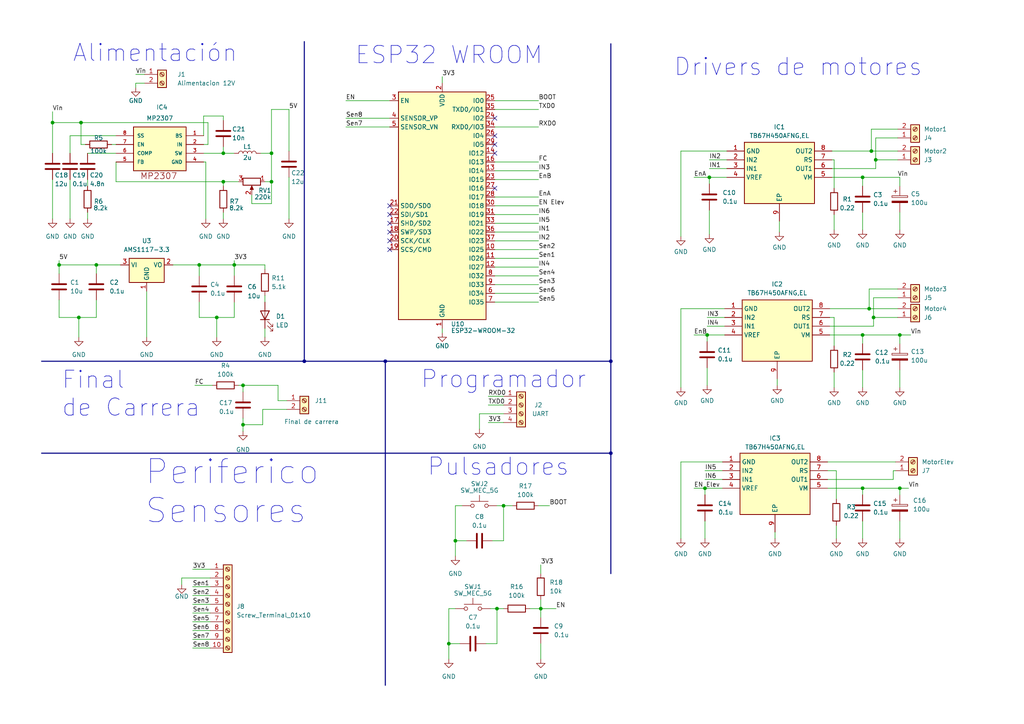
<source format=kicad_sch>
(kicad_sch (version 20230121) (generator eeschema)

  (uuid dfed5bf9-8b7f-4c1e-93df-1c25726c0e03)

  (paper "A4")

  (lib_symbols
    (symbol "Connector:Screw_Terminal_01x02" (pin_names (offset 1.016) hide) (in_bom yes) (on_board yes)
      (property "Reference" "J" (at 0 2.54 0)
        (effects (font (size 1.27 1.27)))
      )
      (property "Value" "Screw_Terminal_01x02" (at 0 -5.08 0)
        (effects (font (size 1.27 1.27)))
      )
      (property "Footprint" "" (at 0 0 0)
        (effects (font (size 1.27 1.27)) hide)
      )
      (property "Datasheet" "~" (at 0 0 0)
        (effects (font (size 1.27 1.27)) hide)
      )
      (property "ki_keywords" "screw terminal" (at 0 0 0)
        (effects (font (size 1.27 1.27)) hide)
      )
      (property "ki_description" "Generic screw terminal, single row, 01x02, script generated (kicad-library-utils/schlib/autogen/connector/)" (at 0 0 0)
        (effects (font (size 1.27 1.27)) hide)
      )
      (property "ki_fp_filters" "TerminalBlock*:*" (at 0 0 0)
        (effects (font (size 1.27 1.27)) hide)
      )
      (symbol "Screw_Terminal_01x02_1_1"
        (rectangle (start -1.27 1.27) (end 1.27 -3.81)
          (stroke (width 0.254) (type default))
          (fill (type background))
        )
        (circle (center 0 -2.54) (radius 0.635)
          (stroke (width 0.1524) (type default))
          (fill (type none))
        )
        (polyline
          (pts
            (xy -0.5334 -2.2098)
            (xy 0.3302 -3.048)
          )
          (stroke (width 0.1524) (type default))
          (fill (type none))
        )
        (polyline
          (pts
            (xy -0.5334 0.3302)
            (xy 0.3302 -0.508)
          )
          (stroke (width 0.1524) (type default))
          (fill (type none))
        )
        (polyline
          (pts
            (xy -0.3556 -2.032)
            (xy 0.508 -2.8702)
          )
          (stroke (width 0.1524) (type default))
          (fill (type none))
        )
        (polyline
          (pts
            (xy -0.3556 0.508)
            (xy 0.508 -0.3302)
          )
          (stroke (width 0.1524) (type default))
          (fill (type none))
        )
        (circle (center 0 0) (radius 0.635)
          (stroke (width 0.1524) (type default))
          (fill (type none))
        )
        (pin passive line (at -5.08 0 0) (length 3.81)
          (name "Pin_1" (effects (font (size 1.27 1.27))))
          (number "1" (effects (font (size 1.27 1.27))))
        )
        (pin passive line (at -5.08 -2.54 0) (length 3.81)
          (name "Pin_2" (effects (font (size 1.27 1.27))))
          (number "2" (effects (font (size 1.27 1.27))))
        )
      )
    )
    (symbol "Connector:Screw_Terminal_01x04" (pin_names (offset 1.016) hide) (in_bom yes) (on_board yes)
      (property "Reference" "J" (at 0 5.08 0)
        (effects (font (size 1.27 1.27)))
      )
      (property "Value" "Screw_Terminal_01x04" (at 0 -7.62 0)
        (effects (font (size 1.27 1.27)))
      )
      (property "Footprint" "" (at 0 0 0)
        (effects (font (size 1.27 1.27)) hide)
      )
      (property "Datasheet" "~" (at 0 0 0)
        (effects (font (size 1.27 1.27)) hide)
      )
      (property "ki_keywords" "screw terminal" (at 0 0 0)
        (effects (font (size 1.27 1.27)) hide)
      )
      (property "ki_description" "Generic screw terminal, single row, 01x04, script generated (kicad-library-utils/schlib/autogen/connector/)" (at 0 0 0)
        (effects (font (size 1.27 1.27)) hide)
      )
      (property "ki_fp_filters" "TerminalBlock*:*" (at 0 0 0)
        (effects (font (size 1.27 1.27)) hide)
      )
      (symbol "Screw_Terminal_01x04_1_1"
        (rectangle (start -1.27 3.81) (end 1.27 -6.35)
          (stroke (width 0.254) (type default))
          (fill (type background))
        )
        (circle (center 0 -5.08) (radius 0.635)
          (stroke (width 0.1524) (type default))
          (fill (type none))
        )
        (circle (center 0 -2.54) (radius 0.635)
          (stroke (width 0.1524) (type default))
          (fill (type none))
        )
        (polyline
          (pts
            (xy -0.5334 -4.7498)
            (xy 0.3302 -5.588)
          )
          (stroke (width 0.1524) (type default))
          (fill (type none))
        )
        (polyline
          (pts
            (xy -0.5334 -2.2098)
            (xy 0.3302 -3.048)
          )
          (stroke (width 0.1524) (type default))
          (fill (type none))
        )
        (polyline
          (pts
            (xy -0.5334 0.3302)
            (xy 0.3302 -0.508)
          )
          (stroke (width 0.1524) (type default))
          (fill (type none))
        )
        (polyline
          (pts
            (xy -0.5334 2.8702)
            (xy 0.3302 2.032)
          )
          (stroke (width 0.1524) (type default))
          (fill (type none))
        )
        (polyline
          (pts
            (xy -0.3556 -4.572)
            (xy 0.508 -5.4102)
          )
          (stroke (width 0.1524) (type default))
          (fill (type none))
        )
        (polyline
          (pts
            (xy -0.3556 -2.032)
            (xy 0.508 -2.8702)
          )
          (stroke (width 0.1524) (type default))
          (fill (type none))
        )
        (polyline
          (pts
            (xy -0.3556 0.508)
            (xy 0.508 -0.3302)
          )
          (stroke (width 0.1524) (type default))
          (fill (type none))
        )
        (polyline
          (pts
            (xy -0.3556 3.048)
            (xy 0.508 2.2098)
          )
          (stroke (width 0.1524) (type default))
          (fill (type none))
        )
        (circle (center 0 0) (radius 0.635)
          (stroke (width 0.1524) (type default))
          (fill (type none))
        )
        (circle (center 0 2.54) (radius 0.635)
          (stroke (width 0.1524) (type default))
          (fill (type none))
        )
        (pin passive line (at -5.08 2.54 0) (length 3.81)
          (name "Pin_1" (effects (font (size 1.27 1.27))))
          (number "1" (effects (font (size 1.27 1.27))))
        )
        (pin passive line (at -5.08 0 0) (length 3.81)
          (name "Pin_2" (effects (font (size 1.27 1.27))))
          (number "2" (effects (font (size 1.27 1.27))))
        )
        (pin passive line (at -5.08 -2.54 0) (length 3.81)
          (name "Pin_3" (effects (font (size 1.27 1.27))))
          (number "3" (effects (font (size 1.27 1.27))))
        )
        (pin passive line (at -5.08 -5.08 0) (length 3.81)
          (name "Pin_4" (effects (font (size 1.27 1.27))))
          (number "4" (effects (font (size 1.27 1.27))))
        )
      )
    )
    (symbol "Connector:Screw_Terminal_01x10" (pin_names (offset 1.016) hide) (in_bom yes) (on_board yes)
      (property "Reference" "J" (at 0 12.7 0)
        (effects (font (size 1.27 1.27)))
      )
      (property "Value" "Screw_Terminal_01x10" (at 0 -15.24 0)
        (effects (font (size 1.27 1.27)))
      )
      (property "Footprint" "" (at 0 0 0)
        (effects (font (size 1.27 1.27)) hide)
      )
      (property "Datasheet" "~" (at 0 0 0)
        (effects (font (size 1.27 1.27)) hide)
      )
      (property "ki_keywords" "screw terminal" (at 0 0 0)
        (effects (font (size 1.27 1.27)) hide)
      )
      (property "ki_description" "Generic screw terminal, single row, 01x10, script generated (kicad-library-utils/schlib/autogen/connector/)" (at 0 0 0)
        (effects (font (size 1.27 1.27)) hide)
      )
      (property "ki_fp_filters" "TerminalBlock*:*" (at 0 0 0)
        (effects (font (size 1.27 1.27)) hide)
      )
      (symbol "Screw_Terminal_01x10_1_1"
        (rectangle (start -1.27 11.43) (end 1.27 -13.97)
          (stroke (width 0.254) (type default))
          (fill (type background))
        )
        (circle (center 0 -12.7) (radius 0.635)
          (stroke (width 0.1524) (type default))
          (fill (type none))
        )
        (circle (center 0 -10.16) (radius 0.635)
          (stroke (width 0.1524) (type default))
          (fill (type none))
        )
        (circle (center 0 -7.62) (radius 0.635)
          (stroke (width 0.1524) (type default))
          (fill (type none))
        )
        (circle (center 0 -5.08) (radius 0.635)
          (stroke (width 0.1524) (type default))
          (fill (type none))
        )
        (circle (center 0 -2.54) (radius 0.635)
          (stroke (width 0.1524) (type default))
          (fill (type none))
        )
        (polyline
          (pts
            (xy -0.5334 -12.3698)
            (xy 0.3302 -13.208)
          )
          (stroke (width 0.1524) (type default))
          (fill (type none))
        )
        (polyline
          (pts
            (xy -0.5334 -9.8298)
            (xy 0.3302 -10.668)
          )
          (stroke (width 0.1524) (type default))
          (fill (type none))
        )
        (polyline
          (pts
            (xy -0.5334 -7.2898)
            (xy 0.3302 -8.128)
          )
          (stroke (width 0.1524) (type default))
          (fill (type none))
        )
        (polyline
          (pts
            (xy -0.5334 -4.7498)
            (xy 0.3302 -5.588)
          )
          (stroke (width 0.1524) (type default))
          (fill (type none))
        )
        (polyline
          (pts
            (xy -0.5334 -2.2098)
            (xy 0.3302 -3.048)
          )
          (stroke (width 0.1524) (type default))
          (fill (type none))
        )
        (polyline
          (pts
            (xy -0.5334 0.3302)
            (xy 0.3302 -0.508)
          )
          (stroke (width 0.1524) (type default))
          (fill (type none))
        )
        (polyline
          (pts
            (xy -0.5334 2.8702)
            (xy 0.3302 2.032)
          )
          (stroke (width 0.1524) (type default))
          (fill (type none))
        )
        (polyline
          (pts
            (xy -0.5334 5.4102)
            (xy 0.3302 4.572)
          )
          (stroke (width 0.1524) (type default))
          (fill (type none))
        )
        (polyline
          (pts
            (xy -0.5334 7.9502)
            (xy 0.3302 7.112)
          )
          (stroke (width 0.1524) (type default))
          (fill (type none))
        )
        (polyline
          (pts
            (xy -0.5334 10.4902)
            (xy 0.3302 9.652)
          )
          (stroke (width 0.1524) (type default))
          (fill (type none))
        )
        (polyline
          (pts
            (xy -0.3556 -12.192)
            (xy 0.508 -13.0302)
          )
          (stroke (width 0.1524) (type default))
          (fill (type none))
        )
        (polyline
          (pts
            (xy -0.3556 -9.652)
            (xy 0.508 -10.4902)
          )
          (stroke (width 0.1524) (type default))
          (fill (type none))
        )
        (polyline
          (pts
            (xy -0.3556 -7.112)
            (xy 0.508 -7.9502)
          )
          (stroke (width 0.1524) (type default))
          (fill (type none))
        )
        (polyline
          (pts
            (xy -0.3556 -4.572)
            (xy 0.508 -5.4102)
          )
          (stroke (width 0.1524) (type default))
          (fill (type none))
        )
        (polyline
          (pts
            (xy -0.3556 -2.032)
            (xy 0.508 -2.8702)
          )
          (stroke (width 0.1524) (type default))
          (fill (type none))
        )
        (polyline
          (pts
            (xy -0.3556 0.508)
            (xy 0.508 -0.3302)
          )
          (stroke (width 0.1524) (type default))
          (fill (type none))
        )
        (polyline
          (pts
            (xy -0.3556 3.048)
            (xy 0.508 2.2098)
          )
          (stroke (width 0.1524) (type default))
          (fill (type none))
        )
        (polyline
          (pts
            (xy -0.3556 5.588)
            (xy 0.508 4.7498)
          )
          (stroke (width 0.1524) (type default))
          (fill (type none))
        )
        (polyline
          (pts
            (xy -0.3556 8.128)
            (xy 0.508 7.2898)
          )
          (stroke (width 0.1524) (type default))
          (fill (type none))
        )
        (polyline
          (pts
            (xy -0.3556 10.668)
            (xy 0.508 9.8298)
          )
          (stroke (width 0.1524) (type default))
          (fill (type none))
        )
        (circle (center 0 0) (radius 0.635)
          (stroke (width 0.1524) (type default))
          (fill (type none))
        )
        (circle (center 0 2.54) (radius 0.635)
          (stroke (width 0.1524) (type default))
          (fill (type none))
        )
        (circle (center 0 5.08) (radius 0.635)
          (stroke (width 0.1524) (type default))
          (fill (type none))
        )
        (circle (center 0 7.62) (radius 0.635)
          (stroke (width 0.1524) (type default))
          (fill (type none))
        )
        (circle (center 0 10.16) (radius 0.635)
          (stroke (width 0.1524) (type default))
          (fill (type none))
        )
        (pin passive line (at -5.08 10.16 0) (length 3.81)
          (name "Pin_1" (effects (font (size 1.27 1.27))))
          (number "1" (effects (font (size 1.27 1.27))))
        )
        (pin passive line (at -5.08 -12.7 0) (length 3.81)
          (name "Pin_10" (effects (font (size 1.27 1.27))))
          (number "10" (effects (font (size 1.27 1.27))))
        )
        (pin passive line (at -5.08 7.62 0) (length 3.81)
          (name "Pin_2" (effects (font (size 1.27 1.27))))
          (number "2" (effects (font (size 1.27 1.27))))
        )
        (pin passive line (at -5.08 5.08 0) (length 3.81)
          (name "Pin_3" (effects (font (size 1.27 1.27))))
          (number "3" (effects (font (size 1.27 1.27))))
        )
        (pin passive line (at -5.08 2.54 0) (length 3.81)
          (name "Pin_4" (effects (font (size 1.27 1.27))))
          (number "4" (effects (font (size 1.27 1.27))))
        )
        (pin passive line (at -5.08 0 0) (length 3.81)
          (name "Pin_5" (effects (font (size 1.27 1.27))))
          (number "5" (effects (font (size 1.27 1.27))))
        )
        (pin passive line (at -5.08 -2.54 0) (length 3.81)
          (name "Pin_6" (effects (font (size 1.27 1.27))))
          (number "6" (effects (font (size 1.27 1.27))))
        )
        (pin passive line (at -5.08 -5.08 0) (length 3.81)
          (name "Pin_7" (effects (font (size 1.27 1.27))))
          (number "7" (effects (font (size 1.27 1.27))))
        )
        (pin passive line (at -5.08 -7.62 0) (length 3.81)
          (name "Pin_8" (effects (font (size 1.27 1.27))))
          (number "8" (effects (font (size 1.27 1.27))))
        )
        (pin passive line (at -5.08 -10.16 0) (length 3.81)
          (name "Pin_9" (effects (font (size 1.27 1.27))))
          (number "9" (effects (font (size 1.27 1.27))))
        )
      )
    )
    (symbol "Device:C" (pin_numbers hide) (pin_names (offset 0.254)) (in_bom yes) (on_board yes)
      (property "Reference" "C" (at 0.635 2.54 0)
        (effects (font (size 1.27 1.27)) (justify left))
      )
      (property "Value" "C" (at 0.635 -2.54 0)
        (effects (font (size 1.27 1.27)) (justify left))
      )
      (property "Footprint" "" (at 0.9652 -3.81 0)
        (effects (font (size 1.27 1.27)) hide)
      )
      (property "Datasheet" "~" (at 0 0 0)
        (effects (font (size 1.27 1.27)) hide)
      )
      (property "ki_keywords" "cap capacitor" (at 0 0 0)
        (effects (font (size 1.27 1.27)) hide)
      )
      (property "ki_description" "Unpolarized capacitor" (at 0 0 0)
        (effects (font (size 1.27 1.27)) hide)
      )
      (property "ki_fp_filters" "C_*" (at 0 0 0)
        (effects (font (size 1.27 1.27)) hide)
      )
      (symbol "C_0_1"
        (polyline
          (pts
            (xy -2.032 -0.762)
            (xy 2.032 -0.762)
          )
          (stroke (width 0.508) (type default))
          (fill (type none))
        )
        (polyline
          (pts
            (xy -2.032 0.762)
            (xy 2.032 0.762)
          )
          (stroke (width 0.508) (type default))
          (fill (type none))
        )
      )
      (symbol "C_1_1"
        (pin passive line (at 0 3.81 270) (length 2.794)
          (name "~" (effects (font (size 1.27 1.27))))
          (number "1" (effects (font (size 1.27 1.27))))
        )
        (pin passive line (at 0 -3.81 90) (length 2.794)
          (name "~" (effects (font (size 1.27 1.27))))
          (number "2" (effects (font (size 1.27 1.27))))
        )
      )
    )
    (symbol "Device:C_Polarized" (pin_numbers hide) (pin_names (offset 0.254)) (in_bom yes) (on_board yes)
      (property "Reference" "C" (at 0.635 2.54 0)
        (effects (font (size 1.27 1.27)) (justify left))
      )
      (property "Value" "C_Polarized" (at 0.635 -2.54 0)
        (effects (font (size 1.27 1.27)) (justify left))
      )
      (property "Footprint" "" (at 0.9652 -3.81 0)
        (effects (font (size 1.27 1.27)) hide)
      )
      (property "Datasheet" "~" (at 0 0 0)
        (effects (font (size 1.27 1.27)) hide)
      )
      (property "ki_keywords" "cap capacitor" (at 0 0 0)
        (effects (font (size 1.27 1.27)) hide)
      )
      (property "ki_description" "Polarized capacitor" (at 0 0 0)
        (effects (font (size 1.27 1.27)) hide)
      )
      (property "ki_fp_filters" "CP_*" (at 0 0 0)
        (effects (font (size 1.27 1.27)) hide)
      )
      (symbol "C_Polarized_0_1"
        (rectangle (start -2.286 0.508) (end 2.286 1.016)
          (stroke (width 0) (type default))
          (fill (type none))
        )
        (polyline
          (pts
            (xy -1.778 2.286)
            (xy -0.762 2.286)
          )
          (stroke (width 0) (type default))
          (fill (type none))
        )
        (polyline
          (pts
            (xy -1.27 2.794)
            (xy -1.27 1.778)
          )
          (stroke (width 0) (type default))
          (fill (type none))
        )
        (rectangle (start 2.286 -0.508) (end -2.286 -1.016)
          (stroke (width 0) (type default))
          (fill (type outline))
        )
      )
      (symbol "C_Polarized_1_1"
        (pin passive line (at 0 3.81 270) (length 2.794)
          (name "~" (effects (font (size 1.27 1.27))))
          (number "1" (effects (font (size 1.27 1.27))))
        )
        (pin passive line (at 0 -3.81 90) (length 2.794)
          (name "~" (effects (font (size 1.27 1.27))))
          (number "2" (effects (font (size 1.27 1.27))))
        )
      )
    )
    (symbol "Device:L" (pin_numbers hide) (pin_names (offset 1.016) hide) (in_bom yes) (on_board yes)
      (property "Reference" "L" (at -1.27 0 90)
        (effects (font (size 1.27 1.27)))
      )
      (property "Value" "L" (at 1.905 0 90)
        (effects (font (size 1.27 1.27)))
      )
      (property "Footprint" "" (at 0 0 0)
        (effects (font (size 1.27 1.27)) hide)
      )
      (property "Datasheet" "~" (at 0 0 0)
        (effects (font (size 1.27 1.27)) hide)
      )
      (property "ki_keywords" "inductor choke coil reactor magnetic" (at 0 0 0)
        (effects (font (size 1.27 1.27)) hide)
      )
      (property "ki_description" "Inductor" (at 0 0 0)
        (effects (font (size 1.27 1.27)) hide)
      )
      (property "ki_fp_filters" "Choke_* *Coil* Inductor_* L_*" (at 0 0 0)
        (effects (font (size 1.27 1.27)) hide)
      )
      (symbol "L_0_1"
        (arc (start 0 -2.54) (mid 0.6323 -1.905) (end 0 -1.27)
          (stroke (width 0) (type default))
          (fill (type none))
        )
        (arc (start 0 -1.27) (mid 0.6323 -0.635) (end 0 0)
          (stroke (width 0) (type default))
          (fill (type none))
        )
        (arc (start 0 0) (mid 0.6323 0.635) (end 0 1.27)
          (stroke (width 0) (type default))
          (fill (type none))
        )
        (arc (start 0 1.27) (mid 0.6323 1.905) (end 0 2.54)
          (stroke (width 0) (type default))
          (fill (type none))
        )
      )
      (symbol "L_1_1"
        (pin passive line (at 0 3.81 270) (length 1.27)
          (name "1" (effects (font (size 1.27 1.27))))
          (number "1" (effects (font (size 1.27 1.27))))
        )
        (pin passive line (at 0 -3.81 90) (length 1.27)
          (name "2" (effects (font (size 1.27 1.27))))
          (number "2" (effects (font (size 1.27 1.27))))
        )
      )
    )
    (symbol "Device:LED" (pin_numbers hide) (pin_names (offset 1.016) hide) (in_bom yes) (on_board yes)
      (property "Reference" "D" (at 0 2.54 0)
        (effects (font (size 1.27 1.27)))
      )
      (property "Value" "LED" (at 0 -2.54 0)
        (effects (font (size 1.27 1.27)))
      )
      (property "Footprint" "" (at 0 0 0)
        (effects (font (size 1.27 1.27)) hide)
      )
      (property "Datasheet" "~" (at 0 0 0)
        (effects (font (size 1.27 1.27)) hide)
      )
      (property "ki_keywords" "LED diode" (at 0 0 0)
        (effects (font (size 1.27 1.27)) hide)
      )
      (property "ki_description" "Light emitting diode" (at 0 0 0)
        (effects (font (size 1.27 1.27)) hide)
      )
      (property "ki_fp_filters" "LED* LED_SMD:* LED_THT:*" (at 0 0 0)
        (effects (font (size 1.27 1.27)) hide)
      )
      (symbol "LED_0_1"
        (polyline
          (pts
            (xy -1.27 -1.27)
            (xy -1.27 1.27)
          )
          (stroke (width 0.254) (type default))
          (fill (type none))
        )
        (polyline
          (pts
            (xy -1.27 0)
            (xy 1.27 0)
          )
          (stroke (width 0) (type default))
          (fill (type none))
        )
        (polyline
          (pts
            (xy 1.27 -1.27)
            (xy 1.27 1.27)
            (xy -1.27 0)
            (xy 1.27 -1.27)
          )
          (stroke (width 0.254) (type default))
          (fill (type none))
        )
        (polyline
          (pts
            (xy -3.048 -0.762)
            (xy -4.572 -2.286)
            (xy -3.81 -2.286)
            (xy -4.572 -2.286)
            (xy -4.572 -1.524)
          )
          (stroke (width 0) (type default))
          (fill (type none))
        )
        (polyline
          (pts
            (xy -1.778 -0.762)
            (xy -3.302 -2.286)
            (xy -2.54 -2.286)
            (xy -3.302 -2.286)
            (xy -3.302 -1.524)
          )
          (stroke (width 0) (type default))
          (fill (type none))
        )
      )
      (symbol "LED_1_1"
        (pin passive line (at -3.81 0 0) (length 2.54)
          (name "K" (effects (font (size 1.27 1.27))))
          (number "1" (effects (font (size 1.27 1.27))))
        )
        (pin passive line (at 3.81 0 180) (length 2.54)
          (name "A" (effects (font (size 1.27 1.27))))
          (number "2" (effects (font (size 1.27 1.27))))
        )
      )
    )
    (symbol "Device:R" (pin_numbers hide) (pin_names (offset 0)) (in_bom yes) (on_board yes)
      (property "Reference" "R" (at 2.032 0 90)
        (effects (font (size 1.27 1.27)))
      )
      (property "Value" "R" (at 0 0 90)
        (effects (font (size 1.27 1.27)))
      )
      (property "Footprint" "" (at -1.778 0 90)
        (effects (font (size 1.27 1.27)) hide)
      )
      (property "Datasheet" "~" (at 0 0 0)
        (effects (font (size 1.27 1.27)) hide)
      )
      (property "ki_keywords" "R res resistor" (at 0 0 0)
        (effects (font (size 1.27 1.27)) hide)
      )
      (property "ki_description" "Resistor" (at 0 0 0)
        (effects (font (size 1.27 1.27)) hide)
      )
      (property "ki_fp_filters" "R_*" (at 0 0 0)
        (effects (font (size 1.27 1.27)) hide)
      )
      (symbol "R_0_1"
        (rectangle (start -1.016 -2.54) (end 1.016 2.54)
          (stroke (width 0.254) (type default))
          (fill (type none))
        )
      )
      (symbol "R_1_1"
        (pin passive line (at 0 3.81 270) (length 1.27)
          (name "~" (effects (font (size 1.27 1.27))))
          (number "1" (effects (font (size 1.27 1.27))))
        )
        (pin passive line (at 0 -3.81 90) (length 1.27)
          (name "~" (effects (font (size 1.27 1.27))))
          (number "2" (effects (font (size 1.27 1.27))))
        )
      )
    )
    (symbol "Device:R_Potentiometer" (pin_names (offset 1.016) hide) (in_bom yes) (on_board yes)
      (property "Reference" "RV" (at -4.445 0 90)
        (effects (font (size 1.27 1.27)))
      )
      (property "Value" "R_Potentiometer" (at -2.54 0 90)
        (effects (font (size 1.27 1.27)))
      )
      (property "Footprint" "" (at 0 0 0)
        (effects (font (size 1.27 1.27)) hide)
      )
      (property "Datasheet" "~" (at 0 0 0)
        (effects (font (size 1.27 1.27)) hide)
      )
      (property "ki_keywords" "resistor variable" (at 0 0 0)
        (effects (font (size 1.27 1.27)) hide)
      )
      (property "ki_description" "Potentiometer" (at 0 0 0)
        (effects (font (size 1.27 1.27)) hide)
      )
      (property "ki_fp_filters" "Potentiometer*" (at 0 0 0)
        (effects (font (size 1.27 1.27)) hide)
      )
      (symbol "R_Potentiometer_0_1"
        (polyline
          (pts
            (xy 2.54 0)
            (xy 1.524 0)
          )
          (stroke (width 0) (type default))
          (fill (type none))
        )
        (polyline
          (pts
            (xy 1.143 0)
            (xy 2.286 0.508)
            (xy 2.286 -0.508)
            (xy 1.143 0)
          )
          (stroke (width 0) (type default))
          (fill (type outline))
        )
        (rectangle (start 1.016 2.54) (end -1.016 -2.54)
          (stroke (width 0.254) (type default))
          (fill (type none))
        )
      )
      (symbol "R_Potentiometer_1_1"
        (pin passive line (at 0 3.81 270) (length 1.27)
          (name "1" (effects (font (size 1.27 1.27))))
          (number "1" (effects (font (size 1.27 1.27))))
        )
        (pin passive line (at 3.81 0 180) (length 1.27)
          (name "2" (effects (font (size 1.27 1.27))))
          (number "2" (effects (font (size 1.27 1.27))))
        )
        (pin passive line (at 0 -3.81 90) (length 1.27)
          (name "3" (effects (font (size 1.27 1.27))))
          (number "3" (effects (font (size 1.27 1.27))))
        )
      )
    )
    (symbol "GND_1" (power) (pin_names (offset 0)) (in_bom yes) (on_board yes)
      (property "Reference" "#PWR" (at 0 -6.35 0)
        (effects (font (size 1.27 1.27)) hide)
      )
      (property "Value" "GND_1" (at 0 -3.81 0)
        (effects (font (size 1.27 1.27)))
      )
      (property "Footprint" "" (at 0 0 0)
        (effects (font (size 1.27 1.27)) hide)
      )
      (property "Datasheet" "" (at 0 0 0)
        (effects (font (size 1.27 1.27)) hide)
      )
      (property "ki_keywords" "global power" (at 0 0 0)
        (effects (font (size 1.27 1.27)) hide)
      )
      (property "ki_description" "Power symbol creates a global label with name \"GND\" , ground" (at 0 0 0)
        (effects (font (size 1.27 1.27)) hide)
      )
      (symbol "GND_1_0_1"
        (polyline
          (pts
            (xy 0 0)
            (xy 0 -1.27)
            (xy 1.27 -1.27)
            (xy 0 -2.54)
            (xy -1.27 -1.27)
            (xy 0 -1.27)
          )
          (stroke (width 0) (type default))
          (fill (type none))
        )
      )
      (symbol "GND_1_1_1"
        (pin power_in line (at 0 0 270) (length 0) hide
          (name "GND" (effects (font (size 1.27 1.27))))
          (number "1" (effects (font (size 1.27 1.27))))
        )
      )
    )
    (symbol "MP2307:MP2307" (pin_names (offset 1.016)) (in_bom yes) (on_board yes)
      (property "Reference" "IC" (at 0 0 0)
        (effects (font (size 1.27 1.27)) (justify bottom))
      )
      (property "Value" "MP2307" (at -5.08 7.62 0)
        (effects (font (size 1.27 1.27)) (justify left bottom))
      )
      (property "Footprint" "SO8-TH" (at 0 0 0)
        (effects (font (size 1.27 1.27)) (justify bottom) hide)
      )
      (property "Datasheet" "" (at 0 0 0)
        (effects (font (size 1.27 1.27)) hide)
      )
      (symbol "MP2307_0_0"
        (rectangle (start -7.62 -5.08) (end 7.62 7.62)
          (stroke (width 0.254) (type default))
          (fill (type background))
        )
        (text "MP2307" (at -5.08 -7.62 0)
          (effects (font (size 1.778 1.778)) (justify left bottom))
        )
        (pin bidirectional line (at -12.7 5.08 0) (length 5.08)
          (name "BS" (effects (font (size 1.016 1.016))))
          (number "1" (effects (font (size 1.016 1.016))))
        )
        (pin bidirectional line (at -12.7 2.54 0) (length 5.08)
          (name "IN" (effects (font (size 1.016 1.016))))
          (number "2" (effects (font (size 1.016 1.016))))
        )
        (pin bidirectional line (at -12.7 0 0) (length 5.08)
          (name "SW" (effects (font (size 1.016 1.016))))
          (number "3" (effects (font (size 1.016 1.016))))
        )
        (pin bidirectional line (at -12.7 -2.54 0) (length 5.08)
          (name "GND" (effects (font (size 1.016 1.016))))
          (number "4" (effects (font (size 1.016 1.016))))
        )
        (pin bidirectional line (at 12.7 -2.54 180) (length 5.08)
          (name "FB" (effects (font (size 1.016 1.016))))
          (number "5" (effects (font (size 1.016 1.016))))
        )
        (pin bidirectional line (at 12.7 0 180) (length 5.08)
          (name "COMP" (effects (font (size 1.016 1.016))))
          (number "6" (effects (font (size 1.016 1.016))))
        )
        (pin bidirectional line (at 12.7 2.54 180) (length 5.08)
          (name "EN" (effects (font (size 1.016 1.016))))
          (number "7" (effects (font (size 1.016 1.016))))
        )
        (pin bidirectional line (at 12.7 5.08 180) (length 5.08)
          (name "SS" (effects (font (size 1.016 1.016))))
          (number "8" (effects (font (size 1.016 1.016))))
        )
      )
    )
    (symbol "RF_Module:ESP32-WROOM-32" (in_bom yes) (on_board yes)
      (property "Reference" "U" (at -12.7 34.29 0)
        (effects (font (size 1.27 1.27)) (justify left))
      )
      (property "Value" "ESP32-WROOM-32" (at 1.27 34.29 0)
        (effects (font (size 1.27 1.27)) (justify left))
      )
      (property "Footprint" "RF_Module:ESP32-WROOM-32" (at 0 -38.1 0)
        (effects (font (size 1.27 1.27)) hide)
      )
      (property "Datasheet" "https://www.espressif.com/sites/default/files/documentation/esp32-wroom-32_datasheet_en.pdf" (at -7.62 1.27 0)
        (effects (font (size 1.27 1.27)) hide)
      )
      (property "ki_keywords" "RF Radio BT ESP ESP32 Espressif onboard PCB antenna" (at 0 0 0)
        (effects (font (size 1.27 1.27)) hide)
      )
      (property "ki_description" "RF Module, ESP32-D0WDQ6 SoC, Wi-Fi 802.11b/g/n, Bluetooth, BLE, 32-bit, 2.7-3.6V, onboard antenna, SMD" (at 0 0 0)
        (effects (font (size 1.27 1.27)) hide)
      )
      (property "ki_fp_filters" "ESP32?WROOM?32*" (at 0 0 0)
        (effects (font (size 1.27 1.27)) hide)
      )
      (symbol "ESP32-WROOM-32_0_1"
        (rectangle (start -12.7 33.02) (end 12.7 -33.02)
          (stroke (width 0.254) (type default))
          (fill (type background))
        )
      )
      (symbol "ESP32-WROOM-32_1_1"
        (pin power_in line (at 0 -35.56 90) (length 2.54)
          (name "GND" (effects (font (size 1.27 1.27))))
          (number "1" (effects (font (size 1.27 1.27))))
        )
        (pin bidirectional line (at 15.24 -12.7 180) (length 2.54)
          (name "IO25" (effects (font (size 1.27 1.27))))
          (number "10" (effects (font (size 1.27 1.27))))
        )
        (pin bidirectional line (at 15.24 -15.24 180) (length 2.54)
          (name "IO26" (effects (font (size 1.27 1.27))))
          (number "11" (effects (font (size 1.27 1.27))))
        )
        (pin bidirectional line (at 15.24 -17.78 180) (length 2.54)
          (name "IO27" (effects (font (size 1.27 1.27))))
          (number "12" (effects (font (size 1.27 1.27))))
        )
        (pin bidirectional line (at 15.24 10.16 180) (length 2.54)
          (name "IO14" (effects (font (size 1.27 1.27))))
          (number "13" (effects (font (size 1.27 1.27))))
        )
        (pin bidirectional line (at 15.24 15.24 180) (length 2.54)
          (name "IO12" (effects (font (size 1.27 1.27))))
          (number "14" (effects (font (size 1.27 1.27))))
        )
        (pin passive line (at 0 -35.56 90) (length 2.54) hide
          (name "GND" (effects (font (size 1.27 1.27))))
          (number "15" (effects (font (size 1.27 1.27))))
        )
        (pin bidirectional line (at 15.24 12.7 180) (length 2.54)
          (name "IO13" (effects (font (size 1.27 1.27))))
          (number "16" (effects (font (size 1.27 1.27))))
        )
        (pin bidirectional line (at -15.24 -5.08 0) (length 2.54)
          (name "SHD/SD2" (effects (font (size 1.27 1.27))))
          (number "17" (effects (font (size 1.27 1.27))))
        )
        (pin bidirectional line (at -15.24 -7.62 0) (length 2.54)
          (name "SWP/SD3" (effects (font (size 1.27 1.27))))
          (number "18" (effects (font (size 1.27 1.27))))
        )
        (pin bidirectional line (at -15.24 -12.7 0) (length 2.54)
          (name "SCS/CMD" (effects (font (size 1.27 1.27))))
          (number "19" (effects (font (size 1.27 1.27))))
        )
        (pin power_in line (at 0 35.56 270) (length 2.54)
          (name "VDD" (effects (font (size 1.27 1.27))))
          (number "2" (effects (font (size 1.27 1.27))))
        )
        (pin bidirectional line (at -15.24 -10.16 0) (length 2.54)
          (name "SCK/CLK" (effects (font (size 1.27 1.27))))
          (number "20" (effects (font (size 1.27 1.27))))
        )
        (pin bidirectional line (at -15.24 0 0) (length 2.54)
          (name "SDO/SD0" (effects (font (size 1.27 1.27))))
          (number "21" (effects (font (size 1.27 1.27))))
        )
        (pin bidirectional line (at -15.24 -2.54 0) (length 2.54)
          (name "SDI/SD1" (effects (font (size 1.27 1.27))))
          (number "22" (effects (font (size 1.27 1.27))))
        )
        (pin bidirectional line (at 15.24 7.62 180) (length 2.54)
          (name "IO15" (effects (font (size 1.27 1.27))))
          (number "23" (effects (font (size 1.27 1.27))))
        )
        (pin bidirectional line (at 15.24 25.4 180) (length 2.54)
          (name "IO2" (effects (font (size 1.27 1.27))))
          (number "24" (effects (font (size 1.27 1.27))))
        )
        (pin bidirectional line (at 15.24 30.48 180) (length 2.54)
          (name "IO0" (effects (font (size 1.27 1.27))))
          (number "25" (effects (font (size 1.27 1.27))))
        )
        (pin bidirectional line (at 15.24 20.32 180) (length 2.54)
          (name "IO4" (effects (font (size 1.27 1.27))))
          (number "26" (effects (font (size 1.27 1.27))))
        )
        (pin bidirectional line (at 15.24 5.08 180) (length 2.54)
          (name "IO16" (effects (font (size 1.27 1.27))))
          (number "27" (effects (font (size 1.27 1.27))))
        )
        (pin bidirectional line (at 15.24 2.54 180) (length 2.54)
          (name "IO17" (effects (font (size 1.27 1.27))))
          (number "28" (effects (font (size 1.27 1.27))))
        )
        (pin bidirectional line (at 15.24 17.78 180) (length 2.54)
          (name "IO5" (effects (font (size 1.27 1.27))))
          (number "29" (effects (font (size 1.27 1.27))))
        )
        (pin input line (at -15.24 30.48 0) (length 2.54)
          (name "EN" (effects (font (size 1.27 1.27))))
          (number "3" (effects (font (size 1.27 1.27))))
        )
        (pin bidirectional line (at 15.24 0 180) (length 2.54)
          (name "IO18" (effects (font (size 1.27 1.27))))
          (number "30" (effects (font (size 1.27 1.27))))
        )
        (pin bidirectional line (at 15.24 -2.54 180) (length 2.54)
          (name "IO19" (effects (font (size 1.27 1.27))))
          (number "31" (effects (font (size 1.27 1.27))))
        )
        (pin no_connect line (at -12.7 -27.94 0) (length 2.54) hide
          (name "NC" (effects (font (size 1.27 1.27))))
          (number "32" (effects (font (size 1.27 1.27))))
        )
        (pin bidirectional line (at 15.24 -5.08 180) (length 2.54)
          (name "IO21" (effects (font (size 1.27 1.27))))
          (number "33" (effects (font (size 1.27 1.27))))
        )
        (pin bidirectional line (at 15.24 22.86 180) (length 2.54)
          (name "RXD0/IO3" (effects (font (size 1.27 1.27))))
          (number "34" (effects (font (size 1.27 1.27))))
        )
        (pin bidirectional line (at 15.24 27.94 180) (length 2.54)
          (name "TXD0/IO1" (effects (font (size 1.27 1.27))))
          (number "35" (effects (font (size 1.27 1.27))))
        )
        (pin bidirectional line (at 15.24 -7.62 180) (length 2.54)
          (name "IO22" (effects (font (size 1.27 1.27))))
          (number "36" (effects (font (size 1.27 1.27))))
        )
        (pin bidirectional line (at 15.24 -10.16 180) (length 2.54)
          (name "IO23" (effects (font (size 1.27 1.27))))
          (number "37" (effects (font (size 1.27 1.27))))
        )
        (pin passive line (at 0 -35.56 90) (length 2.54) hide
          (name "GND" (effects (font (size 1.27 1.27))))
          (number "38" (effects (font (size 1.27 1.27))))
        )
        (pin passive line (at 0 -35.56 90) (length 2.54) hide
          (name "GND" (effects (font (size 1.27 1.27))))
          (number "39" (effects (font (size 1.27 1.27))))
        )
        (pin input line (at -15.24 25.4 0) (length 2.54)
          (name "SENSOR_VP" (effects (font (size 1.27 1.27))))
          (number "4" (effects (font (size 1.27 1.27))))
        )
        (pin input line (at -15.24 22.86 0) (length 2.54)
          (name "SENSOR_VN" (effects (font (size 1.27 1.27))))
          (number "5" (effects (font (size 1.27 1.27))))
        )
        (pin input line (at 15.24 -25.4 180) (length 2.54)
          (name "IO34" (effects (font (size 1.27 1.27))))
          (number "6" (effects (font (size 1.27 1.27))))
        )
        (pin input line (at 15.24 -27.94 180) (length 2.54)
          (name "IO35" (effects (font (size 1.27 1.27))))
          (number "7" (effects (font (size 1.27 1.27))))
        )
        (pin bidirectional line (at 15.24 -20.32 180) (length 2.54)
          (name "IO32" (effects (font (size 1.27 1.27))))
          (number "8" (effects (font (size 1.27 1.27))))
        )
        (pin bidirectional line (at 15.24 -22.86 180) (length 2.54)
          (name "IO33" (effects (font (size 1.27 1.27))))
          (number "9" (effects (font (size 1.27 1.27))))
        )
      )
    )
    (symbol "Regulator_Linear:AMS1117-3.3" (in_bom yes) (on_board yes)
      (property "Reference" "U" (at -3.81 3.175 0)
        (effects (font (size 1.27 1.27)))
      )
      (property "Value" "AMS1117-3.3" (at 0 3.175 0)
        (effects (font (size 1.27 1.27)) (justify left))
      )
      (property "Footprint" "Package_TO_SOT_SMD:SOT-223-3_TabPin2" (at 0 5.08 0)
        (effects (font (size 1.27 1.27)) hide)
      )
      (property "Datasheet" "http://www.advanced-monolithic.com/pdf/ds1117.pdf" (at 2.54 -6.35 0)
        (effects (font (size 1.27 1.27)) hide)
      )
      (property "ki_keywords" "linear regulator ldo fixed positive" (at 0 0 0)
        (effects (font (size 1.27 1.27)) hide)
      )
      (property "ki_description" "1A Low Dropout regulator, positive, 3.3V fixed output, SOT-223" (at 0 0 0)
        (effects (font (size 1.27 1.27)) hide)
      )
      (property "ki_fp_filters" "SOT?223*TabPin2*" (at 0 0 0)
        (effects (font (size 1.27 1.27)) hide)
      )
      (symbol "AMS1117-3.3_0_1"
        (rectangle (start -5.08 -5.08) (end 5.08 1.905)
          (stroke (width 0.254) (type default))
          (fill (type background))
        )
      )
      (symbol "AMS1117-3.3_1_1"
        (pin power_in line (at 0 -7.62 90) (length 2.54)
          (name "GND" (effects (font (size 1.27 1.27))))
          (number "1" (effects (font (size 1.27 1.27))))
        )
        (pin power_out line (at 7.62 0 180) (length 2.54)
          (name "VO" (effects (font (size 1.27 1.27))))
          (number "2" (effects (font (size 1.27 1.27))))
        )
        (pin power_in line (at -7.62 0 0) (length 2.54)
          (name "VI" (effects (font (size 1.27 1.27))))
          (number "3" (effects (font (size 1.27 1.27))))
        )
      )
    )
    (symbol "SW_MEC_5G_2" (pin_numbers hide) (pin_names (offset 1.016) hide) (in_bom yes) (on_board yes)
      (property "Reference" "SWJ2" (at 0 6.35 0)
        (effects (font (size 1.27 1.27)))
      )
      (property "Value" "SW_MEC_5G" (at 0 4.445 0)
        (effects (font (size 1.27 1.27)))
      )
      (property "Footprint" "Button_Switch_SMD:SW_Push_SPST_NO_Alps_SKRK" (at 0 5.08 0)
        (effects (font (size 1.27 1.27)) hide)
      )
      (property "Datasheet" "http://www.apem.com/int/index.php?controller=attachment&id_attachment=488" (at 0 5.08 0)
        (effects (font (size 1.27 1.27)) hide)
      )
      (property "ki_keywords" "switch normally-open pushbutton push-button" (at 0 0 0)
        (effects (font (size 1.27 1.27)) hide)
      )
      (property "ki_description" "MEC 5G single pole normally-open tactile switch" (at 0 0 0)
        (effects (font (size 1.27 1.27)) hide)
      )
      (property "ki_fp_filters" "SW*MEC*5G*" (at 0 0 0)
        (effects (font (size 1.27 1.27)) hide)
      )
      (symbol "SW_MEC_5G_2_0_1"
        (circle (center -2.032 0) (radius 0.508)
          (stroke (width 0) (type default))
          (fill (type none))
        )
        (polyline
          (pts
            (xy 0 1.27)
            (xy 0 3.048)
          )
          (stroke (width 0) (type default))
          (fill (type none))
        )
        (polyline
          (pts
            (xy 2.54 1.27)
            (xy -2.54 1.27)
          )
          (stroke (width 0) (type default))
          (fill (type none))
        )
        (circle (center 2.032 0) (radius 0.508)
          (stroke (width 0) (type default))
          (fill (type none))
        )
        (pin passive line (at -5.08 0 0) (length 2.54)
          (name "A" (effects (font (size 1.27 1.27))))
          (number "1" (effects (font (size 1.27 1.27))))
        )
      )
      (symbol "SW_MEC_5G_2_1_1"
        (pin passive line (at 5.08 0 180) (length 2.54)
          (name "B" (effects (font (size 1.27 1.27))))
          (number "2" (effects (font (size 1.27 1.27))))
        )
      )
    )
    (symbol "TB67H450AFNG_EL:TB67H450AFNG,EL" (in_bom yes) (on_board yes)
      (property "Reference" "IC" (at 26.67 7.62 0)
        (effects (font (size 1.27 1.27)) (justify left top))
      )
      (property "Value" "TB67H450AFNG,EL" (at 26.67 5.08 0)
        (effects (font (size 1.27 1.27)) (justify left top))
      )
      (property "Footprint" "SOIC127P600X170-9N" (at 26.67 -94.92 0)
        (effects (font (size 1.27 1.27)) (justify left top) hide)
      )
      (property "Datasheet" "https://www.mouser.jp/datasheet/2/408/Toshiba_TB67H450AFNG_datasheet_en_20201217-2932735.pdf" (at 26.67 -194.92 0)
        (effects (font (size 1.27 1.27)) (justify left top) hide)
      )
      (property "Height" "1.7" (at 26.67 -394.92 0)
        (effects (font (size 1.27 1.27)) (justify left top) hide)
      )
      (property "Mouser Part Number" "757-TB67H450AFNGEL" (at 26.67 -494.92 0)
        (effects (font (size 1.27 1.27)) (justify left top) hide)
      )
      (property "Mouser Price/Stock" "https://www.mouser.co.uk/ProductDetail/Toshiba/TB67H450AFNGEL?qs=Wj%2FVkw3K%252BMBflKVnfGASbA%3D%3D" (at 26.67 -594.92 0)
        (effects (font (size 1.27 1.27)) (justify left top) hide)
      )
      (property "Manufacturer_Name" "Toshiba" (at 26.67 -694.92 0)
        (effects (font (size 1.27 1.27)) (justify left top) hide)
      )
      (property "Manufacturer_Part_Number" "TB67H450AFNG,EL" (at 26.67 -794.92 0)
        (effects (font (size 1.27 1.27)) (justify left top) hide)
      )
      (property "ki_description" "IC BRUSHED MOTOR DRVR 8TSSOP" (at 0 0 0)
        (effects (font (size 1.27 1.27)) hide)
      )
      (symbol "TB67H450AFNG,EL_1_1"
        (rectangle (start 5.08 2.54) (end 25.4 -15.24)
          (stroke (width 0.254) (type default))
          (fill (type background))
        )
        (pin passive line (at 0 0 0) (length 5.08)
          (name "GND" (effects (font (size 1.27 1.27))))
          (number "1" (effects (font (size 1.27 1.27))))
        )
        (pin passive line (at 0 -2.54 0) (length 5.08)
          (name "IN2" (effects (font (size 1.27 1.27))))
          (number "2" (effects (font (size 1.27 1.27))))
        )
        (pin passive line (at 0 -5.08 0) (length 5.08)
          (name "IN1" (effects (font (size 1.27 1.27))))
          (number "3" (effects (font (size 1.27 1.27))))
        )
        (pin passive line (at 0 -7.62 0) (length 5.08)
          (name "VREF" (effects (font (size 1.27 1.27))))
          (number "4" (effects (font (size 1.27 1.27))))
        )
        (pin passive line (at 30.48 -7.62 180) (length 5.08)
          (name "VM" (effects (font (size 1.27 1.27))))
          (number "5" (effects (font (size 1.27 1.27))))
        )
        (pin passive line (at 30.48 -5.08 180) (length 5.08)
          (name "OUT1" (effects (font (size 1.27 1.27))))
          (number "6" (effects (font (size 1.27 1.27))))
        )
        (pin passive line (at 30.48 -2.54 180) (length 5.08)
          (name "RS" (effects (font (size 1.27 1.27))))
          (number "7" (effects (font (size 1.27 1.27))))
        )
        (pin passive line (at 30.48 0 180) (length 5.08)
          (name "OUT2" (effects (font (size 1.27 1.27))))
          (number "8" (effects (font (size 1.27 1.27))))
        )
        (pin passive line (at 15.24 -20.32 90) (length 5.08)
          (name "EP" (effects (font (size 1.27 1.27))))
          (number "9" (effects (font (size 1.27 1.27))))
        )
      )
    )
    (symbol "power:GND" (power) (pin_names (offset 0)) (in_bom yes) (on_board yes)
      (property "Reference" "#PWR" (at 0 -6.35 0)
        (effects (font (size 1.27 1.27)) hide)
      )
      (property "Value" "GND" (at 0 -3.81 0)
        (effects (font (size 1.27 1.27)))
      )
      (property "Footprint" "" (at 0 0 0)
        (effects (font (size 1.27 1.27)) hide)
      )
      (property "Datasheet" "" (at 0 0 0)
        (effects (font (size 1.27 1.27)) hide)
      )
      (property "ki_keywords" "global power" (at 0 0 0)
        (effects (font (size 1.27 1.27)) hide)
      )
      (property "ki_description" "Power symbol creates a global label with name \"GND\" , ground" (at 0 0 0)
        (effects (font (size 1.27 1.27)) hide)
      )
      (symbol "GND_0_1"
        (polyline
          (pts
            (xy 0 0)
            (xy 0 -1.27)
            (xy 1.27 -1.27)
            (xy 0 -2.54)
            (xy -1.27 -1.27)
            (xy 0 -1.27)
          )
          (stroke (width 0) (type default))
          (fill (type none))
        )
      )
      (symbol "GND_1_1"
        (pin power_in line (at 0 0 270) (length 0) hide
          (name "GND" (effects (font (size 1.27 1.27))))
          (number "1" (effects (font (size 1.27 1.27))))
        )
      )
    )
  )

  (junction (at 132.08 156.845) (diameter 0) (color 0 0 0 0)
    (uuid 0a1a64b1-cda8-41bf-befa-1c3034c2f308)
  )
  (junction (at 27.94 76.835) (diameter 0) (color 0 0 0 0)
    (uuid 0fd80d42-864d-463f-b5e1-7fe6b77d7b6f)
  )
  (junction (at 252.095 89.535) (diameter 0) (color 0 0 0 0)
    (uuid 1634df14-9966-4a31-b426-3280620df7fd)
  )
  (junction (at 146.05 146.685) (diameter 0) (color 0 0 0 0)
    (uuid 169174aa-e49e-423a-8de9-e09771d7f84c)
  )
  (junction (at 204.47 141.605) (diameter 0) (color 0 0 0 0)
    (uuid 1bab02f2-246b-473c-8dc8-70547708d1b0)
  )
  (junction (at 260.985 141.605) (diameter 0) (color 0 0 0 0)
    (uuid 302027ab-b86e-4c43-b207-cb50c775c978)
  )
  (junction (at 78.74 44.45) (diameter 0) (color 0 0 0 0)
    (uuid 33116efc-cfed-4262-814b-3a06989a6764)
  )
  (junction (at 70.485 111.76) (diameter 0) (color 0 0 0 0)
    (uuid 3a1b1edc-fa96-4fde-84a0-69669a47b622)
  )
  (junction (at 260.985 97.155) (diameter 0) (color 0 0 0 0)
    (uuid 41650d9b-43b1-4139-85b3-172dead6555d)
  )
  (junction (at 78.74 52.705) (diameter 0) (color 0 0 0 0)
    (uuid 43fc11ab-ed4d-47f3-bfc7-122d98baeadb)
  )
  (junction (at 250.19 97.155) (diameter 0) (color 0 0 0 0)
    (uuid 514217e0-509b-485e-91db-def3a81609b8)
  )
  (junction (at 205.105 97.155) (diameter 0) (color 0 0 0 0)
    (uuid 5582ea27-94e6-450d-8733-8c3e31aab89f)
  )
  (junction (at 252.73 43.815) (diameter 0) (color 0 0 0 0)
    (uuid 58f8aa57-ff90-4ff4-8f47-f875a57f9c94)
  )
  (junction (at 177.165 131.445) (diameter 0) (color 0 0 0 0)
    (uuid 5914fa82-2e48-4afb-84f1-7863caa92523)
  )
  (junction (at 64.77 52.705) (diameter 0) (color 0 0 0 0)
    (uuid 5c20ef3c-8927-4cf8-9c3e-df08c2bef44f)
  )
  (junction (at 111.76 104.775) (diameter 0) (color 0 0 0 0)
    (uuid 6bdac916-eb10-4c91-8474-f64c0cb4a153)
  )
  (junction (at 250.19 141.605) (diameter 0) (color 0 0 0 0)
    (uuid 8692268f-765f-4293-96c8-fdf88444a7f1)
  )
  (junction (at 64.77 44.45) (diameter 0) (color 0 0 0 0)
    (uuid 8bd06db0-b2e1-41c7-8244-7ca669762849)
  )
  (junction (at 23.495 35.56) (diameter 0) (color 0 0 0 0)
    (uuid 8e879f2c-ab8d-43f2-9d7d-50572acd3490)
  )
  (junction (at 130.175 186.69) (diameter 0) (color 0 0 0 0)
    (uuid 8f1c101c-c585-4f31-b7b1-f98eb03a7c39)
  )
  (junction (at 67.945 76.835) (diameter 0) (color 0 0 0 0)
    (uuid 978e7f6d-f56a-4ca2-99de-fb219f4862b9)
  )
  (junction (at 205.74 51.435) (diameter 0) (color 0 0 0 0)
    (uuid 9c788c1a-2c47-4bb4-a816-7ae40036ea98)
  )
  (junction (at 22.86 92.075) (diameter 0) (color 0 0 0 0)
    (uuid a472ec1b-60ab-4f48-98a8-acf922132061)
  )
  (junction (at 177.165 104.775) (diameter 0) (color 0 0 0 0)
    (uuid b8d67cb6-a4d4-4156-b7be-54093b69ae5a)
  )
  (junction (at 88.265 104.775) (diameter 0) (color 0 0 0 0)
    (uuid c30a5be5-8329-4a64-a6ac-58355063d4a3)
  )
  (junction (at 15.24 35.56) (diameter 0) (color 0 0 0 0)
    (uuid cb1f1296-bd69-4495-a221-0697c1e53dc2)
  )
  (junction (at 156.845 176.53) (diameter 0) (color 0 0 0 0)
    (uuid cd4b4a9a-53fd-4e9a-93cf-6a12fbc1b01b)
  )
  (junction (at 144.145 176.53) (diameter 0) (color 0 0 0 0)
    (uuid cec9b30c-9034-46e8-afef-0ea12adee92a)
  )
  (junction (at 70.485 123.19) (diameter 0) (color 0 0 0 0)
    (uuid d4e19c73-b10b-4c80-9e2c-f5f97cae68d2)
  )
  (junction (at 253.365 92.075) (diameter 0) (color 0 0 0 0)
    (uuid d8c0910d-a477-458c-b2bd-a30c9751e9cc)
  )
  (junction (at 62.865 92.075) (diameter 0) (color 0 0 0 0)
    (uuid e1982403-d994-4b08-82de-66c957bd88f8)
  )
  (junction (at 254 46.355) (diameter 0) (color 0 0 0 0)
    (uuid f59ba569-5a0a-48c5-a415-571ee1838d23)
  )
  (junction (at 17.145 76.835) (diameter 0) (color 0 0 0 0)
    (uuid f71d7420-2421-4565-9032-922683497be8)
  )
  (junction (at 57.785 76.835) (diameter 0) (color 0 0 0 0)
    (uuid fe621f4e-455d-4e30-9ab7-f5306c30563c)
  )
  (junction (at 250.19 51.435) (diameter 0) (color 0 0 0 0)
    (uuid ff08282f-a006-46a2-aafc-2688b7818a5a)
  )

  (no_connect (at 113.03 69.85) (uuid 04536f63-b0de-472b-8a4b-ff2482b0ca1c))
  (no_connect (at 143.51 39.37) (uuid 0bdf8f18-8a27-4d16-9f24-7d2e56c8025b))
  (no_connect (at 143.51 34.29) (uuid 1c934405-a589-4328-937f-04b359a96617))
  (no_connect (at 143.51 54.61) (uuid 2c2d62a1-4791-47d3-9f04-94630fdf8ea1))
  (no_connect (at 113.03 64.77) (uuid 2f866092-2124-471f-b047-bad7850847a8))
  (no_connect (at 143.51 41.91) (uuid 573c3bd0-9fc2-4ccd-94b5-9deb74588646))
  (no_connect (at 113.03 59.69) (uuid 639d3365-09d8-4224-97c9-e31c3fcdafac))
  (no_connect (at 113.03 72.39) (uuid 713d71ce-7420-4e72-819f-5e8dc04e2917))
  (no_connect (at 113.03 62.23) (uuid 77a0a01f-4699-45f0-87e1-4cd19d61180f))
  (no_connect (at 113.03 67.31) (uuid 9a5b97d1-2f27-441c-8809-8c27721b294d))
  (no_connect (at 143.51 44.45) (uuid adea82b1-bda3-4be5-a317-7651f3a7b259))

  (wire (pts (xy 141.605 114.935) (xy 146.05 114.935))
    (stroke (width 0) (type default))
    (uuid 00357520-0774-4991-b109-22f373ecdb40)
  )
  (wire (pts (xy 205.105 106.68) (xy 205.105 111.76))
    (stroke (width 0) (type default))
    (uuid 01ee9687-6e26-4172-bd50-ddea8fe1dec9)
  )
  (wire (pts (xy 205.105 97.155) (xy 210.185 97.155))
    (stroke (width 0) (type default))
    (uuid 03375f5a-0b0b-45a3-9506-33df122fd2b8)
  )
  (wire (pts (xy 17.145 76.835) (xy 17.145 79.375))
    (stroke (width 0) (type default))
    (uuid 0367ae43-23ff-4081-b755-e9bc71b64df1)
  )
  (wire (pts (xy 252.73 43.815) (xy 241.3 43.815))
    (stroke (width 0) (type default))
    (uuid 04642af4-d679-4cfd-adb5-9520ebdb5376)
  )
  (wire (pts (xy 197.485 156.21) (xy 197.485 133.985))
    (stroke (width 0) (type default))
    (uuid 0482c34f-33e3-4e12-878d-fbb9ce9d5baf)
  )
  (wire (pts (xy 20.32 39.37) (xy 33.655 39.37))
    (stroke (width 0) (type default))
    (uuid 05b85ca5-1527-46e7-9e64-3e72d2778f56)
  )
  (wire (pts (xy 32.385 41.91) (xy 33.655 41.91))
    (stroke (width 0) (type default))
    (uuid 072c5c20-5427-428f-802a-2568bba32d35)
  )
  (wire (pts (xy 259.08 139.065) (xy 240.03 139.065))
    (stroke (width 0) (type default))
    (uuid 0895b3da-9317-40eb-9e88-569b667f3444)
  )
  (wire (pts (xy 156.21 146.685) (xy 159.385 146.685))
    (stroke (width 0) (type default))
    (uuid 08fe7fd7-949c-4df1-978a-5fbe090b8cd4)
  )
  (wire (pts (xy 242.57 152.4) (xy 242.57 156.21))
    (stroke (width 0) (type default))
    (uuid 09469696-7445-4a84-8a5f-6cf422ddd1cf)
  )
  (wire (pts (xy 24.765 41.91) (xy 23.495 41.91))
    (stroke (width 0) (type default))
    (uuid 0caba3aa-8b7e-4ef4-b19a-f51b26f30b2f)
  )
  (wire (pts (xy 205.74 53.34) (xy 205.74 51.435))
    (stroke (width 0) (type default))
    (uuid 0d207f0f-f696-4f28-9075-fd3278f75f4f)
  )
  (wire (pts (xy 17.145 76.835) (xy 27.94 76.835))
    (stroke (width 0) (type default))
    (uuid 0d54d655-70e5-463a-826f-066d1dfc5c5e)
  )
  (wire (pts (xy 260.985 107.315) (xy 260.985 112.395))
    (stroke (width 0) (type default))
    (uuid 0eb98ff8-4126-461f-8140-00523a5ad0e1)
  )
  (wire (pts (xy 55.88 175.26) (xy 60.96 175.26))
    (stroke (width 0) (type default))
    (uuid 0face995-5b68-4a85-a5c5-ff04be7f1f46)
  )
  (wire (pts (xy 260.35 86.36) (xy 253.365 86.36))
    (stroke (width 0) (type default))
    (uuid 12cec7b2-d3be-4af0-ba9a-e40fb3ce9140)
  )
  (wire (pts (xy 41.91 24.13) (xy 39.37 24.13))
    (stroke (width 0) (type default))
    (uuid 14d19ab5-ed2d-46c8-8f4b-84dd394faa7e)
  )
  (wire (pts (xy 64.77 33.655) (xy 64.77 34.925))
    (stroke (width 0) (type default))
    (uuid 15d77f53-bd37-47fc-8f07-255077a6d668)
  )
  (wire (pts (xy 260.35 43.815) (xy 252.73 43.815))
    (stroke (width 0) (type default))
    (uuid 162f9918-6350-439e-aafe-fd5567a60ffc)
  )
  (wire (pts (xy 83.82 31.75) (xy 83.82 43.815))
    (stroke (width 0) (type default))
    (uuid 1c1a6c10-74f5-42ee-bba2-16ef5d805296)
  )
  (wire (pts (xy 52.705 167.64) (xy 60.96 167.64))
    (stroke (width 0) (type default))
    (uuid 1cff2b97-9157-443a-86bd-8cb69d1e3b03)
  )
  (wire (pts (xy 156.845 173.99) (xy 156.845 176.53))
    (stroke (width 0) (type default))
    (uuid 1e6d2bc8-732a-45da-95f2-23aa7a95fd2c)
  )
  (wire (pts (xy 143.51 62.23) (xy 156.21 62.23))
    (stroke (width 0) (type default))
    (uuid 1ea20028-595e-4aae-bdfd-044406cb219e)
  )
  (wire (pts (xy 76.835 85.725) (xy 76.835 87.63))
    (stroke (width 0) (type default))
    (uuid 1f28e478-f1eb-4995-b7eb-b9d1962b9b84)
  )
  (wire (pts (xy 130.175 186.69) (xy 133.35 186.69))
    (stroke (width 0) (type default))
    (uuid 21a1f5b2-a0e8-47aa-bafd-ca0b046248ae)
  )
  (wire (pts (xy 250.19 51.435) (xy 260.985 51.435))
    (stroke (width 0) (type default))
    (uuid 22d81806-13aa-407a-bcbd-09e64816a9e6)
  )
  (wire (pts (xy 253.365 86.36) (xy 253.365 92.075))
    (stroke (width 0) (type default))
    (uuid 256bfacc-0e76-48d1-a4ee-48e1b0766e6a)
  )
  (wire (pts (xy 205.74 46.355) (xy 210.82 46.355))
    (stroke (width 0) (type default))
    (uuid 25f28dda-0d98-48d9-8254-1d3a95287452)
  )
  (wire (pts (xy 254 46.355) (xy 254 48.895))
    (stroke (width 0) (type default))
    (uuid 25f292af-f709-4258-8900-f7b189e3ffe7)
  )
  (wire (pts (xy 201.295 141.605) (xy 204.47 141.605))
    (stroke (width 0) (type default))
    (uuid 2663d949-5e55-4e09-804d-66e9154653c4)
  )
  (wire (pts (xy 156.845 163.83) (xy 156.845 166.37))
    (stroke (width 0) (type default))
    (uuid 26eb5e74-43b5-4afc-acdd-b92823aeefe8)
  )
  (wire (pts (xy 17.145 86.995) (xy 17.145 92.075))
    (stroke (width 0) (type default))
    (uuid 27bde5b0-b5e0-4870-b84e-ab85d8e632e7)
  )
  (wire (pts (xy 204.47 141.605) (xy 209.55 141.605))
    (stroke (width 0) (type default))
    (uuid 2901ac59-54b2-4a0b-8179-67c0f29528e9)
  )
  (wire (pts (xy 252.095 89.535) (xy 240.665 89.535))
    (stroke (width 0) (type default))
    (uuid 291d8d82-d380-4f2d-80ac-dcad3f1fc65d)
  )
  (wire (pts (xy 259.08 136.525) (xy 259.08 139.065))
    (stroke (width 0) (type default))
    (uuid 29ff6064-cfcc-49bc-b30a-365f3e141611)
  )
  (wire (pts (xy 146.05 120.015) (xy 139.065 120.015))
    (stroke (width 0) (type default))
    (uuid 2a30ae15-7804-4190-9517-8f0d677828ce)
  )
  (wire (pts (xy 241.3 48.895) (xy 254 48.895))
    (stroke (width 0) (type default))
    (uuid 2df9453d-fb29-4581-a85c-fda9ad66ab34)
  )
  (bus (pts (xy 177.165 12.7) (xy 177.165 104.775))
    (stroke (width 0) (type default))
    (uuid 2dfe06b1-61cf-4995-aa9a-b98717927f2d)
  )

  (wire (pts (xy 143.51 64.77) (xy 156.21 64.77))
    (stroke (width 0) (type default))
    (uuid 2e3db0cd-ecdd-4f70-9a28-dfdce7618d7e)
  )
  (wire (pts (xy 69.215 111.76) (xy 70.485 111.76))
    (stroke (width 0) (type default))
    (uuid 2fa13c71-4a8f-430a-88c7-bd35780f0817)
  )
  (wire (pts (xy 15.24 52.07) (xy 15.24 63.5))
    (stroke (width 0) (type default))
    (uuid 304f6544-bff4-4765-a4e4-5eda3e80c845)
  )
  (wire (pts (xy 55.88 180.34) (xy 60.96 180.34))
    (stroke (width 0) (type default))
    (uuid 33100194-60e7-4571-bfe1-c8ccca33b952)
  )
  (wire (pts (xy 132.08 146.685) (xy 133.985 146.685))
    (stroke (width 0) (type default))
    (uuid 35dcccc9-7e69-407b-927f-8288451c56d9)
  )
  (wire (pts (xy 250.19 97.155) (xy 250.19 99.695))
    (stroke (width 0) (type default))
    (uuid 36a78cd1-2c68-4f88-9fcb-e8f7c0817509)
  )
  (wire (pts (xy 83.185 118.745) (xy 76.2 118.745))
    (stroke (width 0) (type default))
    (uuid 36c405ed-fc18-426a-8507-2395c448ce39)
  )
  (wire (pts (xy 76.2 123.19) (xy 70.485 123.19))
    (stroke (width 0) (type default))
    (uuid 37ced473-e8e7-4ec4-b41e-aa37710d3e5a)
  )
  (wire (pts (xy 143.51 74.93) (xy 156.21 74.93))
    (stroke (width 0) (type default))
    (uuid 38368792-1fa0-41b7-909d-6596f3eb2a72)
  )
  (wire (pts (xy 252.73 37.465) (xy 252.73 43.815))
    (stroke (width 0) (type default))
    (uuid 3896a18f-a2ff-4106-97b3-c099a853a02c)
  )
  (wire (pts (xy 143.51 29.21) (xy 156.21 29.21))
    (stroke (width 0) (type default))
    (uuid 3a310527-ae7a-4aab-bf06-6ebc9ea55d9f)
  )
  (wire (pts (xy 130.175 176.53) (xy 132.08 176.53))
    (stroke (width 0) (type default))
    (uuid 3b68d561-ab46-4928-b5a6-305bab3ee7c1)
  )
  (wire (pts (xy 67.945 92.075) (xy 67.945 87.63))
    (stroke (width 0) (type default))
    (uuid 3c34e46d-005d-42e2-8a3a-840f5183c6c7)
  )
  (wire (pts (xy 83.82 51.435) (xy 83.82 63.5))
    (stroke (width 0) (type default))
    (uuid 3e880c08-7f2b-4f4e-8e96-2fc13493e727)
  )
  (wire (pts (xy 76.2 118.745) (xy 76.2 123.19))
    (stroke (width 0) (type default))
    (uuid 3ef94050-e62c-460a-b70c-ae98e962c3a0)
  )
  (wire (pts (xy 143.51 67.31) (xy 156.21 67.31))
    (stroke (width 0) (type default))
    (uuid 401a16a2-0ab0-42ef-bff0-db4861b1337d)
  )
  (bus (pts (xy 177.165 131.445) (xy 177.165 166.37))
    (stroke (width 0) (type default))
    (uuid 419769a8-e7e9-4f29-b57a-15ee5e3b5b39)
  )

  (wire (pts (xy 25.4 61.595) (xy 25.4 63.5))
    (stroke (width 0) (type default))
    (uuid 47060492-e5b5-4774-86e8-00964bc67d0a)
  )
  (wire (pts (xy 205.74 48.895) (xy 210.82 48.895))
    (stroke (width 0) (type default))
    (uuid 47a51fba-1c31-4401-a6f4-8792559c20c0)
  )
  (wire (pts (xy 225.425 109.855) (xy 225.425 111.76))
    (stroke (width 0) (type default))
    (uuid 4967301e-bd32-49fa-bc92-2a843f22bd22)
  )
  (wire (pts (xy 15.24 32.385) (xy 15.24 35.56))
    (stroke (width 0) (type default))
    (uuid 4a84bcb1-0328-4489-9321-a20787645875)
  )
  (wire (pts (xy 143.51 82.55) (xy 156.21 82.55))
    (stroke (width 0) (type default))
    (uuid 4ad6e38b-c4b6-46e0-9a88-adedd66e6836)
  )
  (wire (pts (xy 59.055 39.37) (xy 59.055 33.655))
    (stroke (width 0) (type default))
    (uuid 4b917d72-3a21-4fc5-963e-a68ce75d87d9)
  )
  (wire (pts (xy 226.06 64.135) (xy 226.06 67.31))
    (stroke (width 0) (type default))
    (uuid 4d742ba9-0587-4808-8fbd-515347963fc6)
  )
  (wire (pts (xy 33.655 46.99) (xy 33.655 52.705))
    (stroke (width 0) (type default))
    (uuid 508b6924-f294-431d-82b1-708a389c4d7d)
  )
  (wire (pts (xy 76.835 95.25) (xy 76.835 97.79))
    (stroke (width 0) (type default))
    (uuid 50a18d3a-9ba7-4297-b416-2f066fb2c9f2)
  )
  (wire (pts (xy 67.945 75.565) (xy 67.945 76.835))
    (stroke (width 0) (type default))
    (uuid 510c9217-39e3-40d1-86a0-90b4aee7839a)
  )
  (wire (pts (xy 100.33 29.21) (xy 113.03 29.21))
    (stroke (width 0) (type default))
    (uuid 52030b19-f1cb-40a4-8a25-2672ddf276e4)
  )
  (wire (pts (xy 143.51 87.63) (xy 156.21 87.63))
    (stroke (width 0) (type default))
    (uuid 52bc2cd6-535a-44ce-b1e0-399d69f8efed)
  )
  (wire (pts (xy 33.655 52.705) (xy 64.77 52.705))
    (stroke (width 0) (type default))
    (uuid 53357c7d-53c8-4c44-9f1f-3b6156575e87)
  )
  (wire (pts (xy 143.51 69.85) (xy 156.21 69.85))
    (stroke (width 0) (type default))
    (uuid 5391f5f4-7c61-47f2-93f6-a319eefd6305)
  )
  (wire (pts (xy 250.19 97.155) (xy 260.985 97.155))
    (stroke (width 0) (type default))
    (uuid 54268a75-774a-4eb6-8289-ae6e556102b3)
  )
  (wire (pts (xy 20.32 44.45) (xy 20.32 39.37))
    (stroke (width 0) (type default))
    (uuid 5431d61c-39b2-46fa-8a92-e5fa5196db0c)
  )
  (wire (pts (xy 260.35 37.465) (xy 252.73 37.465))
    (stroke (width 0) (type default))
    (uuid 54bb0107-57f4-41f5-aa6c-ee45b97de77b)
  )
  (wire (pts (xy 141.605 122.555) (xy 146.05 122.555))
    (stroke (width 0) (type default))
    (uuid 553d4e07-80a6-4ca2-9faf-3c1553288aca)
  )
  (wire (pts (xy 197.485 133.985) (xy 209.55 133.985))
    (stroke (width 0) (type default))
    (uuid 56eb4bca-b4d4-44e9-a171-b0747f26d267)
  )
  (bus (pts (xy 111.76 104.775) (xy 177.165 104.775))
    (stroke (width 0) (type default))
    (uuid 56f05181-7770-4669-a605-78522c4ca5c4)
  )

  (wire (pts (xy 260.35 83.82) (xy 252.095 83.82))
    (stroke (width 0) (type default))
    (uuid 586e4f7b-2d60-4ee3-a658-e1345e54430a)
  )
  (wire (pts (xy 146.05 146.685) (xy 148.59 146.685))
    (stroke (width 0) (type default))
    (uuid 5d1031f3-e99b-4414-a892-6c31f200e8cd)
  )
  (wire (pts (xy 143.51 80.01) (xy 156.21 80.01))
    (stroke (width 0) (type default))
    (uuid 5d6426f2-fbcb-4f3d-bd06-9b792b036936)
  )
  (wire (pts (xy 205.105 92.075) (xy 210.185 92.075))
    (stroke (width 0) (type default))
    (uuid 5d874998-ee60-4ab0-b49f-1e17e76ea0bf)
  )
  (wire (pts (xy 156.845 186.69) (xy 156.845 191.135))
    (stroke (width 0) (type default))
    (uuid 5dc408e2-9cf0-49f6-a54c-9a6dca1e74e0)
  )
  (wire (pts (xy 78.74 52.705) (xy 76.835 52.705))
    (stroke (width 0) (type default))
    (uuid 6027120a-abe6-4fca-a51c-afcbc657d062)
  )
  (wire (pts (xy 23.495 35.56) (xy 60.325 35.56))
    (stroke (width 0) (type default))
    (uuid 60fc426b-788a-4476-849a-58b5ee3490c8)
  )
  (wire (pts (xy 22.86 92.075) (xy 27.94 92.075))
    (stroke (width 0) (type default))
    (uuid 6114b1f6-3bad-49c3-b85d-6d3a8db2da6a)
  )
  (wire (pts (xy 143.51 77.47) (xy 156.21 77.47))
    (stroke (width 0) (type default))
    (uuid 63401494-ec82-4530-9cb2-6f85faf5a17c)
  )
  (wire (pts (xy 23.495 35.56) (xy 23.495 41.91))
    (stroke (width 0) (type default))
    (uuid 657fd531-a554-452f-879a-90cae8d5e4ff)
  )
  (wire (pts (xy 55.88 185.42) (xy 60.96 185.42))
    (stroke (width 0) (type default))
    (uuid 664bebd9-4266-4041-8138-45e3d6824e04)
  )
  (wire (pts (xy 260.985 61.595) (xy 260.985 66.675))
    (stroke (width 0) (type default))
    (uuid 66bb8938-dbbd-4b77-8e1f-66d19aab30bf)
  )
  (wire (pts (xy 264.16 97.155) (xy 260.985 97.155))
    (stroke (width 0) (type default))
    (uuid 68788dce-2b7a-417a-90e9-4870e229fa0c)
  )
  (wire (pts (xy 240.03 141.605) (xy 250.19 141.605))
    (stroke (width 0) (type default))
    (uuid 6e6f2ef7-60af-4cf9-95da-69ea9c37676c)
  )
  (wire (pts (xy 128.27 22.225) (xy 128.27 24.13))
    (stroke (width 0) (type default))
    (uuid 6efdf527-4208-4f12-889f-ee9c0ec5228d)
  )
  (wire (pts (xy 241.935 92.075) (xy 241.935 100.33))
    (stroke (width 0) (type default))
    (uuid 6f6434e0-e11d-48ca-aa64-f1a1e4cd15e5)
  )
  (wire (pts (xy 144.145 146.685) (xy 146.05 146.685))
    (stroke (width 0) (type default))
    (uuid 70bafdd2-b829-4e2f-9f11-6c7c2393f5a6)
  )
  (wire (pts (xy 20.32 52.07) (xy 20.32 63.5))
    (stroke (width 0) (type default))
    (uuid 717884ac-a5a2-40c1-a406-2380123a1f67)
  )
  (wire (pts (xy 143.51 57.15) (xy 156.21 57.15))
    (stroke (width 0) (type default))
    (uuid 7326aec7-103c-4ab3-a8c4-48ad7ec2f062)
  )
  (bus (pts (xy 111.76 104.775) (xy 111.76 198.755))
    (stroke (width 0) (type default))
    (uuid 7435bb82-970f-45dd-9d3b-a1f935bddffb)
  )

  (wire (pts (xy 78.74 44.45) (xy 78.74 52.705))
    (stroke (width 0) (type default))
    (uuid 751d6dd5-aeb9-4e1a-a6ed-795bdc242396)
  )
  (wire (pts (xy 241.935 62.23) (xy 241.935 66.675))
    (stroke (width 0) (type default))
    (uuid 7570f90a-83cb-4253-bcd7-51149092f06b)
  )
  (wire (pts (xy 57.785 76.835) (xy 67.945 76.835))
    (stroke (width 0) (type default))
    (uuid 75fa51d5-f3b0-4a8f-82c9-a257765d8e9e)
  )
  (wire (pts (xy 55.88 177.8) (xy 60.96 177.8))
    (stroke (width 0) (type default))
    (uuid 775e8027-bd81-4aa5-83ab-68ced32ca73b)
  )
  (wire (pts (xy 142.875 156.845) (xy 146.05 156.845))
    (stroke (width 0) (type default))
    (uuid 7a0aefe6-8840-47d3-b670-92383a5702a1)
  )
  (wire (pts (xy 55.88 170.18) (xy 60.96 170.18))
    (stroke (width 0) (type default))
    (uuid 7a26daf1-46c3-4124-a0be-5bba9626c87f)
  )
  (wire (pts (xy 240.665 92.075) (xy 241.935 92.075))
    (stroke (width 0) (type default))
    (uuid 7c04724c-6627-4f57-9b62-990e7a20afa2)
  )
  (wire (pts (xy 156.845 176.53) (xy 161.29 176.53))
    (stroke (width 0) (type default))
    (uuid 7c183e5d-0b13-4e1a-8f83-67a0231382a4)
  )
  (wire (pts (xy 250.19 141.605) (xy 260.985 141.605))
    (stroke (width 0) (type default))
    (uuid 7dbce810-6ccd-4784-b0cb-b16d4e98ad7b)
  )
  (wire (pts (xy 254 40.005) (xy 254 46.355))
    (stroke (width 0) (type default))
    (uuid 7ddecb2f-3802-4508-9b5c-c13757a9e9d3)
  )
  (wire (pts (xy 143.51 85.09) (xy 156.21 85.09))
    (stroke (width 0) (type default))
    (uuid 7f7bd26f-3fae-4288-a031-b129c2bb31a9)
  )
  (wire (pts (xy 56.515 111.76) (xy 61.595 111.76))
    (stroke (width 0) (type default))
    (uuid 83491782-4bbb-4ab2-ba1d-e0814c838ac1)
  )
  (wire (pts (xy 73.025 59.055) (xy 78.74 59.055))
    (stroke (width 0) (type default))
    (uuid 837c7264-9d88-464e-803a-d51d26e929af)
  )
  (wire (pts (xy 78.74 31.75) (xy 78.74 44.45))
    (stroke (width 0) (type default))
    (uuid 83ebb0d5-6873-4aac-950c-f3b652decaaa)
  )
  (wire (pts (xy 250.19 141.605) (xy 250.19 143.51))
    (stroke (width 0) (type default))
    (uuid 849386e5-11c1-4979-b074-3768ecb3ad47)
  )
  (wire (pts (xy 64.77 44.45) (xy 67.945 44.45))
    (stroke (width 0) (type default))
    (uuid 84f78fb2-d45f-4b05-b217-718c38b010e7)
  )
  (wire (pts (xy 204.47 139.065) (xy 209.55 139.065))
    (stroke (width 0) (type default))
    (uuid 86411118-5849-43d6-9c81-8182fa46db4d)
  )
  (wire (pts (xy 67.945 76.835) (xy 76.835 76.835))
    (stroke (width 0) (type default))
    (uuid 86e33301-65f7-44ba-a8e5-9728f75831c3)
  )
  (wire (pts (xy 143.51 59.69) (xy 156.21 59.69))
    (stroke (width 0) (type default))
    (uuid 87c964d6-776c-4c1d-a7fc-6c018961e984)
  )
  (wire (pts (xy 252.095 83.82) (xy 252.095 89.535))
    (stroke (width 0) (type default))
    (uuid 88a7ff62-f205-43a7-b720-34dcb50d5b26)
  )
  (wire (pts (xy 80.645 116.205) (xy 83.185 116.205))
    (stroke (width 0) (type default))
    (uuid 88f42696-3c42-46b4-8872-3d7717ae0f0d)
  )
  (bus (pts (xy 88.265 12.065) (xy 88.265 104.775))
    (stroke (width 0) (type default))
    (uuid 8903ea90-a677-4870-bf52-f7597eaef36a)
  )

  (wire (pts (xy 59.055 46.99) (xy 59.69 46.99))
    (stroke (width 0) (type default))
    (uuid 8a0f7f04-0ed8-4b89-86dc-1e908b1ce6a5)
  )
  (wire (pts (xy 260.985 141.605) (xy 260.985 143.51))
    (stroke (width 0) (type default))
    (uuid 8d126e13-5a5f-4c12-9036-73f266199b83)
  )
  (wire (pts (xy 260.985 141.605) (xy 263.525 141.605))
    (stroke (width 0) (type default))
    (uuid 8d3b6808-4ec3-45c1-94f3-49a66b543244)
  )
  (wire (pts (xy 241.935 46.355) (xy 241.3 46.355))
    (stroke (width 0) (type default))
    (uuid 8d952795-fa20-4f1b-9662-7d183d8ca037)
  )
  (wire (pts (xy 17.145 75.565) (xy 17.145 76.835))
    (stroke (width 0) (type default))
    (uuid 8dcd9a39-8617-432b-9306-c271109b6905)
  )
  (wire (pts (xy 240.03 136.525) (xy 242.57 136.525))
    (stroke (width 0) (type default))
    (uuid 8e23556c-83e4-42ed-a5a4-a47427ec52a9)
  )
  (wire (pts (xy 55.88 165.1) (xy 60.96 165.1))
    (stroke (width 0) (type default))
    (uuid 906d7545-0a25-4be5-8dbb-7075812eaa77)
  )
  (wire (pts (xy 144.145 176.53) (xy 146.05 176.53))
    (stroke (width 0) (type default))
    (uuid 933b5ae7-2d1f-4bb5-b2ce-4559c6538e3a)
  )
  (wire (pts (xy 100.33 36.83) (xy 113.03 36.83))
    (stroke (width 0) (type default))
    (uuid 93ed976b-b9ea-411f-aaad-90b14a112aae)
  )
  (wire (pts (xy 22.86 92.075) (xy 22.86 97.79))
    (stroke (width 0) (type default))
    (uuid 94361cee-d7e1-497a-964b-6ca123db2cee)
  )
  (wire (pts (xy 142.24 176.53) (xy 144.145 176.53))
    (stroke (width 0) (type default))
    (uuid 9630f6ec-cffd-4d83-bde5-b7e777b9d1b8)
  )
  (wire (pts (xy 130.175 186.69) (xy 130.175 176.53))
    (stroke (width 0) (type default))
    (uuid 97f5bdc3-9237-4e47-aecd-126a803f78ad)
  )
  (wire (pts (xy 33.655 44.45) (xy 25.4 44.45))
    (stroke (width 0) (type default))
    (uuid 990ef63f-8380-4b6d-816a-7e72ceac3d9b)
  )
  (wire (pts (xy 52.705 169.545) (xy 52.705 167.64))
    (stroke (width 0) (type default))
    (uuid 99805345-3cb7-4627-8c21-d631dc1d2933)
  )
  (wire (pts (xy 204.47 136.525) (xy 209.55 136.525))
    (stroke (width 0) (type default))
    (uuid 9a1e4cfc-2e5b-424b-97b5-d048c48123d0)
  )
  (wire (pts (xy 240.03 133.985) (xy 259.715 133.985))
    (stroke (width 0) (type default))
    (uuid 9a31d539-78df-43c9-b080-485dc22c0abd)
  )
  (wire (pts (xy 260.35 89.535) (xy 252.095 89.535))
    (stroke (width 0) (type default))
    (uuid 9bea782f-59ba-4646-8d6f-618a4b44e4e0)
  )
  (wire (pts (xy 15.24 35.56) (xy 23.495 35.56))
    (stroke (width 0) (type default))
    (uuid 9c4912b5-2ac4-4cfb-88ca-addf1b6b764c)
  )
  (wire (pts (xy 240.665 97.155) (xy 250.19 97.155))
    (stroke (width 0) (type default))
    (uuid 9e91acb5-be97-44e8-8142-a6a290c22701)
  )
  (wire (pts (xy 197.485 43.815) (xy 197.485 68.58))
    (stroke (width 0) (type default))
    (uuid 9f2d4c65-e9d4-4c48-859a-3a1985c7b16a)
  )
  (wire (pts (xy 70.485 111.76) (xy 80.645 111.76))
    (stroke (width 0) (type default))
    (uuid 9f5c9e2e-bc73-48f6-9e0f-7d80713e6f81)
  )
  (wire (pts (xy 39.37 21.59) (xy 41.91 21.59))
    (stroke (width 0) (type default))
    (uuid a0f51f70-8fd3-4ab1-9bab-c63aedaf42f4)
  )
  (wire (pts (xy 64.77 52.705) (xy 64.77 53.975))
    (stroke (width 0) (type default))
    (uuid a13adb20-595f-49c6-875b-070628b038b1)
  )
  (wire (pts (xy 260.985 151.13) (xy 260.985 156.21))
    (stroke (width 0) (type default))
    (uuid a1b1ca54-a27d-4ac4-a585-2d60a5ab8b70)
  )
  (wire (pts (xy 143.51 36.83) (xy 156.21 36.83))
    (stroke (width 0) (type default))
    (uuid a1b87ddb-aa69-4e0c-a852-5bcf4be31a49)
  )
  (wire (pts (xy 204.47 151.13) (xy 204.47 156.21))
    (stroke (width 0) (type default))
    (uuid a30738ac-e4fa-4b04-8e3d-bcee079f0661)
  )
  (wire (pts (xy 210.185 89.535) (xy 197.485 89.535))
    (stroke (width 0) (type default))
    (uuid a33d501d-7184-4f11-b12d-a85ad221bbb0)
  )
  (wire (pts (xy 143.51 52.07) (xy 156.21 52.07))
    (stroke (width 0) (type default))
    (uuid a379ab89-b79f-4065-99b1-a2f70cbd67a8)
  )
  (wire (pts (xy 80.645 111.76) (xy 80.645 116.205))
    (stroke (width 0) (type default))
    (uuid a4319189-d53f-462a-a567-24b996794be9)
  )
  (wire (pts (xy 78.74 59.055) (xy 78.74 52.705))
    (stroke (width 0) (type default))
    (uuid a4755653-9443-45fb-a758-19c817b46db6)
  )
  (wire (pts (xy 67.945 76.835) (xy 67.945 80.01))
    (stroke (width 0) (type default))
    (uuid a4fdd9c3-8e0e-4118-98ea-be0d92e8a4fb)
  )
  (wire (pts (xy 242.57 136.525) (xy 242.57 144.78))
    (stroke (width 0) (type default))
    (uuid a5b15719-37be-4e3d-a8f2-d9ed198dadb0)
  )
  (wire (pts (xy 75.565 44.45) (xy 78.74 44.45))
    (stroke (width 0) (type default))
    (uuid a715bdc3-400f-4c3e-921b-837f4321580a)
  )
  (wire (pts (xy 201.295 97.155) (xy 205.105 97.155))
    (stroke (width 0) (type default))
    (uuid ac4b078a-5805-49d6-b10f-c4d97170fa86)
  )
  (wire (pts (xy 39.37 24.13) (xy 39.37 25.4))
    (stroke (width 0) (type default))
    (uuid ac63b22a-3eca-4a1c-9266-1706286fc20c)
  )
  (wire (pts (xy 259.08 136.525) (xy 259.715 136.525))
    (stroke (width 0) (type default))
    (uuid ad631ded-77d0-4c85-922b-f75d1e4ab411)
  )
  (wire (pts (xy 73.025 56.515) (xy 73.025 59.055))
    (stroke (width 0) (type default))
    (uuid ad79aedc-bc84-4e5d-ba03-4b1a159fa986)
  )
  (wire (pts (xy 143.51 49.53) (xy 156.21 49.53))
    (stroke (width 0) (type default))
    (uuid adf20d42-c56a-452e-90ac-d86ed6e523eb)
  )
  (wire (pts (xy 59.69 46.99) (xy 59.69 63.5))
    (stroke (width 0) (type default))
    (uuid b0b9d016-ca7b-43c3-8d3f-0795b76954ca)
  )
  (wire (pts (xy 57.785 76.835) (xy 57.785 80.01))
    (stroke (width 0) (type default))
    (uuid b0f1b411-fa17-45d7-a27f-0f7740eeb066)
  )
  (wire (pts (xy 140.97 186.69) (xy 144.145 186.69))
    (stroke (width 0) (type default))
    (uuid b14c8298-147e-4098-a305-f6de4b0382c9)
  )
  (wire (pts (xy 55.88 187.96) (xy 60.96 187.96))
    (stroke (width 0) (type default))
    (uuid b220cf3b-bfbe-4057-9e39-d4f26e2b1168)
  )
  (wire (pts (xy 250.19 51.435) (xy 250.19 53.975))
    (stroke (width 0) (type default))
    (uuid b523e607-863b-45da-ab17-c0c92efb0609)
  )
  (wire (pts (xy 260.985 97.155) (xy 260.985 99.695))
    (stroke (width 0) (type default))
    (uuid b74648d3-f423-49e6-b005-0036e3d5dad9)
  )
  (wire (pts (xy 15.24 35.56) (xy 15.24 44.45))
    (stroke (width 0) (type default))
    (uuid b7be5e82-7c5b-49fe-846d-e4b1ae2aebdc)
  )
  (wire (pts (xy 27.94 79.375) (xy 27.94 76.835))
    (stroke (width 0) (type default))
    (uuid b8b3d385-323a-4421-a7a7-e918d376bc14)
  )
  (wire (pts (xy 260.985 51.435) (xy 260.985 53.975))
    (stroke (width 0) (type default))
    (uuid b954aed3-e8a3-4030-bd17-49e080bc274a)
  )
  (wire (pts (xy 70.485 121.285) (xy 70.485 123.19))
    (stroke (width 0) (type default))
    (uuid b95926d4-4bb4-409f-b128-5a8b4a95b8e7)
  )
  (wire (pts (xy 57.785 87.63) (xy 57.785 92.075))
    (stroke (width 0) (type default))
    (uuid badc07cd-dd32-46bc-a9c7-09f1ce8d276d)
  )
  (wire (pts (xy 27.94 76.835) (xy 34.925 76.835))
    (stroke (width 0) (type default))
    (uuid bbc7c863-3e67-4428-8ca5-2783cccd7035)
  )
  (wire (pts (xy 76.835 76.835) (xy 76.835 78.105))
    (stroke (width 0) (type default))
    (uuid bd8dbaa5-5347-4df9-be74-50dcfebfe83e)
  )
  (wire (pts (xy 27.94 86.995) (xy 27.94 92.075))
    (stroke (width 0) (type default))
    (uuid bd97f13e-3717-4835-8949-6307d1a952da)
  )
  (wire (pts (xy 205.74 51.435) (xy 210.82 51.435))
    (stroke (width 0) (type default))
    (uuid be2edd70-e088-4d21-a994-764f06e1dbf0)
  )
  (wire (pts (xy 254 46.355) (xy 260.35 46.355))
    (stroke (width 0) (type default))
    (uuid bebcc8f7-3565-41db-b0ac-21dcff57360e)
  )
  (wire (pts (xy 241.935 107.95) (xy 241.935 112.395))
    (stroke (width 0) (type default))
    (uuid c0d24a90-b8b5-404c-a20e-23c40ab86de1)
  )
  (wire (pts (xy 59.055 44.45) (xy 64.77 44.45))
    (stroke (width 0) (type default))
    (uuid c0e8f95c-a687-4fc5-9e2f-2d7d4afc1f23)
  )
  (wire (pts (xy 143.51 31.75) (xy 156.21 31.75))
    (stroke (width 0) (type default))
    (uuid c198afca-b1b4-4350-b1ec-5c16901b25e0)
  )
  (wire (pts (xy 130.175 186.69) (xy 130.175 191.135))
    (stroke (width 0) (type default))
    (uuid c2063e56-2af2-4c69-8803-57fd92900277)
  )
  (wire (pts (xy 64.77 61.595) (xy 64.77 63.5))
    (stroke (width 0) (type default))
    (uuid c250becc-500b-47ee-88f1-7f5564d6bbb6)
  )
  (wire (pts (xy 250.19 151.13) (xy 250.19 156.21))
    (stroke (width 0) (type default))
    (uuid c2acc1a0-7a5b-4b68-9202-c0fae436286d)
  )
  (wire (pts (xy 57.785 92.075) (xy 62.865 92.075))
    (stroke (width 0) (type default))
    (uuid c3fa7a22-86f3-4561-bef2-81be87a12b95)
  )
  (wire (pts (xy 141.605 117.475) (xy 146.05 117.475))
    (stroke (width 0) (type default))
    (uuid c5c72ff9-963a-48c9-98ef-0183a755c6e9)
  )
  (wire (pts (xy 59.055 41.91) (xy 60.325 41.91))
    (stroke (width 0) (type default))
    (uuid c643cb68-c230-4601-b964-f885e381affc)
  )
  (wire (pts (xy 139.065 120.015) (xy 139.065 124.46))
    (stroke (width 0) (type default))
    (uuid c6aeb0ec-d843-4d66-9482-5c9e952412fd)
  )
  (wire (pts (xy 144.145 176.53) (xy 144.145 186.69))
    (stroke (width 0) (type default))
    (uuid c6b99839-adc2-4211-b9dd-d2309df9c2d1)
  )
  (wire (pts (xy 205.105 99.06) (xy 205.105 97.155))
    (stroke (width 0) (type default))
    (uuid c774af07-26b9-49d6-b5bd-2c9dc0adc88c)
  )
  (wire (pts (xy 201.295 51.435) (xy 205.74 51.435))
    (stroke (width 0) (type default))
    (uuid ce4cd17e-10e6-467a-85b1-4feadcebf435)
  )
  (wire (pts (xy 260.35 40.005) (xy 254 40.005))
    (stroke (width 0) (type default))
    (uuid ce76f2fc-cca9-4713-aca1-0ed25ba7be6f)
  )
  (wire (pts (xy 132.08 156.845) (xy 132.08 161.29))
    (stroke (width 0) (type default))
    (uuid cfcdb2a0-9fc2-4134-9857-3023d53aaa1b)
  )
  (wire (pts (xy 55.88 172.72) (xy 60.96 172.72))
    (stroke (width 0) (type default))
    (uuid cffd4f1b-997e-4111-adc6-e31b74f4030c)
  )
  (wire (pts (xy 83.82 31.75) (xy 78.74 31.75))
    (stroke (width 0) (type default))
    (uuid d0ccce7d-d111-45f4-bfb0-7e0d4dd94e59)
  )
  (wire (pts (xy 17.145 92.075) (xy 22.86 92.075))
    (stroke (width 0) (type default))
    (uuid d1d691a7-ba99-49b6-90b0-b591e5c1043b)
  )
  (wire (pts (xy 205.105 94.615) (xy 210.185 94.615))
    (stroke (width 0) (type default))
    (uuid d4c36cc6-94fd-4b95-ae62-db73cd0e5b64)
  )
  (wire (pts (xy 253.365 92.075) (xy 253.365 94.615))
    (stroke (width 0) (type default))
    (uuid d6c2392a-e5ea-4540-85c9-b8a85c5922f0)
  )
  (wire (pts (xy 204.47 143.51) (xy 204.47 141.605))
    (stroke (width 0) (type default))
    (uuid d6c6cc7c-9937-4bd3-947a-4a07f39616eb)
  )
  (wire (pts (xy 205.74 60.96) (xy 205.74 67.945))
    (stroke (width 0) (type default))
    (uuid d9d8ce0e-e037-4fe5-bf82-9b5ae4be7229)
  )
  (bus (pts (xy 88.265 104.775) (xy 111.76 104.775))
    (stroke (width 0) (type default))
    (uuid db0f62ec-f147-40f2-bda8-dace531cac41)
  )

  (wire (pts (xy 64.77 52.705) (xy 69.215 52.705))
    (stroke (width 0) (type default))
    (uuid db13eb20-fedd-4ed5-a822-ab95e24122e5)
  )
  (wire (pts (xy 70.485 123.19) (xy 70.485 125.095))
    (stroke (width 0) (type default))
    (uuid db24be9c-c2f2-492e-9aec-e56a1f6b1022)
  )
  (wire (pts (xy 241.935 54.61) (xy 241.935 46.355))
    (stroke (width 0) (type default))
    (uuid db4ea395-5728-4aae-b7d5-e51287844e9d)
  )
  (wire (pts (xy 240.665 94.615) (xy 253.365 94.615))
    (stroke (width 0) (type default))
    (uuid dd172e1f-3435-415f-878f-85380a8da1b1)
  )
  (wire (pts (xy 156.845 176.53) (xy 156.845 179.07))
    (stroke (width 0) (type default))
    (uuid df276eff-e813-423a-b5b8-925083d78f00)
  )
  (wire (pts (xy 241.3 51.435) (xy 250.19 51.435))
    (stroke (width 0) (type default))
    (uuid e01c3bb8-9758-4d30-9d4f-b63028c3bcf1)
  )
  (wire (pts (xy 250.19 61.595) (xy 250.19 66.675))
    (stroke (width 0) (type default))
    (uuid e05dfd0a-bfb3-466d-aec8-648c4fff34ff)
  )
  (wire (pts (xy 25.4 52.07) (xy 25.4 53.975))
    (stroke (width 0) (type default))
    (uuid e16c4655-6c60-4dd0-ab62-771b19fe04c2)
  )
  (wire (pts (xy 64.77 44.45) (xy 64.77 42.545))
    (stroke (width 0) (type default))
    (uuid e1ea6c26-e5a3-4ba3-b95c-7f5437ce0dfc)
  )
  (wire (pts (xy 197.485 89.535) (xy 197.485 112.395))
    (stroke (width 0) (type default))
    (uuid e3b04186-1e65-4db6-854c-b43cd42f959e)
  )
  (wire (pts (xy 55.88 182.88) (xy 60.96 182.88))
    (stroke (width 0) (type default))
    (uuid e5205f26-bbe1-4ca0-8a0c-20ebd3c9aeb7)
  )
  (bus (pts (xy 12.065 131.445) (xy 177.165 131.445))
    (stroke (width 0) (type default))
    (uuid e5c46732-35ca-4712-b705-1c4d6d25e9c7)
  )

  (wire (pts (xy 153.67 176.53) (xy 156.845 176.53))
    (stroke (width 0) (type default))
    (uuid e64bd008-c267-47de-8da3-00f1245cc19d)
  )
  (wire (pts (xy 62.865 92.075) (xy 67.945 92.075))
    (stroke (width 0) (type default))
    (uuid e9c98255-2760-479e-9e47-6acd00809141)
  )
  (wire (pts (xy 146.05 146.685) (xy 146.05 156.845))
    (stroke (width 0) (type default))
    (uuid ea189fae-9eb5-4c35-9008-24a0d8be1079)
  )
  (wire (pts (xy 70.485 111.76) (xy 70.485 113.665))
    (stroke (width 0) (type default))
    (uuid eb2762a8-4f23-4b98-83e0-08ecafed2f2c)
  )
  (wire (pts (xy 250.19 107.315) (xy 250.19 112.395))
    (stroke (width 0) (type default))
    (uuid ebea9f73-6141-4c85-b2fc-d895d103349e)
  )
  (wire (pts (xy 62.865 97.79) (xy 62.865 92.075))
    (stroke (width 0) (type default))
    (uuid ec3dc83b-7442-417d-9c73-99b047831730)
  )
  (wire (pts (xy 132.08 156.845) (xy 132.08 146.685))
    (stroke (width 0) (type default))
    (uuid ed1cdc23-99df-4de3-ba05-0c21a109a042)
  )
  (wire (pts (xy 128.27 95.25) (xy 128.27 96.52))
    (stroke (width 0) (type default))
    (uuid edd7d047-558f-4add-bd56-2c31a412befc)
  )
  (wire (pts (xy 253.365 92.075) (xy 260.35 92.075))
    (stroke (width 0) (type default))
    (uuid eeb86497-b7f1-4bd9-8a9a-9d3659443a42)
  )
  (wire (pts (xy 224.79 154.305) (xy 224.79 156.21))
    (stroke (width 0) (type default))
    (uuid ef8c604a-aa71-46d2-8364-e319f8f9d22e)
  )
  (wire (pts (xy 50.165 76.835) (xy 57.785 76.835))
    (stroke (width 0) (type default))
    (uuid f020f17f-3876-4ae9-8ecf-9e1d3c7de6d7)
  )
  (wire (pts (xy 42.545 84.455) (xy 42.545 97.79))
    (stroke (width 0) (type default))
    (uuid f22e086a-7d9a-4bd4-8fcf-6a484e33eade)
  )
  (bus (pts (xy 177.165 104.775) (xy 177.165 131.445))
    (stroke (width 0) (type default))
    (uuid f24667a3-9135-4f51-8ee2-d8ebaf0ab12a)
  )

  (wire (pts (xy 100.33 34.29) (xy 113.03 34.29))
    (stroke (width 0) (type default))
    (uuid f6a32ac4-ba51-4f94-9c9c-458fd3b05af9)
  )
  (wire (pts (xy 132.08 156.845) (xy 135.255 156.845))
    (stroke (width 0) (type default))
    (uuid f7b753df-1eea-4d5f-b707-093d6146fb1c)
  )
  (wire (pts (xy 59.055 33.655) (xy 64.77 33.655))
    (stroke (width 0) (type default))
    (uuid f7f23c1b-cb88-4494-8c6b-0c7002200fbd)
  )
  (wire (pts (xy 143.51 72.39) (xy 156.21 72.39))
    (stroke (width 0) (type default))
    (uuid f90b25fb-7eca-4ce2-8164-d9523121c4e7)
  )
  (wire (pts (xy 197.485 43.815) (xy 210.82 43.815))
    (stroke (width 0) (type default))
    (uuid fb2f0682-7f56-47a9-b60f-fcbb56114c13)
  )
  (wire (pts (xy 143.51 46.99) (xy 156.21 46.99))
    (stroke (width 0) (type default))
    (uuid fdfc8722-1d3c-4a4e-add2-45a2a6e08c25)
  )
  (bus (pts (xy 12.065 104.775) (xy 88.265 104.775))
    (stroke (width 0) (type default))
    (uuid fe4cfa1d-bd10-400b-9271-69301652bd5c)
  )

  (wire (pts (xy 60.325 41.91) (xy 60.325 35.56))
    (stroke (width 0) (type default))
    (uuid fe648624-7f5d-4f4b-b857-a93d833bc3a8)
  )

  (text "Alimentación" (at 20.955 18.415 0)
    (effects (font (size 5 5)) (justify left bottom))
    (uuid 0872857d-b1aa-4628-8d6d-83e8b451d853)
  )
  (text "Programador" (at 121.92 113.03 0)
    (effects (font (size 5 5)) (justify left bottom))
    (uuid 106af93a-b74b-470b-a9b9-b91acb645e38)
  )
  (text "Pulsadores" (at 123.825 138.43 0)
    (effects (font (size 5 5)) (justify left bottom))
    (uuid 46c700bd-4e69-4644-ac11-530873935b79)
  )
  (text "Final \nde Carrera" (at 17.78 121.285 0)
    (effects (font (size 5 5)) (justify left bottom))
    (uuid 8070e6fb-015c-4263-9d03-40da4e1aacd8)
  )
  (text "Drivers de motores\n" (at 195.326 22.479 0)
    (effects (font (size 5 5)) (justify left bottom))
    (uuid 99c07c90-6474-4e28-b354-ab34d2582da4)
  )
  (text "Periferico\nSensores\n" (at 41.91 152.4 0)
    (effects (font (size 7 7)) (justify left bottom))
    (uuid bfc74e13-3c29-4fef-a390-6fb45dbb716b)
  )
  (text "ESP32 WROOM\n" (at 102.87 19.05 0)
    (effects (font (size 5 5)) (justify left bottom))
    (uuid ee1805a1-ff46-4456-8255-85c2f9383ee5)
  )

  (label "IN3" (at 156.21 49.53 0) (fields_autoplaced)
    (effects (font (size 1.27 1.27)) (justify left bottom))
    (uuid 0656dd03-ee91-4fea-8393-e2038a3893e9)
  )
  (label "IN5" (at 204.47 136.525 0) (fields_autoplaced)
    (effects (font (size 1.27 1.27)) (justify left bottom))
    (uuid 071e6176-e8fa-43a4-b7df-0f5c2f05419b)
  )
  (label "Sen5" (at 156.21 87.63 0) (fields_autoplaced)
    (effects (font (size 1.27 1.27)) (justify left bottom))
    (uuid 0879aa1c-bb68-4b0c-8ecc-78500933eacd)
  )
  (label "Sen5" (at 55.88 180.34 0) (fields_autoplaced)
    (effects (font (size 1.27 1.27)) (justify left bottom))
    (uuid 0d81f843-2c99-40ec-9fa5-a2481acd7078)
  )
  (label "EN Elev" (at 156.21 59.69 0) (fields_autoplaced)
    (effects (font (size 1.27 1.27)) (justify left bottom))
    (uuid 13d26933-5e67-429f-a9a3-4f736ab04395)
  )
  (label "IN6" (at 204.47 139.065 0) (fields_autoplaced)
    (effects (font (size 1.27 1.27)) (justify left bottom))
    (uuid 1673b16d-29de-4833-b7b2-310ae9b01349)
  )
  (label "BOOT" (at 159.385 146.685 0) (fields_autoplaced)
    (effects (font (size 1.27 1.27)) (justify left bottom))
    (uuid 1bb74109-e360-4883-bfa8-ea1592cfd7c1)
  )
  (label "5V" (at 17.145 75.565 0) (fields_autoplaced)
    (effects (font (size 1.27 1.27)) (justify left bottom))
    (uuid 1bc04698-e4f3-435c-bad4-b1724a6f63fc)
  )
  (label "TXD0" (at 156.21 31.75 0) (fields_autoplaced)
    (effects (font (size 1.27 1.27)) (justify left bottom))
    (uuid 25ed746a-b9aa-4be2-8304-d6c37aa0c13a)
  )
  (label "3V3" (at 128.27 22.225 0) (fields_autoplaced)
    (effects (font (size 1.27 1.27)) (justify left bottom))
    (uuid 2775226f-52b2-400d-9329-fcaf6a622dc5)
  )
  (label "3V3" (at 156.845 163.83 0) (fields_autoplaced)
    (effects (font (size 1.27 1.27)) (justify left bottom))
    (uuid 2aa0e3c4-987b-4e53-9857-b234c707a58d)
  )
  (label "Sen6" (at 55.88 182.88 0) (fields_autoplaced)
    (effects (font (size 1.27 1.27)) (justify left bottom))
    (uuid 2afa7773-7646-413a-ae85-4442a1f18778)
  )
  (label "TXD0" (at 141.605 117.475 0) (fields_autoplaced)
    (effects (font (size 1.27 1.27)) (justify left bottom))
    (uuid 3514ee87-7b7f-49f0-8634-18f7b4ff1643)
  )
  (label "IN4" (at 205.105 94.615 0) (fields_autoplaced)
    (effects (font (size 1.27 1.27)) (justify left bottom))
    (uuid 36f6691b-a7a9-475d-b2ba-93bc2964fae2)
  )
  (label "IN2" (at 205.74 46.355 0) (fields_autoplaced)
    (effects (font (size 1.27 1.27)) (justify left bottom))
    (uuid 4651e70a-d501-4359-9a44-99f6b16149de)
  )
  (label "IN5" (at 156.21 64.77 0) (fields_autoplaced)
    (effects (font (size 1.27 1.27)) (justify left bottom))
    (uuid 4df1710a-0a5d-49c1-bea1-296ed20820bb)
  )
  (label "Vin" (at 15.24 32.385 0) (fields_autoplaced)
    (effects (font (size 1.27 1.27)) (justify left bottom))
    (uuid 4e05770a-04e5-471d-be3c-dbaaeebfdb80)
  )
  (label "Sen4" (at 156.21 80.01 0) (fields_autoplaced)
    (effects (font (size 1.27 1.27)) (justify left bottom))
    (uuid 4fbb93c6-2a53-4082-afe3-517ca961b94f)
  )
  (label "Sen4" (at 55.88 177.8 0) (fields_autoplaced)
    (effects (font (size 1.27 1.27)) (justify left bottom))
    (uuid 5029b49f-621c-4e65-8229-7e728dbb0ad0)
  )
  (label "EN Elev" (at 201.295 141.605 0) (fields_autoplaced)
    (effects (font (size 1.27 1.27)) (justify left bottom))
    (uuid 5f9bcbd2-3710-4edf-bed9-7ef632a55fa3)
  )
  (label "3V3" (at 141.605 122.555 0) (fields_autoplaced)
    (effects (font (size 1.27 1.27)) (justify left bottom))
    (uuid 6330ecfe-119c-48d9-a2c2-d4e69a49f332)
  )
  (label "Vin" (at 263.525 141.605 0) (fields_autoplaced)
    (effects (font (size 1.27 1.27)) (justify left bottom))
    (uuid 65120ab5-a138-4ea6-9989-989b6b2b7d91)
  )
  (label "EnB" (at 201.295 97.155 0) (fields_autoplaced)
    (effects (font (size 1.27 1.27)) (justify left bottom))
    (uuid 68b6bb15-dad4-499d-b77c-a32e6d36d109)
  )
  (label "EN" (at 100.33 29.21 0) (fields_autoplaced)
    (effects (font (size 1.27 1.27)) (justify left bottom))
    (uuid 6a08d104-02d7-46d6-8f29-af8eb40c3f12)
  )
  (label "Sen3" (at 55.88 175.26 0) (fields_autoplaced)
    (effects (font (size 1.27 1.27)) (justify left bottom))
    (uuid 6e9267bc-01d7-4c79-9c76-3502db91a7e3)
  )
  (label "FC" (at 156.21 46.99 0) (fields_autoplaced)
    (effects (font (size 1.27 1.27)) (justify left bottom))
    (uuid 7064b49f-2fa7-439e-988f-6dde67c9a3ce)
  )
  (label "Vin" (at 264.16 97.155 0) (fields_autoplaced)
    (effects (font (size 1.27 1.27)) (justify left bottom))
    (uuid 760dae07-0bdf-4130-870e-7ee485292477)
  )
  (label "EnA" (at 156.21 57.15 0) (fields_autoplaced)
    (effects (font (size 1.27 1.27)) (justify left bottom))
    (uuid 8157b1e3-9b6f-4021-8163-3e8e6a7787b7)
  )
  (label "Vin" (at 260.35 51.435 0) (fields_autoplaced)
    (effects (font (size 1.27 1.27)) (justify left bottom))
    (uuid 888ce8aa-ab0b-456e-a447-8f2967e52df4)
  )
  (label "IN2" (at 156.21 69.85 0) (fields_autoplaced)
    (effects (font (size 1.27 1.27)) (justify left bottom))
    (uuid 8915501a-da6e-4ecc-bf9e-2cd4317f7952)
  )
  (label "IN1" (at 156.21 67.31 0) (fields_autoplaced)
    (effects (font (size 1.27 1.27)) (justify left bottom))
    (uuid 9305aa02-ddc6-477c-85a8-f8b61399ab58)
  )
  (label "FC" (at 56.515 111.76 0) (fields_autoplaced)
    (effects (font (size 1.27 1.27)) (justify left bottom))
    (uuid 9e4949f0-d131-4a3a-b5e4-bb639a3db00f)
  )
  (label "IN1" (at 205.74 48.895 0) (fields_autoplaced)
    (effects (font (size 1.27 1.27)) (justify left bottom))
    (uuid 9f4bf5b6-7499-4f8a-a085-85f693ad066f)
  )
  (label "EN" (at 161.29 176.53 0) (fields_autoplaced)
    (effects (font (size 1.27 1.27)) (justify left bottom))
    (uuid a1a64628-05a3-4859-a896-1907257775a8)
  )
  (label "IN3" (at 205.105 92.075 0) (fields_autoplaced)
    (effects (font (size 1.27 1.27)) (justify left bottom))
    (uuid a4763591-2e06-4bb7-a14a-8512e7de7271)
  )
  (label "Sen2" (at 55.88 172.72 0) (fields_autoplaced)
    (effects (font (size 1.27 1.27)) (justify left bottom))
    (uuid a4795963-2220-4ee2-84ba-62c7c777031e)
  )
  (label "RXD0" (at 156.21 36.83 0) (fields_autoplaced)
    (effects (font (size 1.27 1.27)) (justify left bottom))
    (uuid a927a265-dc2d-4946-b7c2-de35be580c05)
  )
  (label "IN6" (at 156.21 62.23 0) (fields_autoplaced)
    (effects (font (size 1.27 1.27)) (justify left bottom))
    (uuid b1551355-f9fd-410f-818c-e1e29528d596)
  )
  (label "IN4" (at 156.21 77.47 0) (fields_autoplaced)
    (effects (font (size 1.27 1.27)) (justify left bottom))
    (uuid b40ed677-c270-4d36-8a72-82241c44dc66)
  )
  (label "Sen2" (at 156.21 72.39 0) (fields_autoplaced)
    (effects (font (size 1.27 1.27)) (justify left bottom))
    (uuid b9e3879f-b7a2-435c-910a-60ac59f843af)
  )
  (label "Sen1" (at 156.21 74.93 0) (fields_autoplaced)
    (effects (font (size 1.27 1.27)) (justify left bottom))
    (uuid c0330438-da20-40ca-9fc2-d38cf3dc4f25)
  )
  (label "Sen8" (at 100.33 34.29 0) (fields_autoplaced)
    (effects (font (size 1.27 1.27)) (justify left bottom))
    (uuid c894d757-1cba-446e-aeae-3654d4c842d2)
  )
  (label "Vin" (at 39.37 21.59 0) (fields_autoplaced)
    (effects (font (size 1.27 1.27)) (justify left bottom))
    (uuid cb939c31-4be5-48a7-927d-9609bb621408)
  )
  (label "Sen6" (at 156.21 85.09 0) (fields_autoplaced)
    (effects (font (size 1.27 1.27)) (justify left bottom))
    (uuid cebef576-47df-484b-afd9-f3954b84b23d)
  )
  (label "Sen3" (at 156.21 82.55 0) (fields_autoplaced)
    (effects (font (size 1.27 1.27)) (justify left bottom))
    (uuid d36ae907-f879-46be-bf69-9fdf770ced41)
  )
  (label "3V3" (at 67.945 75.565 0) (fields_autoplaced)
    (effects (font (size 1.27 1.27)) (justify left bottom))
    (uuid d3e28a68-28f8-4667-887a-2d48781145f9)
  )
  (label "BOOT" (at 156.21 29.21 0) (fields_autoplaced)
    (effects (font (size 1.27 1.27)) (justify left bottom))
    (uuid d4f41de1-68fe-4883-bd3f-f00bc6dcecd7)
  )
  (label "Sen7" (at 55.88 185.42 0) (fields_autoplaced)
    (effects (font (size 1.27 1.27)) (justify left bottom))
    (uuid d8ef6838-7df6-4842-8aea-dea8ff016331)
  )
  (label "EnA" (at 201.295 51.435 0) (fields_autoplaced)
    (effects (font (size 1.27 1.27)) (justify left bottom))
    (uuid d9d542de-19a8-4d56-b92a-b97d9ea7a856)
  )
  (label "Sen1" (at 55.88 170.18 0) (fields_autoplaced)
    (effects (font (size 1.27 1.27)) (justify left bottom))
    (uuid e0ae6c3a-057f-4a86-9871-476b86331950)
  )
  (label "EnB" (at 156.21 52.07 0) (fields_autoplaced)
    (effects (font (size 1.27 1.27)) (justify left bottom))
    (uuid e2ee0340-7586-4109-a617-5a235569f5cf)
  )
  (label "3V3" (at 55.88 165.1 0) (fields_autoplaced)
    (effects (font (size 1.27 1.27)) (justify left bottom))
    (uuid e4b9d77e-3790-4611-979e-333e5e7f1cd4)
  )
  (label "Sen8" (at 55.88 187.96 0) (fields_autoplaced)
    (effects (font (size 1.27 1.27)) (justify left bottom))
    (uuid e69c0a8c-54dd-440a-aae2-b522b857bd17)
  )
  (label "Sen7" (at 100.33 36.83 0) (fields_autoplaced)
    (effects (font (size 1.27 1.27)) (justify left bottom))
    (uuid e9271a8c-ca90-48a4-9efd-6510a65b4de9)
  )
  (label "RXD0" (at 141.605 114.935 0) (fields_autoplaced)
    (effects (font (size 1.27 1.27)) (justify left bottom))
    (uuid f6c9e7cc-202f-479e-b3d2-8c7fe091a725)
  )
  (label "5V" (at 83.82 31.75 0) (fields_autoplaced)
    (effects (font (size 1.27 1.27)) (justify left bottom))
    (uuid fa83c524-72d3-4d64-922f-0c5d04832270)
  )

  (symbol (lib_id "Device:C") (at 137.16 186.69 90) (unit 1)
    (in_bom yes) (on_board yes) (dnp no) (fields_autoplaced)
    (uuid 023e6fdc-7e00-4498-9fbf-1390a94f7f1c)
    (property "Reference" "C7" (at 137.16 179.07 90)
      (effects (font (size 1.27 1.27)))
    )
    (property "Value" "0.1u" (at 137.16 181.61 90)
      (effects (font (size 1.27 1.27)))
    )
    (property "Footprint" "Capacitor_SMD:C_1206_3216Metric" (at 140.97 185.7248 0)
      (effects (font (size 1.27 1.27)) hide)
    )
    (property "Datasheet" "~" (at 137.16 186.69 0)
      (effects (font (size 1.27 1.27)) hide)
    )
    (pin "1" (uuid a6e8d6be-ded7-403d-baf6-e4ccfd8f09d8))
    (pin "2" (uuid b9858fff-e7ea-45d5-931a-223fee1835f4))
    (instances
      (project "Repositor Automático VersionBustos V2"
        (path "/dfed5bf9-8b7f-4c1e-93df-1c25726c0e03"
          (reference "C7") (unit 1)
        )
      )
      (project "Repocitor Automático VersionBustos"
        (path "/f217eb62-adef-43a4-b95a-eff98cfca21c"
          (reference "C10") (unit 1)
        )
      )
    )
  )

  (symbol (lib_id "power:GND") (at 197.485 112.395 0) (unit 1)
    (in_bom yes) (on_board yes) (dnp no) (fields_autoplaced)
    (uuid 07b608e4-7801-444e-8b7b-66f640386705)
    (property "Reference" "#PWR034" (at 197.485 118.745 0)
      (effects (font (size 1.27 1.27)) hide)
    )
    (property "Value" "GND" (at 197.485 116.84 0)
      (effects (font (size 1.27 1.27)))
    )
    (property "Footprint" "" (at 197.485 112.395 0)
      (effects (font (size 1.27 1.27)) hide)
    )
    (property "Datasheet" "" (at 197.485 112.395 0)
      (effects (font (size 1.27 1.27)) hide)
    )
    (pin "1" (uuid cba24a15-307b-4a03-96c1-f4d31d15dccb))
    (instances
      (project "Repositor Automático VersionBustos V2"
        (path "/dfed5bf9-8b7f-4c1e-93df-1c25726c0e03"
          (reference "#PWR034") (unit 1)
        )
      )
    )
  )

  (symbol (lib_id "Device:C") (at 27.94 83.185 0) (unit 1)
    (in_bom yes) (on_board yes) (dnp no) (fields_autoplaced)
    (uuid 08d8cc25-a6dc-432c-b7fd-e2dbb6ca445a)
    (property "Reference" "C2" (at 31.75 81.915 0)
      (effects (font (size 1.27 1.27)) (justify left))
    )
    (property "Value" "0.1u" (at 31.75 84.455 0)
      (effects (font (size 1.27 1.27)) (justify left))
    )
    (property "Footprint" "Capacitor_SMD:C_1206_3216Metric" (at 28.9052 86.995 0)
      (effects (font (size 1.27 1.27)) hide)
    )
    (property "Datasheet" "~" (at 27.94 83.185 0)
      (effects (font (size 1.27 1.27)) hide)
    )
    (pin "1" (uuid 5eaf8b3a-974f-4bc0-9d4b-0b65597abb6f))
    (pin "2" (uuid f2130a2e-ad35-48a4-9af1-4910aa651b9c))
    (instances
      (project "Repositor Automático VersionBustos V2"
        (path "/dfed5bf9-8b7f-4c1e-93df-1c25726c0e03"
          (reference "C2") (unit 1)
        )
      )
      (project "Repocitor Automático VersionBustos"
        (path "/f217eb62-adef-43a4-b95a-eff98cfca21c"
          (reference "C3") (unit 1)
        )
      )
    )
  )

  (symbol (lib_id "TB67H450AFNG_EL:TB67H450AFNG,EL") (at 209.55 133.985 0) (unit 1)
    (in_bom yes) (on_board yes) (dnp no) (fields_autoplaced)
    (uuid 0ae72c16-cfbf-4027-bd73-5bfc5d712b34)
    (property "Reference" "IC3" (at 224.79 127.127 0)
      (effects (font (size 1.27 1.27)))
    )
    (property "Value" "TB67H450AFNG,EL" (at 224.79 129.667 0)
      (effects (font (size 1.27 1.27)))
    )
    (property "Footprint" "LibraryPERSONALES:SOIC127P600X170-9N" (at 236.22 228.905 0)
      (effects (font (size 1.27 1.27)) (justify left top) hide)
    )
    (property "Datasheet" "https://www.mouser.jp/datasheet/2/408/Toshiba_TB67H450AFNG_datasheet_en_20201217-2932735.pdf" (at 236.22 328.905 0)
      (effects (font (size 1.27 1.27)) (justify left top) hide)
    )
    (property "Height" "1.7" (at 236.22 528.905 0)
      (effects (font (size 1.27 1.27)) (justify left top) hide)
    )
    (property "Mouser Part Number" "757-TB67H450AFNGEL" (at 236.22 628.905 0)
      (effects (font (size 1.27 1.27)) (justify left top) hide)
    )
    (property "Mouser Price/Stock" "https://www.mouser.co.uk/ProductDetail/Toshiba/TB67H450AFNGEL?qs=Wj%2FVkw3K%252BMBflKVnfGASbA%3D%3D" (at 236.22 728.905 0)
      (effects (font (size 1.27 1.27)) (justify left top) hide)
    )
    (property "Manufacturer_Name" "Toshiba" (at 236.22 828.905 0)
      (effects (font (size 1.27 1.27)) (justify left top) hide)
    )
    (property "Manufacturer_Part_Number" "TB67H450AFNG,EL" (at 236.22 928.905 0)
      (effects (font (size 1.27 1.27)) (justify left top) hide)
    )
    (pin "1" (uuid a2f2d247-e480-41c1-adf7-bb85efca9fe7))
    (pin "2" (uuid 9aa30482-acf1-4cf3-9f96-477c85d71869))
    (pin "3" (uuid 476a1933-1eb2-4956-82d3-24332d32db64))
    (pin "4" (uuid a3f247eb-eddf-4334-9fc1-7ff2a6f94081))
    (pin "5" (uuid 6c82b1a4-9b5c-4d78-86a3-ebb1a6293ce4))
    (pin "6" (uuid dc21825a-bd57-4986-83de-1d9d316f46ad))
    (pin "7" (uuid ad8429c5-ff7c-4126-b823-5b97f972b82d))
    (pin "8" (uuid 2617131a-5d0a-45b0-b44e-477f8e64d48b))
    (pin "9" (uuid d6a9f3a5-95ea-4e50-b0c2-02a0670a34d1))
    (instances
      (project "Repositor Automático VersionBustos V2"
        (path "/dfed5bf9-8b7f-4c1e-93df-1c25726c0e03"
          (reference "IC3") (unit 1)
        )
      )
    )
  )

  (symbol (lib_id "power:GND") (at 226.06 67.31 0) (unit 1)
    (in_bom yes) (on_board yes) (dnp no) (fields_autoplaced)
    (uuid 0b1a32b1-4161-4f44-8b26-2cb3ab5b0d84)
    (property "Reference" "#PWR08" (at 226.06 73.66 0)
      (effects (font (size 1.27 1.27)) hide)
    )
    (property "Value" "GND" (at 226.06 71.755 0)
      (effects (font (size 1.27 1.27)))
    )
    (property "Footprint" "" (at 226.06 67.31 0)
      (effects (font (size 1.27 1.27)) hide)
    )
    (property "Datasheet" "" (at 226.06 67.31 0)
      (effects (font (size 1.27 1.27)) hide)
    )
    (pin "1" (uuid e34455c1-763d-47de-a8e6-588d04a53573))
    (instances
      (project "Repositor Automático VersionBustos V2"
        (path "/dfed5bf9-8b7f-4c1e-93df-1c25726c0e03"
          (reference "#PWR08") (unit 1)
        )
      )
    )
  )

  (symbol (lib_id "Device:R") (at 64.77 57.785 180) (unit 1)
    (in_bom yes) (on_board yes) (dnp no)
    (uuid 0eca79be-3344-4f94-833d-55fba1650448)
    (property "Reference" "R7" (at 67.945 58.42 0)
      (effects (font (size 1.27 1.27)))
    )
    (property "Value" "8.2k" (at 68.58 60.325 0)
      (effects (font (size 1.27 1.27)))
    )
    (property "Footprint" "Resistor_SMD:R_1206_3216Metric" (at 66.548 57.785 90)
      (effects (font (size 1.27 1.27)) hide)
    )
    (property "Datasheet" "~" (at 64.77 57.785 0)
      (effects (font (size 1.27 1.27)) hide)
    )
    (pin "1" (uuid 84b3f110-b3ce-46ab-a6a7-ab81b82e94a2))
    (pin "2" (uuid 6506cbae-7ac9-4b83-bc83-f6c426ff94de))
    (instances
      (project "Repositor Automático VersionBustos V2"
        (path "/dfed5bf9-8b7f-4c1e-93df-1c25726c0e03"
          (reference "R7") (unit 1)
        )
      )
    )
  )

  (symbol (lib_id "TB67H450AFNG_EL:TB67H450AFNG,EL") (at 210.185 89.535 0) (unit 1)
    (in_bom yes) (on_board yes) (dnp no) (fields_autoplaced)
    (uuid 0ecbe5b4-894f-4d03-9064-1b0a65da3404)
    (property "Reference" "IC2" (at 225.425 82.423 0)
      (effects (font (size 1.27 1.27)))
    )
    (property "Value" "TB67H450AFNG,EL" (at 225.425 84.963 0)
      (effects (font (size 1.27 1.27)))
    )
    (property "Footprint" "LibraryPERSONALES:SOIC127P600X170-9N" (at 236.855 184.455 0)
      (effects (font (size 1.27 1.27)) (justify left top) hide)
    )
    (property "Datasheet" "https://www.mouser.jp/datasheet/2/408/Toshiba_TB67H450AFNG_datasheet_en_20201217-2932735.pdf" (at 236.855 284.455 0)
      (effects (font (size 1.27 1.27)) (justify left top) hide)
    )
    (property "Height" "1.7" (at 236.855 484.455 0)
      (effects (font (size 1.27 1.27)) (justify left top) hide)
    )
    (property "Mouser Part Number" "757-TB67H450AFNGEL" (at 236.855 584.455 0)
      (effects (font (size 1.27 1.27)) (justify left top) hide)
    )
    (property "Mouser Price/Stock" "https://www.mouser.co.uk/ProductDetail/Toshiba/TB67H450AFNGEL?qs=Wj%2FVkw3K%252BMBflKVnfGASbA%3D%3D" (at 236.855 684.455 0)
      (effects (font (size 1.27 1.27)) (justify left top) hide)
    )
    (property "Manufacturer_Name" "Toshiba" (at 236.855 784.455 0)
      (effects (font (size 1.27 1.27)) (justify left top) hide)
    )
    (property "Manufacturer_Part_Number" "TB67H450AFNG,EL" (at 236.855 884.455 0)
      (effects (font (size 1.27 1.27)) (justify left top) hide)
    )
    (pin "1" (uuid 743769e3-eff4-4a28-9a07-162ecdd6a49e))
    (pin "2" (uuid ca90ac4f-97ad-4204-b4a2-4ed26aac881f))
    (pin "3" (uuid 745d4089-d363-48c5-be08-d471195ff400))
    (pin "4" (uuid 96c492ae-3576-40df-b493-ff91f8c0d415))
    (pin "5" (uuid 730715e1-680f-41fc-b1e0-88424d80d2b4))
    (pin "6" (uuid e185377d-e1aa-4cf7-b0c4-cdaaf256d031))
    (pin "7" (uuid 40d7901e-cabd-419c-a268-8edfee614347))
    (pin "8" (uuid c94ee7bc-347d-4a9f-8519-d4400a6bc1c7))
    (pin "9" (uuid 81b908a9-52ad-4889-bc78-81c284e4696f))
    (instances
      (project "Repositor Automático VersionBustos V2"
        (path "/dfed5bf9-8b7f-4c1e-93df-1c25726c0e03"
          (reference "IC2") (unit 1)
        )
      )
    )
  )

  (symbol (lib_id "Device:R") (at 156.845 170.18 180) (unit 1)
    (in_bom yes) (on_board yes) (dnp no) (fields_autoplaced)
    (uuid 116726b0-33be-4fee-b01f-20282032f3b8)
    (property "Reference" "R18" (at 159.385 168.91 0)
      (effects (font (size 1.27 1.27)) (justify right))
    )
    (property "Value" "10k" (at 159.385 171.45 0)
      (effects (font (size 1.27 1.27)) (justify right))
    )
    (property "Footprint" "Resistor_SMD:R_1206_3216Metric" (at 158.623 170.18 90)
      (effects (font (size 1.27 1.27)) hide)
    )
    (property "Datasheet" "~" (at 156.845 170.18 0)
      (effects (font (size 1.27 1.27)) hide)
    )
    (pin "1" (uuid fc790a51-edc1-4a2c-a0ca-82f616f427db))
    (pin "2" (uuid 6285f657-7e7b-48c0-886d-3be8df1b9a6e))
    (instances
      (project "Repositor Automático VersionBustos V2"
        (path "/dfed5bf9-8b7f-4c1e-93df-1c25726c0e03"
          (reference "R18") (unit 1)
        )
      )
      (project "Repocitor Automático VersionBustos"
        (path "/f217eb62-adef-43a4-b95a-eff98cfca21c"
          (reference "R16") (unit 1)
        )
      )
    )
  )

  (symbol (lib_id "power:GND") (at 83.82 63.5 0) (unit 1)
    (in_bom yes) (on_board yes) (dnp no) (fields_autoplaced)
    (uuid 13d7ed5c-8071-4733-9d07-dce641ee48cb)
    (property "Reference" "#PWR030" (at 83.82 69.85 0)
      (effects (font (size 1.27 1.27)) hide)
    )
    (property "Value" "GND" (at 83.82 68.58 0)
      (effects (font (size 1.27 1.27)))
    )
    (property "Footprint" "" (at 83.82 63.5 0)
      (effects (font (size 1.27 1.27)) hide)
    )
    (property "Datasheet" "" (at 83.82 63.5 0)
      (effects (font (size 1.27 1.27)) hide)
    )
    (pin "1" (uuid 351382d3-f249-4697-8be7-112191a7104a))
    (instances
      (project "Repositor Automático VersionBustos V2"
        (path "/dfed5bf9-8b7f-4c1e-93df-1c25726c0e03"
          (reference "#PWR030") (unit 1)
        )
      )
    )
  )

  (symbol (lib_id "Device:L") (at 71.755 44.45 90) (unit 1)
    (in_bom yes) (on_board yes) (dnp no)
    (uuid 19a5e3d9-787c-4fea-bb61-16b20e944ecf)
    (property "Reference" "L1" (at 71.755 42.545 90)
      (effects (font (size 1.27 1.27)))
    )
    (property "Value" "2u" (at 71.755 45.72 90)
      (effects (font (size 1.27 1.27)))
    )
    (property "Footprint" "Inductor_SMD:L_6.3x6.3_H3" (at 71.755 44.45 0)
      (effects (font (size 1.27 1.27)) hide)
    )
    (property "Datasheet" "~" (at 71.755 44.45 0)
      (effects (font (size 1.27 1.27)) hide)
    )
    (pin "1" (uuid c30609fb-ceb2-4576-abbb-3e4290afc39c))
    (pin "2" (uuid 734083ab-8f1e-4fb7-a56e-052bb7af53ae))
    (instances
      (project "Repositor Automático VersionBustos V2"
        (path "/dfed5bf9-8b7f-4c1e-93df-1c25726c0e03"
          (reference "L1") (unit 1)
        )
      )
    )
  )

  (symbol (lib_id "Connector:Screw_Terminal_01x10") (at 66.04 175.26 0) (unit 1)
    (in_bom yes) (on_board yes) (dnp no) (fields_autoplaced)
    (uuid 1cd523f7-3bd5-4665-aca3-4e4e2942dcc3)
    (property "Reference" "J8" (at 68.58 175.895 0)
      (effects (font (size 1.27 1.27)) (justify left))
    )
    (property "Value" "Screw_Terminal_01x10" (at 68.58 178.435 0)
      (effects (font (size 1.27 1.27)) (justify left))
    )
    (property "Footprint" "Connector_PinHeader_2.54mm:PinHeader_1x10_P2.54mm_Vertical" (at 66.04 175.26 0)
      (effects (font (size 1.27 1.27)) hide)
    )
    (property "Datasheet" "~" (at 66.04 175.26 0)
      (effects (font (size 1.27 1.27)) hide)
    )
    (pin "1" (uuid dfb05af4-3ba6-4ec1-98e2-317fe6406667))
    (pin "10" (uuid ed0dd337-f619-421e-9c31-fe5df6cfe1ef))
    (pin "2" (uuid b3dce31f-f97f-4038-944d-c25838e5bbd1))
    (pin "3" (uuid 895772e8-a93f-4028-a8a3-19611f223728))
    (pin "4" (uuid 753b77dd-2ba5-43a8-be85-0e487f3c03d2))
    (pin "5" (uuid f5433c49-bb67-405e-8629-873edbbc60b8))
    (pin "6" (uuid 31f243c5-3b3c-4922-bf85-5aa32e57e3e2))
    (pin "7" (uuid 5a50e029-c298-42ad-ae7b-f530136bb630))
    (pin "8" (uuid 9b420639-d39c-4e69-9917-85e402506654))
    (pin "9" (uuid e12bb50c-42d6-420f-a0f7-d2abb7a2f4ad))
    (instances
      (project "Repositor Automático VersionBustos V2"
        (path "/dfed5bf9-8b7f-4c1e-93df-1c25726c0e03"
          (reference "J8") (unit 1)
        )
      )
    )
  )

  (symbol (lib_id "Device:C") (at 20.32 48.26 0) (unit 1)
    (in_bom yes) (on_board yes) (dnp no)
    (uuid 1ce67f1f-d11c-4ea8-94b2-8452466222f4)
    (property "Reference" "C19" (at 20.955 50.8 0)
      (effects (font (size 1.27 1.27)) (justify left))
    )
    (property "Value" "0.1u" (at 20.955 53.34 0)
      (effects (font (size 1.27 1.27)) (justify left))
    )
    (property "Footprint" "Capacitor_SMD:C_1206_3216Metric" (at 21.2852 52.07 0)
      (effects (font (size 1.27 1.27)) hide)
    )
    (property "Datasheet" "~" (at 20.32 48.26 0)
      (effects (font (size 1.27 1.27)) hide)
    )
    (pin "1" (uuid c0a22def-447a-4a81-b07a-0a951ee1dd8d))
    (pin "2" (uuid 671577fa-efa9-48dd-8413-8e0c2c64e3f9))
    (instances
      (project "Repositor Automático VersionBustos V2"
        (path "/dfed5bf9-8b7f-4c1e-93df-1c25726c0e03"
          (reference "C19") (unit 1)
        )
      )
    )
  )

  (symbol (lib_id "Connector:Screw_Terminal_01x02") (at 265.43 46.355 0) (mirror x) (unit 1)
    (in_bom yes) (on_board yes) (dnp no)
    (uuid 1eaa81a0-66b7-4f75-8f21-97362a0eb2f3)
    (property "Reference" "J3" (at 267.97 46.355 0)
      (effects (font (size 1.27 1.27)) (justify left))
    )
    (property "Value" "Motor2" (at 267.97 43.815 0)
      (effects (font (size 1.27 1.27)) (justify left))
    )
    (property "Footprint" "EESTN5:BORNERA2_AZUL" (at 265.43 46.355 0)
      (effects (font (size 1.27 1.27)) hide)
    )
    (property "Datasheet" "~" (at 265.43 46.355 0)
      (effects (font (size 1.27 1.27)) hide)
    )
    (pin "1" (uuid 5c06dccd-fb88-443c-bd25-1eff6b46c6e9))
    (pin "2" (uuid 338c52cb-40b8-4e97-8a46-55307e814d9c))
    (instances
      (project "Repositor Automático VersionBustos V2"
        (path "/dfed5bf9-8b7f-4c1e-93df-1c25726c0e03"
          (reference "J3") (unit 1)
        )
      )
    )
  )

  (symbol (lib_id "power:GND") (at 225.425 111.76 0) (unit 1)
    (in_bom yes) (on_board yes) (dnp no) (fields_autoplaced)
    (uuid 26761fed-341b-4232-8d90-3becb6f17b2f)
    (property "Reference" "#PWR012" (at 225.425 118.11 0)
      (effects (font (size 1.27 1.27)) hide)
    )
    (property "Value" "GND" (at 225.425 116.205 0)
      (effects (font (size 1.27 1.27)))
    )
    (property "Footprint" "" (at 225.425 111.76 0)
      (effects (font (size 1.27 1.27)) hide)
    )
    (property "Datasheet" "" (at 225.425 111.76 0)
      (effects (font (size 1.27 1.27)) hide)
    )
    (pin "1" (uuid f04ddfaa-6681-4523-8b0b-2397d22c7e13))
    (instances
      (project "Repositor Automático VersionBustos V2"
        (path "/dfed5bf9-8b7f-4c1e-93df-1c25726c0e03"
          (reference "#PWR012") (unit 1)
        )
      )
    )
  )

  (symbol (lib_id "Device:R") (at 65.405 111.76 90) (unit 1)
    (in_bom yes) (on_board yes) (dnp no) (fields_autoplaced)
    (uuid 27d6526b-c9be-4c66-8166-055f84760b8a)
    (property "Reference" "R4" (at 65.405 106.045 90)
      (effects (font (size 1.27 1.27)))
    )
    (property "Value" "100k" (at 65.405 108.585 90)
      (effects (font (size 1.27 1.27)))
    )
    (property "Footprint" "Resistor_SMD:R_1206_3216Metric" (at 65.405 113.538 90)
      (effects (font (size 1.27 1.27)) hide)
    )
    (property "Datasheet" "~" (at 65.405 111.76 0)
      (effects (font (size 1.27 1.27)) hide)
    )
    (pin "1" (uuid b37c62be-e485-4630-8058-014f04990443))
    (pin "2" (uuid 0352eaed-09db-4324-946e-291d003f237b))
    (instances
      (project "Repositor Automático VersionBustos V2"
        (path "/dfed5bf9-8b7f-4c1e-93df-1c25726c0e03"
          (reference "R4") (unit 1)
        )
      )
      (project "Repocitor Automático VersionBustos"
        (path "/f217eb62-adef-43a4-b95a-eff98cfca21c"
          (reference "R15") (unit 1)
        )
      )
    )
  )

  (symbol (lib_id "Device:C") (at 250.19 57.785 0) (unit 1)
    (in_bom yes) (on_board yes) (dnp no) (fields_autoplaced)
    (uuid 2a607689-977f-47a6-927b-69d2afad448a)
    (property "Reference" "C3" (at 253.238 56.515 0)
      (effects (font (size 1.27 1.27)) (justify left))
    )
    (property "Value" "0.1u" (at 253.238 59.055 0)
      (effects (font (size 1.27 1.27)) (justify left))
    )
    (property "Footprint" "Capacitor_SMD:C_1206_3216Metric" (at 251.1552 61.595 0)
      (effects (font (size 1.27 1.27)) hide)
    )
    (property "Datasheet" "~" (at 250.19 57.785 0)
      (effects (font (size 1.27 1.27)) hide)
    )
    (pin "1" (uuid 2e057892-2c38-4c5e-bdd8-d14f6eb9dd9e))
    (pin "2" (uuid 9ff7f997-2c7a-4a6e-a531-fc2b50598987))
    (instances
      (project "Repositor Automático VersionBustos V2"
        (path "/dfed5bf9-8b7f-4c1e-93df-1c25726c0e03"
          (reference "C3") (unit 1)
        )
      )
    )
  )

  (symbol (lib_id "Device:LED") (at 76.835 91.44 90) (unit 1)
    (in_bom yes) (on_board yes) (dnp no) (fields_autoplaced)
    (uuid 2d80271c-be45-4b30-bf8f-59c8dd55f74e)
    (property "Reference" "D1" (at 80.01 91.7575 90)
      (effects (font (size 1.27 1.27)) (justify right))
    )
    (property "Value" "LED" (at 80.01 94.2975 90)
      (effects (font (size 1.27 1.27)) (justify right))
    )
    (property "Footprint" "LED_SMD:LED_1206_3216Metric" (at 76.835 91.44 0)
      (effects (font (size 1.27 1.27)) hide)
    )
    (property "Datasheet" "~" (at 76.835 91.44 0)
      (effects (font (size 1.27 1.27)) hide)
    )
    (pin "1" (uuid 5fa15354-868e-4858-8b43-667efa265b60))
    (pin "2" (uuid 61248220-ea97-4d51-953b-8c51ad5f8c3f))
    (instances
      (project "Repositor Automático VersionBustos V2"
        (path "/dfed5bf9-8b7f-4c1e-93df-1c25726c0e03"
          (reference "D1") (unit 1)
        )
      )
      (project "Repocitor Automático VersionBustos"
        (path "/f217eb62-adef-43a4-b95a-eff98cfca21c"
          (reference "D9") (unit 1)
        )
      )
    )
  )

  (symbol (lib_id "Device:R") (at 241.935 58.42 0) (unit 1)
    (in_bom yes) (on_board yes) (dnp no)
    (uuid 30888621-9725-459b-bc4f-1162f266d5fa)
    (property "Reference" "R1" (at 245.745 57.785 0)
      (effects (font (size 1.27 1.27)))
    )
    (property "Value" "0.22" (at 245.745 60.325 0)
      (effects (font (size 1.27 1.27)))
    )
    (property "Footprint" "Resistor_SMD:R_1206_3216Metric" (at 240.157 58.42 90)
      (effects (font (size 1.27 1.27)) hide)
    )
    (property "Datasheet" "~" (at 241.935 58.42 0)
      (effects (font (size 1.27 1.27)) hide)
    )
    (pin "1" (uuid 147e71c3-6ede-4202-8090-0b58e9caa583))
    (pin "2" (uuid ef915814-c41d-4b65-822a-11fc9152fcaf))
    (instances
      (project "Repositor Automático VersionBustos V2"
        (path "/dfed5bf9-8b7f-4c1e-93df-1c25726c0e03"
          (reference "R1") (unit 1)
        )
      )
    )
  )

  (symbol (lib_name "GND_1") (lib_id "power:GND") (at 139.065 124.46 0) (unit 1)
    (in_bom yes) (on_board yes) (dnp no) (fields_autoplaced)
    (uuid 319c2eb0-b0da-4416-bb68-6562ae40276b)
    (property "Reference" "#PWR017" (at 139.065 130.81 0)
      (effects (font (size 1.27 1.27)) hide)
    )
    (property "Value" "GND" (at 139.065 129.54 0)
      (effects (font (size 1.27 1.27)))
    )
    (property "Footprint" "" (at 139.065 124.46 0)
      (effects (font (size 1.27 1.27)) hide)
    )
    (property "Datasheet" "" (at 139.065 124.46 0)
      (effects (font (size 1.27 1.27)) hide)
    )
    (pin "1" (uuid 74f54c42-e341-4af1-987a-4d4d61ae3b50))
    (instances
      (project "Repositor Automático VersionBustos V2"
        (path "/dfed5bf9-8b7f-4c1e-93df-1c25726c0e03"
          (reference "#PWR017") (unit 1)
        )
      )
      (project "Repocitor Automático VersionBustos"
        (path "/f217eb62-adef-43a4-b95a-eff98cfca21c"
          (reference "#PWR08") (unit 1)
        )
      )
    )
  )

  (symbol (lib_id "power:GND") (at 204.47 156.21 0) (unit 1)
    (in_bom yes) (on_board yes) (dnp no) (fields_autoplaced)
    (uuid 3422d7fa-0fbc-49dc-9875-fe85de4ddb25)
    (property "Reference" "#PWR020" (at 204.47 162.56 0)
      (effects (font (size 1.27 1.27)) hide)
    )
    (property "Value" "GND" (at 204.47 160.655 0)
      (effects (font (size 1.27 1.27)))
    )
    (property "Footprint" "" (at 204.47 156.21 0)
      (effects (font (size 1.27 1.27)) hide)
    )
    (property "Datasheet" "" (at 204.47 156.21 0)
      (effects (font (size 1.27 1.27)) hide)
    )
    (pin "1" (uuid d2e343b5-1e45-4b99-88b5-453408307928))
    (instances
      (project "Repositor Automático VersionBustos V2"
        (path "/dfed5bf9-8b7f-4c1e-93df-1c25726c0e03"
          (reference "#PWR020") (unit 1)
        )
      )
    )
  )

  (symbol (lib_name "GND_1") (lib_id "power:GND") (at 42.545 97.79 0) (unit 1)
    (in_bom yes) (on_board yes) (dnp no) (fields_autoplaced)
    (uuid 3b2ac286-c8f4-4f34-af38-ec18047cf4b5)
    (property "Reference" "#PWR05" (at 42.545 104.14 0)
      (effects (font (size 1.27 1.27)) hide)
    )
    (property "Value" "GND" (at 42.545 102.87 0)
      (effects (font (size 1.27 1.27)))
    )
    (property "Footprint" "" (at 42.545 97.79 0)
      (effects (font (size 1.27 1.27)) hide)
    )
    (property "Datasheet" "" (at 42.545 97.79 0)
      (effects (font (size 1.27 1.27)) hide)
    )
    (pin "1" (uuid afa7333c-e95a-454f-bf96-288e540c703f))
    (instances
      (project "Repositor Automático VersionBustos V2"
        (path "/dfed5bf9-8b7f-4c1e-93df-1c25726c0e03"
          (reference "#PWR05") (unit 1)
        )
      )
      (project "Repocitor Automático VersionBustos"
        (path "/f217eb62-adef-43a4-b95a-eff98cfca21c"
          (reference "#PWR06") (unit 1)
        )
      )
    )
  )

  (symbol (lib_name "GND_1") (lib_id "power:GND") (at 52.705 169.545 0) (unit 1)
    (in_bom yes) (on_board yes) (dnp no)
    (uuid 3bd51791-be84-4163-8d19-eda8b61b5bd8)
    (property "Reference" "#PWR08" (at 52.705 175.895 0)
      (effects (font (size 1.27 1.27)) hide)
    )
    (property "Value" "GND" (at 52.705 172.974 0)
      (effects (font (size 1.27 1.27)))
    )
    (property "Footprint" "" (at 52.705 169.545 0)
      (effects (font (size 1.27 1.27)) hide)
    )
    (property "Datasheet" "" (at 52.705 169.545 0)
      (effects (font (size 1.27 1.27)) hide)
    )
    (pin "1" (uuid f88c559e-2750-47d9-9833-5caea25855fb))
    (instances
      (project "Periferico Sensores"
        (path "/70e4b6e8-640e-4b31-b7b1-4ed6d70c8046"
          (reference "#PWR08") (unit 1)
        )
      )
      (project "Repositor Automático VersionBustos V2"
        (path "/dfed5bf9-8b7f-4c1e-93df-1c25726c0e03"
          (reference "#PWR03") (unit 1)
        )
      )
      (project "Repocitor Automático VersionBustos"
        (path "/f217eb62-adef-43a4-b95a-eff98cfca21c"
          (reference "#PWR014") (unit 1)
        )
      )
    )
  )

  (symbol (lib_id "Device:R") (at 242.57 148.59 0) (unit 1)
    (in_bom yes) (on_board yes) (dnp no)
    (uuid 3f1e0ba8-6280-48ae-8d06-e27de3e0f8de)
    (property "Reference" "R3" (at 246.888 147.066 0)
      (effects (font (size 1.27 1.27)))
    )
    (property "Value" "0.22" (at 246.888 149.606 0)
      (effects (font (size 1.27 1.27)))
    )
    (property "Footprint" "Resistor_SMD:R_1206_3216Metric" (at 240.792 148.59 90)
      (effects (font (size 1.27 1.27)) hide)
    )
    (property "Datasheet" "~" (at 242.57 148.59 0)
      (effects (font (size 1.27 1.27)) hide)
    )
    (pin "1" (uuid 4a30781b-92d0-44e6-8ca2-06b6735411db))
    (pin "2" (uuid 6d6d161a-dd7a-4be6-b030-785d24a6e899))
    (instances
      (project "Repositor Automático VersionBustos V2"
        (path "/dfed5bf9-8b7f-4c1e-93df-1c25726c0e03"
          (reference "R3") (unit 1)
        )
      )
    )
  )

  (symbol (lib_id "Device:R") (at 28.575 41.91 90) (unit 1)
    (in_bom yes) (on_board yes) (dnp no)
    (uuid 4216888e-73ac-44bc-9974-b43887e698fb)
    (property "Reference" "R5" (at 28.575 40.005 90)
      (effects (font (size 1.27 1.27)))
    )
    (property "Value" "100k" (at 28.575 43.815 90)
      (effects (font (size 1.27 1.27)))
    )
    (property "Footprint" "Resistor_SMD:R_1206_3216Metric" (at 28.575 43.688 90)
      (effects (font (size 1.27 1.27)) hide)
    )
    (property "Datasheet" "~" (at 28.575 41.91 0)
      (effects (font (size 1.27 1.27)) hide)
    )
    (pin "1" (uuid cb046b09-d6dc-4d29-a677-0b36cbe01d34))
    (pin "2" (uuid 4b2e2955-3f82-45a1-9567-f7d543491c23))
    (instances
      (project "Repositor Automático VersionBustos V2"
        (path "/dfed5bf9-8b7f-4c1e-93df-1c25726c0e03"
          (reference "R5") (unit 1)
        )
      )
    )
  )

  (symbol (lib_id "power:GND") (at 197.485 68.58 0) (unit 1)
    (in_bom yes) (on_board yes) (dnp no) (fields_autoplaced)
    (uuid 44f83ff6-5aca-4fdf-8a63-1fff9a134108)
    (property "Reference" "#PWR035" (at 197.485 74.93 0)
      (effects (font (size 1.27 1.27)) hide)
    )
    (property "Value" "GND" (at 197.485 73.025 0)
      (effects (font (size 1.27 1.27)))
    )
    (property "Footprint" "" (at 197.485 68.58 0)
      (effects (font (size 1.27 1.27)) hide)
    )
    (property "Datasheet" "" (at 197.485 68.58 0)
      (effects (font (size 1.27 1.27)) hide)
    )
    (pin "1" (uuid 19fc9cc2-eee3-4d85-a111-18064557fec2))
    (instances
      (project "Repositor Automático VersionBustos V2"
        (path "/dfed5bf9-8b7f-4c1e-93df-1c25726c0e03"
          (reference "#PWR035") (unit 1)
        )
      )
    )
  )

  (symbol (lib_id "Device:C_Polarized") (at 260.985 103.505 0) (unit 1)
    (in_bom yes) (on_board yes) (dnp no) (fields_autoplaced)
    (uuid 479a00ac-df90-4751-90fd-2df0ad24e09d)
    (property "Reference" "C13" (at 264.16 101.981 0)
      (effects (font (size 1.27 1.27)) (justify left))
    )
    (property "Value" "100u" (at 264.16 104.521 0)
      (effects (font (size 1.27 1.27)) (justify left))
    )
    (property "Footprint" "Capacitor_THT:CP_Radial_D8.0mm_P2.50mm" (at 261.9502 107.315 0)
      (effects (font (size 1.27 1.27)) hide)
    )
    (property "Datasheet" "~" (at 260.985 103.505 0)
      (effects (font (size 1.27 1.27)) hide)
    )
    (pin "1" (uuid 7b9c9d3d-a957-442c-b124-da0afa9649ce))
    (pin "2" (uuid f34a4790-7d71-4bf0-bedb-c5d8d7e0709c))
    (instances
      (project "Repositor Automático VersionBustos V2"
        (path "/dfed5bf9-8b7f-4c1e-93df-1c25726c0e03"
          (reference "C13") (unit 1)
        )
      )
    )
  )

  (symbol (lib_id "Regulator_Linear:AMS1117-3.3") (at 42.545 76.835 0) (unit 1)
    (in_bom yes) (on_board yes) (dnp no)
    (uuid 4a44f4fc-a93c-4df9-9a9a-65fd953f4639)
    (property "Reference" "U3" (at 42.545 69.85 0)
      (effects (font (size 1.27 1.27)))
    )
    (property "Value" "AMS1117-3.3" (at 42.545 72.39 0)
      (effects (font (size 1.27 1.27)))
    )
    (property "Footprint" "Package_TO_SOT_SMD:SOT-223-3_TabPin2" (at 42.545 71.755 0)
      (effects (font (size 1.27 1.27)) hide)
    )
    (property "Datasheet" "http://www.advanced-monolithic.com/pdf/ds1117.pdf" (at 45.085 83.185 0)
      (effects (font (size 1.27 1.27)) hide)
    )
    (pin "1" (uuid d3f9077f-bf8a-4c61-886e-4c7b1acf79fe))
    (pin "2" (uuid fa51f88c-ddb9-4c33-beb3-5e6486f842ba))
    (pin "3" (uuid 34e6d586-ef24-4c7f-8e0e-69ce52567149))
    (instances
      (project "Repositor Automático VersionBustos V2"
        (path "/dfed5bf9-8b7f-4c1e-93df-1c25726c0e03"
          (reference "U3") (unit 1)
        )
      )
      (project "Repocitor Automático VersionBustos"
        (path "/f217eb62-adef-43a4-b95a-eff98cfca21c"
          (reference "U12") (unit 1)
        )
      )
    )
  )

  (symbol (lib_id "Device:C") (at 156.845 182.88 180) (unit 1)
    (in_bom yes) (on_board yes) (dnp no) (fields_autoplaced)
    (uuid 4d600176-cb5f-45ec-916a-3f42236446d5)
    (property "Reference" "C9" (at 160.655 181.61 0)
      (effects (font (size 1.27 1.27)) (justify right))
    )
    (property "Value" "0.1u" (at 160.655 184.15 0)
      (effects (font (size 1.27 1.27)) (justify right))
    )
    (property "Footprint" "Capacitor_SMD:C_1206_3216Metric" (at 155.8798 179.07 0)
      (effects (font (size 1.27 1.27)) hide)
    )
    (property "Datasheet" "~" (at 156.845 182.88 0)
      (effects (font (size 1.27 1.27)) hide)
    )
    (pin "1" (uuid a9de780c-4561-4bb0-bd3f-3188704bea1e))
    (pin "2" (uuid ae5b9ebd-8d4e-487a-91c9-614e70ba8af3))
    (instances
      (project "Repositor Automático VersionBustos V2"
        (path "/dfed5bf9-8b7f-4c1e-93df-1c25726c0e03"
          (reference "C9") (unit 1)
        )
      )
      (project "Repocitor Automático VersionBustos"
        (path "/f217eb62-adef-43a4-b95a-eff98cfca21c"
          (reference "C8") (unit 1)
        )
      )
    )
  )

  (symbol (lib_id "Connector:Screw_Terminal_01x02") (at 88.265 116.205 0) (unit 1)
    (in_bom yes) (on_board yes) (dnp no)
    (uuid 51549550-3ec0-45ce-bc11-44556c562858)
    (property "Reference" "J11" (at 91.313 116.205 0)
      (effects (font (size 1.27 1.27)) (justify left))
    )
    (property "Value" "Final de carrera" (at 82.423 122.301 0)
      (effects (font (size 1.27 1.27)) (justify left))
    )
    (property "Footprint" "EESTN5:BORNERA2_AZUL" (at 88.265 116.205 0)
      (effects (font (size 1.27 1.27)) hide)
    )
    (property "Datasheet" "~" (at 88.265 116.205 0)
      (effects (font (size 1.27 1.27)) hide)
    )
    (pin "1" (uuid 95ef8d61-612e-4885-867b-b1395c3fec62))
    (pin "2" (uuid b7f60f7c-345a-4a65-a141-8d3da07fded2))
    (instances
      (project "Repositor Automático VersionBustos V2"
        (path "/dfed5bf9-8b7f-4c1e-93df-1c25726c0e03"
          (reference "J11") (unit 1)
        )
      )
    )
  )

  (symbol (lib_id "Device:R") (at 241.935 104.14 0) (unit 1)
    (in_bom yes) (on_board yes) (dnp no)
    (uuid 54edd6d1-f340-434e-bff6-3aa8b18f679e)
    (property "Reference" "R2" (at 245.745 102.87 0)
      (effects (font (size 1.27 1.27)))
    )
    (property "Value" "0.22" (at 245.745 105.41 0)
      (effects (font (size 1.27 1.27)))
    )
    (property "Footprint" "Resistor_SMD:R_1206_3216Metric" (at 240.157 104.14 90)
      (effects (font (size 1.27 1.27)) hide)
    )
    (property "Datasheet" "~" (at 241.935 104.14 0)
      (effects (font (size 1.27 1.27)) hide)
    )
    (pin "1" (uuid 05e17df4-3628-4979-8878-3d8ac53f66dd))
    (pin "2" (uuid 5a786f1d-2dae-4ad6-9bbb-e87446920168))
    (instances
      (project "Repositor Automático VersionBustos V2"
        (path "/dfed5bf9-8b7f-4c1e-93df-1c25726c0e03"
          (reference "R2") (unit 1)
        )
      )
    )
  )

  (symbol (lib_id "Device:R") (at 149.86 176.53 90) (unit 1)
    (in_bom yes) (on_board yes) (dnp no) (fields_autoplaced)
    (uuid 56e4f050-c67a-4f01-8c16-ef21a947600b)
    (property "Reference" "R16" (at 149.86 170.18 90)
      (effects (font (size 1.27 1.27)))
    )
    (property "Value" "100k" (at 149.86 172.72 90)
      (effects (font (size 1.27 1.27)))
    )
    (property "Footprint" "Resistor_SMD:R_1206_3216Metric" (at 149.86 178.308 90)
      (effects (font (size 1.27 1.27)) hide)
    )
    (property "Datasheet" "~" (at 149.86 176.53 0)
      (effects (font (size 1.27 1.27)) hide)
    )
    (pin "1" (uuid 67fb2c3d-0ded-4c6e-9e12-2e39692129ac))
    (pin "2" (uuid 0eff94af-7c76-40aa-b87a-716f5a0147f7))
    (instances
      (project "Repositor Automático VersionBustos V2"
        (path "/dfed5bf9-8b7f-4c1e-93df-1c25726c0e03"
          (reference "R16") (unit 1)
        )
      )
      (project "Repocitor Automático VersionBustos"
        (path "/f217eb62-adef-43a4-b95a-eff98cfca21c"
          (reference "R3") (unit 1)
        )
      )
    )
  )

  (symbol (lib_id "Device:C") (at 139.065 156.845 90) (unit 1)
    (in_bom yes) (on_board yes) (dnp no) (fields_autoplaced)
    (uuid 58dc1503-51e6-43a9-9f09-3bc3c0f0518b)
    (property "Reference" "C8" (at 139.065 149.86 90)
      (effects (font (size 1.27 1.27)))
    )
    (property "Value" "0.1u" (at 139.065 152.4 90)
      (effects (font (size 1.27 1.27)))
    )
    (property "Footprint" "Capacitor_SMD:C_1206_3216Metric" (at 142.875 155.8798 0)
      (effects (font (size 1.27 1.27)) hide)
    )
    (property "Datasheet" "~" (at 139.065 156.845 0)
      (effects (font (size 1.27 1.27)) hide)
    )
    (pin "1" (uuid 73c94a58-889a-4c4c-a627-c34800d4071a))
    (pin "2" (uuid 35d43e7f-f5ab-438e-972f-158179885e46))
    (instances
      (project "Repositor Automático VersionBustos V2"
        (path "/dfed5bf9-8b7f-4c1e-93df-1c25726c0e03"
          (reference "C8") (unit 1)
        )
      )
      (project "Repocitor Automático VersionBustos"
        (path "/f217eb62-adef-43a4-b95a-eff98cfca21c"
          (reference "C11") (unit 1)
        )
      )
    )
  )

  (symbol (lib_id "Connector:Screw_Terminal_01x02") (at 265.43 40.005 0) (mirror x) (unit 1)
    (in_bom yes) (on_board yes) (dnp no)
    (uuid 59441b7b-ffa3-4783-9e0e-fee9cb68b1c5)
    (property "Reference" "J4" (at 267.97 40.005 0)
      (effects (font (size 1.27 1.27)) (justify left))
    )
    (property "Value" "Motor1" (at 267.97 37.465 0)
      (effects (font (size 1.27 1.27)) (justify left))
    )
    (property "Footprint" "EESTN5:BORNERA2_AZUL" (at 265.43 40.005 0)
      (effects (font (size 1.27 1.27)) hide)
    )
    (property "Datasheet" "~" (at 265.43 40.005 0)
      (effects (font (size 1.27 1.27)) hide)
    )
    (pin "1" (uuid 8b8a5283-e19c-4c4f-87b4-f8fa57e31b9b))
    (pin "2" (uuid 1ea343b0-3bd6-4fb9-af86-4d74c7af9bcb))
    (instances
      (project "Repositor Automático VersionBustos V2"
        (path "/dfed5bf9-8b7f-4c1e-93df-1c25726c0e03"
          (reference "J4") (unit 1)
        )
      )
    )
  )

  (symbol (lib_name "GND_1") (lib_id "power:GND") (at 156.845 191.135 0) (unit 1)
    (in_bom yes) (on_board yes) (dnp no)
    (uuid 5c8d9093-4cfb-4b79-9272-7ccb867a7d5c)
    (property "Reference" "#PWR018" (at 156.845 197.485 0)
      (effects (font (size 1.27 1.27)) hide)
    )
    (property "Value" "GND" (at 156.845 196.215 0)
      (effects (font (size 1.27 1.27)))
    )
    (property "Footprint" "" (at 156.845 191.135 0)
      (effects (font (size 1.27 1.27)) hide)
    )
    (property "Datasheet" "" (at 156.845 191.135 0)
      (effects (font (size 1.27 1.27)) hide)
    )
    (pin "1" (uuid 0f71cefe-a395-471a-aa2a-670b67e98ec1))
    (instances
      (project "Repositor Automático VersionBustos V2"
        (path "/dfed5bf9-8b7f-4c1e-93df-1c25726c0e03"
          (reference "#PWR018") (unit 1)
        )
      )
      (project "Repocitor Automático VersionBustos"
        (path "/f217eb62-adef-43a4-b95a-eff98cfca21c"
          (reference "#PWR012") (unit 1)
        )
      )
    )
  )

  (symbol (lib_id "power:GND") (at 250.19 156.21 0) (unit 1)
    (in_bom yes) (on_board yes) (dnp no) (fields_autoplaced)
    (uuid 5eee3609-fbfd-4b11-9c5c-6f24b2388188)
    (property "Reference" "#PWR022" (at 250.19 162.56 0)
      (effects (font (size 1.27 1.27)) hide)
    )
    (property "Value" "GND" (at 250.19 160.655 0)
      (effects (font (size 1.27 1.27)))
    )
    (property "Footprint" "" (at 250.19 156.21 0)
      (effects (font (size 1.27 1.27)) hide)
    )
    (property "Datasheet" "" (at 250.19 156.21 0)
      (effects (font (size 1.27 1.27)) hide)
    )
    (pin "1" (uuid f064e78c-df49-4877-9f27-fe980bc9ef2d))
    (instances
      (project "Repositor Automático VersionBustos V2"
        (path "/dfed5bf9-8b7f-4c1e-93df-1c25726c0e03"
          (reference "#PWR022") (unit 1)
        )
      )
    )
  )

  (symbol (lib_id "Device:R_Potentiometer") (at 73.025 52.705 270) (unit 1)
    (in_bom yes) (on_board yes) (dnp no)
    (uuid 66f79527-e026-4573-acf8-a1b7a7fbb33b)
    (property "Reference" "RV1" (at 76.835 55.245 90)
      (effects (font (size 1.27 1.27)))
    )
    (property "Value" "220k" (at 76.2 57.15 90)
      (effects (font (size 1.27 1.27)))
    )
    (property "Footprint" "Potentiometer_SMD:Potentiometer_Vishay_TS53YJ_Vertical" (at 73.025 52.705 0)
      (effects (font (size 1.27 1.27)) hide)
    )
    (property "Datasheet" "~" (at 73.025 52.705 0)
      (effects (font (size 1.27 1.27)) hide)
    )
    (pin "1" (uuid d46662aa-8a9b-4375-acb4-c59b79611a32))
    (pin "2" (uuid abbbdff5-0c29-4d39-baca-41eb687ef9b4))
    (pin "3" (uuid 9787a69e-592b-4dd1-8e20-abc865b5ef5c))
    (instances
      (project "Repositor Automático VersionBustos V2"
        (path "/dfed5bf9-8b7f-4c1e-93df-1c25726c0e03"
          (reference "RV1") (unit 1)
        )
      )
    )
  )

  (symbol (lib_id "power:GND") (at 250.19 112.395 0) (unit 1)
    (in_bom yes) (on_board yes) (dnp no) (fields_autoplaced)
    (uuid 67a6b562-3d0e-47a1-84d3-8095bee6aed8)
    (property "Reference" "#PWR013" (at 250.19 118.745 0)
      (effects (font (size 1.27 1.27)) hide)
    )
    (property "Value" "GND" (at 250.19 116.84 0)
      (effects (font (size 1.27 1.27)))
    )
    (property "Footprint" "" (at 250.19 112.395 0)
      (effects (font (size 1.27 1.27)) hide)
    )
    (property "Datasheet" "" (at 250.19 112.395 0)
      (effects (font (size 1.27 1.27)) hide)
    )
    (pin "1" (uuid 262982ff-3ab8-4124-9aa0-8f59719567fc))
    (instances
      (project "Repositor Automático VersionBustos V2"
        (path "/dfed5bf9-8b7f-4c1e-93df-1c25726c0e03"
          (reference "#PWR013") (unit 1)
        )
      )
    )
  )

  (symbol (lib_id "Device:C") (at 250.19 147.32 0) (unit 1)
    (in_bom yes) (on_board yes) (dnp no)
    (uuid 6974874f-c698-4165-9256-c1280c812df4)
    (property "Reference" "C15" (at 253.238 146.05 0)
      (effects (font (size 1.27 1.27)) (justify left))
    )
    (property "Value" "0.1u" (at 253.238 148.59 0)
      (effects (font (size 1.27 1.27)) (justify left))
    )
    (property "Footprint" "Capacitor_SMD:C_1206_3216Metric" (at 251.1552 151.13 0)
      (effects (font (size 1.27 1.27)) hide)
    )
    (property "Datasheet" "~" (at 250.19 147.32 0)
      (effects (font (size 1.27 1.27)) hide)
    )
    (pin "1" (uuid 75755005-4670-4f83-b678-be5b035d0967))
    (pin "2" (uuid ced34c1a-184d-4123-8622-a77e95f1871b))
    (instances
      (project "Repositor Automático VersionBustos V2"
        (path "/dfed5bf9-8b7f-4c1e-93df-1c25726c0e03"
          (reference "C15") (unit 1)
        )
      )
    )
  )

  (symbol (lib_id "power:GND") (at 205.105 111.76 0) (unit 1)
    (in_bom yes) (on_board yes) (dnp no) (fields_autoplaced)
    (uuid 6c0ff428-c124-4d73-bba0-352f95ba9c4a)
    (property "Reference" "#PWR011" (at 205.105 118.11 0)
      (effects (font (size 1.27 1.27)) hide)
    )
    (property "Value" "GND" (at 205.105 116.205 0)
      (effects (font (size 1.27 1.27)))
    )
    (property "Footprint" "" (at 205.105 111.76 0)
      (effects (font (size 1.27 1.27)) hide)
    )
    (property "Datasheet" "" (at 205.105 111.76 0)
      (effects (font (size 1.27 1.27)) hide)
    )
    (pin "1" (uuid 15fea781-c238-4edd-85d2-9607bd943a8b))
    (instances
      (project "Repositor Automático VersionBustos V2"
        (path "/dfed5bf9-8b7f-4c1e-93df-1c25726c0e03"
          (reference "#PWR011") (unit 1)
        )
      )
    )
  )

  (symbol (lib_name "GND_1") (lib_id "power:GND") (at 128.27 96.52 0) (unit 1)
    (in_bom yes) (on_board yes) (dnp no)
    (uuid 76c3c299-d5c4-46ef-b23f-c08a75919af9)
    (property "Reference" "#PWR015" (at 128.27 102.87 0)
      (effects (font (size 1.27 1.27)) hide)
    )
    (property "Value" "GND" (at 128.27 100.33 0)
      (effects (font (size 1.27 1.27)))
    )
    (property "Footprint" "" (at 128.27 96.52 0)
      (effects (font (size 1.27 1.27)) hide)
    )
    (property "Datasheet" "" (at 128.27 96.52 0)
      (effects (font (size 1.27 1.27)) hide)
    )
    (pin "1" (uuid 754b1ce7-f626-4c0a-bb14-cd911df53e7e))
    (instances
      (project "Repositor Automático VersionBustos V2"
        (path "/dfed5bf9-8b7f-4c1e-93df-1c25726c0e03"
          (reference "#PWR015") (unit 1)
        )
      )
      (project "Repocitor Automático VersionBustos"
        (path "/f217eb62-adef-43a4-b95a-eff98cfca21c"
          (reference "#PWR013") (unit 1)
        )
      )
    )
  )

  (symbol (lib_id "power:GND") (at 241.935 112.395 0) (unit 1)
    (in_bom yes) (on_board yes) (dnp no) (fields_autoplaced)
    (uuid 7ed4abaf-4523-41d5-8133-f9f16173545c)
    (property "Reference" "#PWR033" (at 241.935 118.745 0)
      (effects (font (size 1.27 1.27)) hide)
    )
    (property "Value" "GND" (at 241.935 116.84 0)
      (effects (font (size 1.27 1.27)))
    )
    (property "Footprint" "" (at 241.935 112.395 0)
      (effects (font (size 1.27 1.27)) hide)
    )
    (property "Datasheet" "" (at 241.935 112.395 0)
      (effects (font (size 1.27 1.27)) hide)
    )
    (pin "1" (uuid 576cca91-353d-4d48-819a-ccfb5cda8dc2))
    (instances
      (project "Repositor Automático VersionBustos V2"
        (path "/dfed5bf9-8b7f-4c1e-93df-1c25726c0e03"
          (reference "#PWR033") (unit 1)
        )
      )
    )
  )

  (symbol (lib_name "SW_MEC_5G_2") (lib_id "Switch:SW_MEC_5G") (at 139.065 146.685 0) (unit 1)
    (in_bom yes) (on_board yes) (dnp no)
    (uuid 7feb64ee-17e3-48d5-a470-580bc693af75)
    (property "Reference" "SWJ2" (at 139.065 140.335 0)
      (effects (font (size 1.27 1.27)))
    )
    (property "Value" "SW_MEC_5G" (at 139.065 142.24 0)
      (effects (font (size 1.27 1.27)))
    )
    (property "Footprint" "Button_Switch_SMD:SW_Push_SPST_NO_Alps_SKRK" (at 139.065 141.605 0)
      (effects (font (size 1.27 1.27)) hide)
    )
    (property "Datasheet" "http://www.apem.com/int/index.php?controller=attachment&id_attachment=488" (at 139.065 141.605 0)
      (effects (font (size 1.27 1.27)) hide)
    )
    (pin "1" (uuid a1219004-6c54-44f0-afcb-3b8ae605260b))
    (pin "2" (uuid 829dbc64-75be-4c62-85dc-9ffbc9981ae4))
    (instances
      (project "Repositor Automático VersionBustos V2"
        (path "/dfed5bf9-8b7f-4c1e-93df-1c25726c0e03"
          (reference "SWJ2") (unit 1)
        )
      )
      (project "Repocitor Automático VersionBustos"
        (path "/f217eb62-adef-43a4-b95a-eff98cfca21c"
          (reference "SW2") (unit 1)
        )
      )
    )
  )

  (symbol (lib_name "GND_1") (lib_id "power:GND") (at 76.835 97.79 0) (unit 1)
    (in_bom yes) (on_board yes) (dnp no)
    (uuid 8260e46a-ba35-4ea2-bab5-88a77ed06b07)
    (property "Reference" "#PWR010" (at 76.835 104.14 0)
      (effects (font (size 1.27 1.27)) hide)
    )
    (property "Value" "GND" (at 76.835 102.87 0)
      (effects (font (size 1.27 1.27)))
    )
    (property "Footprint" "" (at 76.835 97.79 0)
      (effects (font (size 1.27 1.27)) hide)
    )
    (property "Datasheet" "" (at 76.835 97.79 0)
      (effects (font (size 1.27 1.27)) hide)
    )
    (pin "1" (uuid ba9b8f2a-5118-4b3c-b8a2-64a9fcd43d12))
    (instances
      (project "Repositor Automático VersionBustos V2"
        (path "/dfed5bf9-8b7f-4c1e-93df-1c25726c0e03"
          (reference "#PWR010") (unit 1)
        )
      )
      (project "Repocitor Automático VersionBustos"
        (path "/f217eb62-adef-43a4-b95a-eff98cfca21c"
          (reference "#PWR07") (unit 1)
        )
      )
    )
  )

  (symbol (lib_id "Device:C_Polarized") (at 260.985 57.785 0) (unit 1)
    (in_bom yes) (on_board yes) (dnp no) (fields_autoplaced)
    (uuid 82adf819-ecef-4abb-bf86-4658a79e84cc)
    (property "Reference" "C5" (at 264.16 56.261 0)
      (effects (font (size 1.27 1.27)) (justify left))
    )
    (property "Value" "100u" (at 264.16 58.801 0)
      (effects (font (size 1.27 1.27)) (justify left))
    )
    (property "Footprint" "Capacitor_THT:CP_Radial_D8.0mm_P2.50mm" (at 261.9502 61.595 0)
      (effects (font (size 1.27 1.27)) hide)
    )
    (property "Datasheet" "~" (at 260.985 57.785 0)
      (effects (font (size 1.27 1.27)) hide)
    )
    (pin "1" (uuid 4d73f7f1-f7ed-4e15-805d-5e96242362c9))
    (pin "2" (uuid 058cbda5-957d-419f-b927-83758c4b7927))
    (instances
      (project "Repositor Automático VersionBustos V2"
        (path "/dfed5bf9-8b7f-4c1e-93df-1c25726c0e03"
          (reference "C5") (unit 1)
        )
      )
    )
  )

  (symbol (lib_id "Device:C") (at 205.105 102.87 0) (unit 1)
    (in_bom yes) (on_board yes) (dnp no) (fields_autoplaced)
    (uuid 837e7c73-7069-4171-af5e-a20f3c6991b3)
    (property "Reference" "C11" (at 208.153 101.6 0)
      (effects (font (size 1.27 1.27)) (justify left))
    )
    (property "Value" "0.1u" (at 208.153 104.14 0)
      (effects (font (size 1.27 1.27)) (justify left))
    )
    (property "Footprint" "Capacitor_SMD:C_1206_3216Metric" (at 206.0702 106.68 0)
      (effects (font (size 1.27 1.27)) hide)
    )
    (property "Datasheet" "~" (at 205.105 102.87 0)
      (effects (font (size 1.27 1.27)) hide)
    )
    (pin "1" (uuid 9b4bca64-7d37-45f2-a0fb-a585843db3ed))
    (pin "2" (uuid 9d786e73-aaee-401d-bde6-3f1faa47d23b))
    (instances
      (project "Repositor Automático VersionBustos V2"
        (path "/dfed5bf9-8b7f-4c1e-93df-1c25726c0e03"
          (reference "C11") (unit 1)
        )
      )
    )
  )

  (symbol (lib_name "GND_1") (lib_id "power:GND") (at 62.865 97.79 0) (unit 1)
    (in_bom yes) (on_board yes) (dnp no) (fields_autoplaced)
    (uuid 8938b9ab-6edd-4ab8-a8b9-23adf42077a5)
    (property "Reference" "#PWR09" (at 62.865 104.14 0)
      (effects (font (size 1.27 1.27)) hide)
    )
    (property "Value" "GND" (at 62.865 102.87 0)
      (effects (font (size 1.27 1.27)))
    )
    (property "Footprint" "" (at 62.865 97.79 0)
      (effects (font (size 1.27 1.27)) hide)
    )
    (property "Datasheet" "" (at 62.865 97.79 0)
      (effects (font (size 1.27 1.27)) hide)
    )
    (pin "1" (uuid 969ca84e-a454-41f1-8ac4-901ca11ba147))
    (instances
      (project "Repositor Automático VersionBustos V2"
        (path "/dfed5bf9-8b7f-4c1e-93df-1c25726c0e03"
          (reference "#PWR09") (unit 1)
        )
      )
      (project "Repocitor Automático VersionBustos"
        (path "/f217eb62-adef-43a4-b95a-eff98cfca21c"
          (reference "#PWR05") (unit 1)
        )
      )
    )
  )

  (symbol (lib_id "Device:C") (at 25.4 48.26 0) (unit 1)
    (in_bom yes) (on_board yes) (dnp no)
    (uuid 8b0f75fa-a624-4c5a-a3b4-5b16b8e55e80)
    (property "Reference" "C20" (at 26.035 50.8 0)
      (effects (font (size 1.27 1.27)) (justify left))
    )
    (property "Value" "4.8n" (at 26.035 53.34 0)
      (effects (font (size 1.27 1.27)) (justify left))
    )
    (property "Footprint" "Capacitor_SMD:C_1206_3216Metric" (at 26.3652 52.07 0)
      (effects (font (size 1.27 1.27)) hide)
    )
    (property "Datasheet" "~" (at 25.4 48.26 0)
      (effects (font (size 1.27 1.27)) hide)
    )
    (pin "1" (uuid 0982d6f0-193b-4593-b7c0-95a7514c8967))
    (pin "2" (uuid de051046-6ec3-47c4-a4fa-024f94f2d9f9))
    (instances
      (project "Repositor Automático VersionBustos V2"
        (path "/dfed5bf9-8b7f-4c1e-93df-1c25726c0e03"
          (reference "C20") (unit 1)
        )
      )
    )
  )

  (symbol (lib_id "power:GND") (at 59.69 63.5 0) (unit 1)
    (in_bom yes) (on_board yes) (dnp no) (fields_autoplaced)
    (uuid 8bdaa456-04cf-47cf-9f28-5c85a3c78a76)
    (property "Reference" "#PWR028" (at 59.69 69.85 0)
      (effects (font (size 1.27 1.27)) hide)
    )
    (property "Value" "GND" (at 59.69 68.58 0)
      (effects (font (size 1.27 1.27)))
    )
    (property "Footprint" "" (at 59.69 63.5 0)
      (effects (font (size 1.27 1.27)) hide)
    )
    (property "Datasheet" "" (at 59.69 63.5 0)
      (effects (font (size 1.27 1.27)) hide)
    )
    (pin "1" (uuid b3b1a75f-8296-4e02-8d67-6cd2254abd60))
    (instances
      (project "Repositor Automático VersionBustos V2"
        (path "/dfed5bf9-8b7f-4c1e-93df-1c25726c0e03"
          (reference "#PWR028") (unit 1)
        )
      )
    )
  )

  (symbol (lib_id "power:GND") (at 260.985 66.675 0) (unit 1)
    (in_bom yes) (on_board yes) (dnp no) (fields_autoplaced)
    (uuid 8c47d6fd-88ef-4812-8978-7a5244572421)
    (property "Reference" "#PWR04" (at 260.985 73.025 0)
      (effects (font (size 1.27 1.27)) hide)
    )
    (property "Value" "GND" (at 260.985 71.12 0)
      (effects (font (size 1.27 1.27)))
    )
    (property "Footprint" "" (at 260.985 66.675 0)
      (effects (font (size 1.27 1.27)) hide)
    )
    (property "Datasheet" "" (at 260.985 66.675 0)
      (effects (font (size 1.27 1.27)) hide)
    )
    (pin "1" (uuid f903394f-c591-4dad-8d63-85c3998ea3e1))
    (instances
      (project "Repositor Automático VersionBustos V2"
        (path "/dfed5bf9-8b7f-4c1e-93df-1c25726c0e03"
          (reference "#PWR04") (unit 1)
        )
      )
    )
  )

  (symbol (lib_id "power:GND") (at 224.79 156.21 0) (unit 1)
    (in_bom yes) (on_board yes) (dnp no) (fields_autoplaced)
    (uuid 8d6c8043-a8ea-490b-9f91-5293b50a94d2)
    (property "Reference" "#PWR021" (at 224.79 162.56 0)
      (effects (font (size 1.27 1.27)) hide)
    )
    (property "Value" "GND" (at 224.79 160.655 0)
      (effects (font (size 1.27 1.27)))
    )
    (property "Footprint" "" (at 224.79 156.21 0)
      (effects (font (size 1.27 1.27)) hide)
    )
    (property "Datasheet" "" (at 224.79 156.21 0)
      (effects (font (size 1.27 1.27)) hide)
    )
    (pin "1" (uuid a656effb-d412-4aba-8133-434e34e66abd))
    (instances
      (project "Repositor Automático VersionBustos V2"
        (path "/dfed5bf9-8b7f-4c1e-93df-1c25726c0e03"
          (reference "#PWR021") (unit 1)
        )
      )
    )
  )

  (symbol (lib_id "power:GND") (at 197.485 156.21 0) (unit 1)
    (in_bom yes) (on_board yes) (dnp no) (fields_autoplaced)
    (uuid 8e94ed48-6a7e-4a3a-8f00-efcddf7f6ab8)
    (property "Reference" "#PWR032" (at 197.485 162.56 0)
      (effects (font (size 1.27 1.27)) hide)
    )
    (property "Value" "GND" (at 197.485 160.655 0)
      (effects (font (size 1.27 1.27)))
    )
    (property "Footprint" "" (at 197.485 156.21 0)
      (effects (font (size 1.27 1.27)) hide)
    )
    (property "Datasheet" "" (at 197.485 156.21 0)
      (effects (font (size 1.27 1.27)) hide)
    )
    (pin "1" (uuid f40f0a8a-3e78-4e4e-a616-e00f9d81118a))
    (instances
      (project "Repositor Automático VersionBustos V2"
        (path "/dfed5bf9-8b7f-4c1e-93df-1c25726c0e03"
          (reference "#PWR032") (unit 1)
        )
      )
    )
  )

  (symbol (lib_id "power:GND") (at 20.32 63.5 0) (unit 1)
    (in_bom yes) (on_board yes) (dnp no) (fields_autoplaced)
    (uuid 8fbf5992-3f67-45ae-af98-ddc8f9e53566)
    (property "Reference" "#PWR026" (at 20.32 69.85 0)
      (effects (font (size 1.27 1.27)) hide)
    )
    (property "Value" "GND" (at 20.32 68.58 0)
      (effects (font (size 1.27 1.27)))
    )
    (property "Footprint" "" (at 20.32 63.5 0)
      (effects (font (size 1.27 1.27)) hide)
    )
    (property "Datasheet" "" (at 20.32 63.5 0)
      (effects (font (size 1.27 1.27)) hide)
    )
    (pin "1" (uuid e3497f85-6534-4d31-b4c1-82371ebe55ba))
    (instances
      (project "Repositor Automático VersionBustos V2"
        (path "/dfed5bf9-8b7f-4c1e-93df-1c25726c0e03"
          (reference "#PWR026") (unit 1)
        )
      )
    )
  )

  (symbol (lib_id "Connector:Screw_Terminal_01x02") (at 265.43 86.36 0) (mirror x) (unit 1)
    (in_bom yes) (on_board yes) (dnp no)
    (uuid 90043aa6-948c-40c9-b6e2-16b09946a617)
    (property "Reference" "J5" (at 267.97 86.36 0)
      (effects (font (size 1.27 1.27)) (justify left))
    )
    (property "Value" "Motor3" (at 267.97 83.82 0)
      (effects (font (size 1.27 1.27)) (justify left))
    )
    (property "Footprint" "EESTN5:BORNERA2_AZUL" (at 265.43 86.36 0)
      (effects (font (size 1.27 1.27)) hide)
    )
    (property "Datasheet" "~" (at 265.43 86.36 0)
      (effects (font (size 1.27 1.27)) hide)
    )
    (pin "1" (uuid c62e92df-0634-46bd-a81b-b382be0a5f49))
    (pin "2" (uuid fbcec0da-5c54-4fa4-8fa4-553a86d86a61))
    (instances
      (project "Repositor Automático VersionBustos V2"
        (path "/dfed5bf9-8b7f-4c1e-93df-1c25726c0e03"
          (reference "J5") (unit 1)
        )
      )
    )
  )

  (symbol (lib_id "Device:C_Polarized") (at 260.985 147.32 0) (unit 1)
    (in_bom yes) (on_board yes) (dnp no)
    (uuid 902c1999-e3e9-4a90-94e9-0c227d55b05a)
    (property "Reference" "C16" (at 264.795 145.161 0)
      (effects (font (size 1.27 1.27)) (justify left))
    )
    (property "Value" "100u" (at 264.795 147.701 0)
      (effects (font (size 1.27 1.27)) (justify left))
    )
    (property "Footprint" "Capacitor_THT:CP_Radial_D8.0mm_P2.50mm" (at 261.9502 151.13 0)
      (effects (font (size 1.27 1.27)) hide)
    )
    (property "Datasheet" "~" (at 260.985 147.32 0)
      (effects (font (size 1.27 1.27)) hide)
    )
    (pin "1" (uuid 80302df2-4f20-49f3-9349-4eb5f909afad))
    (pin "2" (uuid ba694624-2e33-405f-9ea7-eebb5c9e94f5))
    (instances
      (project "Repositor Automático VersionBustos V2"
        (path "/dfed5bf9-8b7f-4c1e-93df-1c25726c0e03"
          (reference "C16") (unit 1)
        )
      )
    )
  )

  (symbol (lib_id "power:GND") (at 260.985 112.395 0) (unit 1)
    (in_bom yes) (on_board yes) (dnp no) (fields_autoplaced)
    (uuid 9039162c-332b-4fb6-a377-ee0d092869d1)
    (property "Reference" "#PWR019" (at 260.985 118.745 0)
      (effects (font (size 1.27 1.27)) hide)
    )
    (property "Value" "GND" (at 260.985 116.84 0)
      (effects (font (size 1.27 1.27)))
    )
    (property "Footprint" "" (at 260.985 112.395 0)
      (effects (font (size 1.27 1.27)) hide)
    )
    (property "Datasheet" "" (at 260.985 112.395 0)
      (effects (font (size 1.27 1.27)) hide)
    )
    (pin "1" (uuid f22af1d1-180a-400f-ac07-b160f14cdb9b))
    (instances
      (project "Repositor Automático VersionBustos V2"
        (path "/dfed5bf9-8b7f-4c1e-93df-1c25726c0e03"
          (reference "#PWR019") (unit 1)
        )
      )
    )
  )

  (symbol (lib_id "Device:C") (at 204.47 147.32 0) (unit 1)
    (in_bom yes) (on_board yes) (dnp no) (fields_autoplaced)
    (uuid 90ee2e26-6e86-434e-ab67-9578392a68c5)
    (property "Reference" "C14" (at 208.28 146.05 0)
      (effects (font (size 1.27 1.27)) (justify left))
    )
    (property "Value" "0.1u" (at 208.28 148.59 0)
      (effects (font (size 1.27 1.27)) (justify left))
    )
    (property "Footprint" "Capacitor_SMD:C_1206_3216Metric" (at 205.4352 151.13 0)
      (effects (font (size 1.27 1.27)) hide)
    )
    (property "Datasheet" "~" (at 204.47 147.32 0)
      (effects (font (size 1.27 1.27)) hide)
    )
    (pin "1" (uuid 90651449-8b43-4028-8dfa-d594cb9454ed))
    (pin "2" (uuid 149fd142-357a-4496-9ba3-70368baa4ae9))
    (instances
      (project "Repositor Automático VersionBustos V2"
        (path "/dfed5bf9-8b7f-4c1e-93df-1c25726c0e03"
          (reference "C14") (unit 1)
        )
      )
    )
  )

  (symbol (lib_id "Connector:Screw_Terminal_01x02") (at 264.795 136.525 0) (mirror x) (unit 1)
    (in_bom yes) (on_board yes) (dnp no)
    (uuid 9708e700-73dd-44d1-a05d-9c075520ada3)
    (property "Reference" "J7" (at 267.335 136.525 0)
      (effects (font (size 1.27 1.27)) (justify left))
    )
    (property "Value" "MotorElev" (at 267.335 133.985 0)
      (effects (font (size 1.27 1.27)) (justify left))
    )
    (property "Footprint" "EESTN5:BORNERA2_AZUL" (at 264.795 136.525 0)
      (effects (font (size 1.27 1.27)) hide)
    )
    (property "Datasheet" "~" (at 264.795 136.525 0)
      (effects (font (size 1.27 1.27)) hide)
    )
    (pin "1" (uuid 1e7f9b36-3038-411d-935b-59c7f794e84e))
    (pin "2" (uuid 5c9f0e15-ff3f-4d3b-9810-7b03ab11857f))
    (instances
      (project "Repositor Automático VersionBustos V2"
        (path "/dfed5bf9-8b7f-4c1e-93df-1c25726c0e03"
          (reference "J7") (unit 1)
        )
      )
    )
  )

  (symbol (lib_id "power:GND") (at 250.19 66.675 0) (unit 1)
    (in_bom yes) (on_board yes) (dnp no) (fields_autoplaced)
    (uuid 9989ad4b-dbf3-4608-848a-2fa7d046e773)
    (property "Reference" "#PWR06" (at 250.19 73.025 0)
      (effects (font (size 1.27 1.27)) hide)
    )
    (property "Value" "GND" (at 250.19 71.12 0)
      (effects (font (size 1.27 1.27)))
    )
    (property "Footprint" "" (at 250.19 66.675 0)
      (effects (font (size 1.27 1.27)) hide)
    )
    (property "Datasheet" "" (at 250.19 66.675 0)
      (effects (font (size 1.27 1.27)) hide)
    )
    (pin "1" (uuid b099313a-0612-47bc-82a6-ef70b249ac8b))
    (instances
      (project "Repositor Automático VersionBustos V2"
        (path "/dfed5bf9-8b7f-4c1e-93df-1c25726c0e03"
          (reference "#PWR06") (unit 1)
        )
      )
    )
  )

  (symbol (lib_name "GND_1") (lib_id "power:GND") (at 130.175 191.135 0) (unit 1)
    (in_bom yes) (on_board yes) (dnp no)
    (uuid a0f3c771-0356-4b3f-a787-3ce96cd3b931)
    (property "Reference" "#PWR014" (at 130.175 197.485 0)
      (effects (font (size 1.27 1.27)) hide)
    )
    (property "Value" "GND" (at 130.175 196.215 0)
      (effects (font (size 1.27 1.27)))
    )
    (property "Footprint" "" (at 130.175 191.135 0)
      (effects (font (size 1.27 1.27)) hide)
    )
    (property "Datasheet" "" (at 130.175 191.135 0)
      (effects (font (size 1.27 1.27)) hide)
    )
    (pin "1" (uuid c40b6299-1e9e-48e7-bec4-80e0b96ca35c))
    (instances
      (project "Repositor Automático VersionBustos V2"
        (path "/dfed5bf9-8b7f-4c1e-93df-1c25726c0e03"
          (reference "#PWR014") (unit 1)
        )
      )
      (project "Repocitor Automático VersionBustos"
        (path "/f217eb62-adef-43a4-b95a-eff98cfca21c"
          (reference "#PWR011") (unit 1)
        )
      )
    )
  )

  (symbol (lib_id "Device:C") (at 205.74 57.15 0) (unit 1)
    (in_bom yes) (on_board yes) (dnp no) (fields_autoplaced)
    (uuid a3252057-7251-4ec5-8842-fb801d5a8680)
    (property "Reference" "C10" (at 209.55 55.88 0)
      (effects (font (size 1.27 1.27)) (justify left))
    )
    (property "Value" "0.1u" (at 209.55 58.42 0)
      (effects (font (size 1.27 1.27)) (justify left))
    )
    (property "Footprint" "Capacitor_SMD:C_1206_3216Metric" (at 206.7052 60.96 0)
      (effects (font (size 1.27 1.27)) hide)
    )
    (property "Datasheet" "~" (at 205.74 57.15 0)
      (effects (font (size 1.27 1.27)) hide)
    )
    (pin "1" (uuid 5f5f1cd6-1e48-4c5d-898e-aa20b1b1712c))
    (pin "2" (uuid e88d748e-ccb5-4ab7-812c-800bba4bb09c))
    (instances
      (project "Repositor Automático VersionBustos V2"
        (path "/dfed5bf9-8b7f-4c1e-93df-1c25726c0e03"
          (reference "C10") (unit 1)
        )
      )
    )
  )

  (symbol (lib_id "Connector:Screw_Terminal_01x04") (at 151.13 117.475 0) (unit 1)
    (in_bom yes) (on_board yes) (dnp no)
    (uuid a3ccea84-dcdd-4502-bf51-144a18a49d2f)
    (property "Reference" "J2" (at 154.94 117.475 0)
      (effects (font (size 1.27 1.27)) (justify left))
    )
    (property "Value" "UART" (at 154.305 120.015 0)
      (effects (font (size 1.27 1.27)) (justify left))
    )
    (property "Footprint" "Connector_PinSocket_2.54mm:PinSocket_1x04_P2.54mm_Vertical" (at 151.13 117.475 0)
      (effects (font (size 1.27 1.27)) hide)
    )
    (property "Datasheet" "~" (at 151.13 117.475 0)
      (effects (font (size 1.27 1.27)) hide)
    )
    (pin "1" (uuid f78b5f9b-4820-460d-800e-556779a5d395))
    (pin "2" (uuid 24f1d609-d57b-4e6e-aeff-d22051513ea8))
    (pin "3" (uuid 244a82b1-8481-483a-bf08-8dc173a899d1))
    (pin "4" (uuid 71721560-d05d-45a4-b9b5-fcb4821805f3))
    (instances
      (project "Repositor Automático VersionBustos V2"
        (path "/dfed5bf9-8b7f-4c1e-93df-1c25726c0e03"
          (reference "J2") (unit 1)
        )
      )
      (project "Repocitor Automático VersionBustos"
        (path "/f217eb62-adef-43a4-b95a-eff98cfca21c"
          (reference "J3") (unit 1)
        )
      )
    )
  )

  (symbol (lib_id "power:GND") (at 242.57 156.21 0) (unit 1)
    (in_bom yes) (on_board yes) (dnp no) (fields_autoplaced)
    (uuid a4d457cb-a728-43ec-92bc-1595ea9d5c3f)
    (property "Reference" "#PWR031" (at 242.57 162.56 0)
      (effects (font (size 1.27 1.27)) hide)
    )
    (property "Value" "GND" (at 242.57 160.655 0)
      (effects (font (size 1.27 1.27)))
    )
    (property "Footprint" "" (at 242.57 156.21 0)
      (effects (font (size 1.27 1.27)) hide)
    )
    (property "Datasheet" "" (at 242.57 156.21 0)
      (effects (font (size 1.27 1.27)) hide)
    )
    (pin "1" (uuid d4e3dd2b-47e0-4a36-a942-f9c396e53f29))
    (instances
      (project "Repositor Automático VersionBustos V2"
        (path "/dfed5bf9-8b7f-4c1e-93df-1c25726c0e03"
          (reference "#PWR031") (unit 1)
        )
      )
    )
  )

  (symbol (lib_id "power:GND") (at 260.985 156.21 0) (unit 1)
    (in_bom yes) (on_board yes) (dnp no) (fields_autoplaced)
    (uuid a4d5beab-d5d6-4681-9fb8-727e3dbe1ebc)
    (property "Reference" "#PWR023" (at 260.985 162.56 0)
      (effects (font (size 1.27 1.27)) hide)
    )
    (property "Value" "GND" (at 260.985 160.655 0)
      (effects (font (size 1.27 1.27)))
    )
    (property "Footprint" "" (at 260.985 156.21 0)
      (effects (font (size 1.27 1.27)) hide)
    )
    (property "Datasheet" "" (at 260.985 156.21 0)
      (effects (font (size 1.27 1.27)) hide)
    )
    (pin "1" (uuid ea4508e9-22ae-4fb4-9bd9-f5033959eab5))
    (instances
      (project "Repositor Automático VersionBustos V2"
        (path "/dfed5bf9-8b7f-4c1e-93df-1c25726c0e03"
          (reference "#PWR023") (unit 1)
        )
      )
    )
  )

  (symbol (lib_id "Device:C") (at 64.77 38.735 0) (unit 1)
    (in_bom yes) (on_board yes) (dnp no)
    (uuid a4dec470-15ae-4a4e-aece-07cf0a75f22a)
    (property "Reference" "C21" (at 67.31 37.465 0)
      (effects (font (size 1.27 1.27)) (justify left))
    )
    (property "Value" "10n" (at 67.31 40.005 0)
      (effects (font (size 1.27 1.27)) (justify left))
    )
    (property "Footprint" "Capacitor_SMD:C_1206_3216Metric" (at 65.7352 42.545 0)
      (effects (font (size 1.27 1.27)) hide)
    )
    (property "Datasheet" "~" (at 64.77 38.735 0)
      (effects (font (size 1.27 1.27)) hide)
    )
    (pin "1" (uuid 980d01e7-6010-40dc-a4f7-66d83b1084de))
    (pin "2" (uuid f8b87651-e366-4945-aea9-60507a2f2c91))
    (instances
      (project "Repositor Automático VersionBustos V2"
        (path "/dfed5bf9-8b7f-4c1e-93df-1c25726c0e03"
          (reference "C21") (unit 1)
        )
      )
    )
  )

  (symbol (lib_id "RF_Module:ESP32-WROOM-32") (at 128.27 59.69 0) (unit 1)
    (in_bom yes) (on_board yes) (dnp no)
    (uuid a516614c-5d17-4aa8-8fa7-5217b1192a05)
    (property "Reference" "U10" (at 130.7591 93.98 0)
      (effects (font (size 1.27 1.27)) (justify left))
    )
    (property "Value" "ESP32-WROOM-32" (at 130.81 95.885 0)
      (effects (font (size 1.27 1.27)) (justify left))
    )
    (property "Footprint" "RF_Module:ESP32-WROOM-32D" (at 128.27 97.79 0)
      (effects (font (size 1.27 1.27)) hide)
    )
    (property "Datasheet" "https://www.espressif.com/sites/default/files/documentation/esp32-wroom-32_datasheet_en.pdf" (at 120.65 58.42 0)
      (effects (font (size 1.27 1.27)) hide)
    )
    (pin "1" (uuid a621e6d4-83d4-4269-9b5f-9bfb5fefe044))
    (pin "10" (uuid ffb8408a-c4f0-4827-a159-924080aad79f))
    (pin "11" (uuid 7a3afe5a-7fc8-4b72-b03f-9197a0695603))
    (pin "12" (uuid 3c4fa008-4422-46f9-a85a-ddf04708c15e))
    (pin "13" (uuid 2a0d4d22-9846-49ef-9a1f-a599d9000fed))
    (pin "14" (uuid f6a5c77a-a298-40fe-860a-47955031a677))
    (pin "15" (uuid 9268a91d-3337-434c-87a3-5f8bdf7347dd))
    (pin "16" (uuid 33ff2002-71d2-42d3-8df7-52c27c75924b))
    (pin "17" (uuid 6db34282-5274-4069-adb4-a0ef2024e479))
    (pin "18" (uuid 0faf0f61-206f-42d1-9a96-3ae41ad9a79a))
    (pin "19" (uuid aa1b5f9d-ac28-413f-a74b-9273759c0f84))
    (pin "2" (uuid 3fd10dab-9f27-4e5d-a6a1-0b2ba16d3c8a))
    (pin "20" (uuid 01d6a8d3-af69-4270-9325-cff759193245))
    (pin "21" (uuid 62903573-5246-4576-b407-ac2952e7d809))
    (pin "22" (uuid a3778007-8625-4792-85af-f60be2869a5b))
    (pin "23" (uuid 3ef64a50-ff8b-4887-88b9-2aae1778f055))
    (pin "24" (uuid 37e11228-4e02-4051-b844-bc0f577a25a9))
    (pin "25" (uuid befd1356-d386-4e8f-83e3-f9583ac9ca52))
    (pin "26" (uuid 00af298c-386a-4aed-b98b-9270497946e7))
    (pin "27" (uuid a3448a88-76ce-4031-bf72-70076d2ae140))
    (pin "28" (uuid f87b5352-1b3a-41d7-ae3c-5f6928f170ba))
    (pin "29" (uuid a3c7357c-7f48-4d89-8b75-f6299cd31913))
    (pin "3" (uuid 7fc88685-3c7b-4198-b14c-095450549d8f))
    (pin "30" (uuid dce25bed-c0b5-40ea-8501-668e1c7ed77b))
    (pin "31" (uuid 2682f861-7c97-45f6-b17a-9a585465d7af))
    (pin "32" (uuid 7207a2d7-e710-4d27-974a-7a4265f83c01))
    (pin "33" (uuid 490a08e7-8ac3-470f-9f3f-30ea179171a3))
    (pin "34" (uuid eec4fa6b-750d-43fe-97dc-3736ea8037ac))
    (pin "35" (uuid d2e72bef-bad4-4caa-962f-6eec77cdbcda))
    (pin "36" (uuid 7c20d7d8-6925-4a44-a249-cae45223aa5e))
    (pin "37" (uuid eec7ac58-74e3-4bc4-ae90-e2c45e4937fc))
    (pin "38" (uuid 28391887-1a0c-4e5a-836f-671005f0844e))
    (pin "39" (uuid 89bf02cb-2391-4ed3-8087-b2b99b1a722c))
    (pin "4" (uuid 386abea4-4278-4833-8d3a-07d9f14407ed))
    (pin "5" (uuid 4347733d-0017-44d5-9b8b-9b1d7679743e))
    (pin "6" (uuid d25c0a8f-ea2b-4499-8918-943156dd0176))
    (pin "7" (uuid 27a07fad-a884-4fca-ad62-c37009b155fc))
    (pin "8" (uuid 8353c77a-3eb6-4f66-88bd-40640bd95649))
    (pin "9" (uuid 630f784b-17bd-46a9-89ae-e0fb6a09637e))
    (instances
      (project "Repositor Automático VersionBustos V2"
        (path "/dfed5bf9-8b7f-4c1e-93df-1c25726c0e03"
          (reference "U10") (unit 1)
        )
      )
      (project "Repocitor Automático VersionBustos"
        (path "/f217eb62-adef-43a4-b95a-eff98cfca21c"
          (reference "U4") (unit 1)
        )
      )
    )
  )

  (symbol (lib_id "power:GND") (at 241.935 66.675 0) (unit 1)
    (in_bom yes) (on_board yes) (dnp no) (fields_autoplaced)
    (uuid a68e3240-c3d3-4f9e-b691-86a0325abc9e)
    (property "Reference" "#PWR036" (at 241.935 73.025 0)
      (effects (font (size 1.27 1.27)) hide)
    )
    (property "Value" "GND" (at 241.935 71.12 0)
      (effects (font (size 1.27 1.27)))
    )
    (property "Footprint" "" (at 241.935 66.675 0)
      (effects (font (size 1.27 1.27)) hide)
    )
    (property "Datasheet" "" (at 241.935 66.675 0)
      (effects (font (size 1.27 1.27)) hide)
    )
    (pin "1" (uuid 7dbf9034-4bdc-4c45-af03-98cbc487aaf2))
    (instances
      (project "Repositor Automático VersionBustos V2"
        (path "/dfed5bf9-8b7f-4c1e-93df-1c25726c0e03"
          (reference "#PWR036") (unit 1)
        )
      )
    )
  )

  (symbol (lib_id "Device:R") (at 76.835 81.915 0) (unit 1)
    (in_bom yes) (on_board yes) (dnp no) (fields_autoplaced)
    (uuid aa8263a7-846e-4d15-a926-c90c7f27718f)
    (property "Reference" "R11" (at 78.74 80.645 0)
      (effects (font (size 1.27 1.27)) (justify left))
    )
    (property "Value" "5.1k" (at 78.74 83.185 0)
      (effects (font (size 1.27 1.27)) (justify left))
    )
    (property "Footprint" "Resistor_SMD:R_1206_3216Metric" (at 75.057 81.915 90)
      (effects (font (size 1.27 1.27)) hide)
    )
    (property "Datasheet" "~" (at 76.835 81.915 0)
      (effects (font (size 1.27 1.27)) hide)
    )
    (pin "1" (uuid 89fe125b-c26b-4ea0-afa0-7e5c2d4d0eb1))
    (pin "2" (uuid ab6b8ff4-6cde-4c18-acb1-f02c6e07e507))
    (instances
      (project "Repositor Automático VersionBustos V2"
        (path "/dfed5bf9-8b7f-4c1e-93df-1c25726c0e03"
          (reference "R11") (unit 1)
        )
      )
      (project "Repocitor Automático VersionBustos"
        (path "/f217eb62-adef-43a4-b95a-eff98cfca21c"
          (reference "R2") (unit 1)
        )
      )
    )
  )

  (symbol (lib_name "GND_1") (lib_id "power:GND") (at 39.37 25.4 0) (unit 1)
    (in_bom yes) (on_board yes) (dnp no)
    (uuid aa933dfa-f86e-4f8c-8295-32b4de23e927)
    (property "Reference" "#PWR02" (at 39.37 31.75 0)
      (effects (font (size 1.27 1.27)) hide)
    )
    (property "Value" "GND" (at 39.37 29.21 0)
      (effects (font (size 1.27 1.27)))
    )
    (property "Footprint" "" (at 39.37 25.4 0)
      (effects (font (size 1.27 1.27)) hide)
    )
    (property "Datasheet" "" (at 39.37 25.4 0)
      (effects (font (size 1.27 1.27)) hide)
    )
    (pin "1" (uuid e29612c1-79a5-4b94-bb20-e3fbc1a3e629))
    (instances
      (project "Repositor Automático VersionBustos V2"
        (path "/dfed5bf9-8b7f-4c1e-93df-1c25726c0e03"
          (reference "#PWR02") (unit 1)
        )
      )
      (project "Repocitor Automático VersionBustos"
        (path "/f217eb62-adef-43a4-b95a-eff98cfca21c"
          (reference "#PWR01") (unit 1)
        )
      )
    )
  )

  (symbol (lib_id "power:GND") (at 70.485 125.095 0) (unit 1)
    (in_bom yes) (on_board yes) (dnp no) (fields_autoplaced)
    (uuid ab8607d3-841d-4b37-8522-0aed28a89160)
    (property "Reference" "#PWR024" (at 70.485 131.445 0)
      (effects (font (size 1.27 1.27)) hide)
    )
    (property "Value" "GND" (at 70.485 130.429 0)
      (effects (font (size 1.27 1.27)))
    )
    (property "Footprint" "" (at 70.485 125.095 0)
      (effects (font (size 1.27 1.27)) hide)
    )
    (property "Datasheet" "" (at 70.485 125.095 0)
      (effects (font (size 1.27 1.27)) hide)
    )
    (pin "1" (uuid 72d4f474-4357-46a4-a517-4919b52456d8))
    (instances
      (project "Repositor Automático VersionBustos V2"
        (path "/dfed5bf9-8b7f-4c1e-93df-1c25726c0e03"
          (reference "#PWR024") (unit 1)
        )
      )
    )
  )

  (symbol (lib_id "power:GND") (at 64.77 63.5 0) (unit 1)
    (in_bom yes) (on_board yes) (dnp no) (fields_autoplaced)
    (uuid b05a19bd-b1c1-49df-8057-469db1753f45)
    (property "Reference" "#PWR029" (at 64.77 69.85 0)
      (effects (font (size 1.27 1.27)) hide)
    )
    (property "Value" "GND" (at 64.77 68.58 0)
      (effects (font (size 1.27 1.27)))
    )
    (property "Footprint" "" (at 64.77 63.5 0)
      (effects (font (size 1.27 1.27)) hide)
    )
    (property "Datasheet" "" (at 64.77 63.5 0)
      (effects (font (size 1.27 1.27)) hide)
    )
    (pin "1" (uuid 5aa95ddc-00ca-45ef-8301-cc87763ffe4e))
    (instances
      (project "Repositor Automático VersionBustos V2"
        (path "/dfed5bf9-8b7f-4c1e-93df-1c25726c0e03"
          (reference "#PWR029") (unit 1)
        )
      )
    )
  )

  (symbol (lib_id "Device:R") (at 152.4 146.685 90) (unit 1)
    (in_bom yes) (on_board yes) (dnp no) (fields_autoplaced)
    (uuid b146ffd9-5df7-43d5-82a2-84f156be67ab)
    (property "Reference" "R17" (at 152.4 140.97 90)
      (effects (font (size 1.27 1.27)))
    )
    (property "Value" "100k" (at 152.4 143.51 90)
      (effects (font (size 1.27 1.27)))
    )
    (property "Footprint" "Resistor_SMD:R_1206_3216Metric" (at 152.4 148.463 90)
      (effects (font (size 1.27 1.27)) hide)
    )
    (property "Datasheet" "~" (at 152.4 146.685 0)
      (effects (font (size 1.27 1.27)) hide)
    )
    (pin "1" (uuid e238a296-0129-47da-9ad7-22abe182c87d))
    (pin "2" (uuid 06a05c3d-d562-4dba-98b7-83402c71b028))
    (instances
      (project "Repositor Automático VersionBustos V2"
        (path "/dfed5bf9-8b7f-4c1e-93df-1c25726c0e03"
          (reference "R17") (unit 1)
        )
      )
      (project "Repocitor Automático VersionBustos"
        (path "/f217eb62-adef-43a4-b95a-eff98cfca21c"
          (reference "R15") (unit 1)
        )
      )
    )
  )

  (symbol (lib_id "Device:C") (at 57.785 83.82 0) (unit 1)
    (in_bom yes) (on_board yes) (dnp no) (fields_autoplaced)
    (uuid b1bbb117-a048-41b7-800e-3fe77099c190)
    (property "Reference" "C4" (at 60.96 82.55 0)
      (effects (font (size 1.27 1.27)) (justify left))
    )
    (property "Value" "0.1u" (at 60.96 85.09 0)
      (effects (font (size 1.27 1.27)) (justify left))
    )
    (property "Footprint" "Capacitor_SMD:C_1206_3216Metric" (at 58.7502 87.63 0)
      (effects (font (size 1.27 1.27)) hide)
    )
    (property "Datasheet" "~" (at 57.785 83.82 0)
      (effects (font (size 1.27 1.27)) hide)
    )
    (pin "1" (uuid 7452e52e-6ee7-4c89-9076-0d8cbb2b9a82))
    (pin "2" (uuid ee68304f-06b8-464f-a883-8504e11d74f9))
    (instances
      (project "Repositor Automático VersionBustos V2"
        (path "/dfed5bf9-8b7f-4c1e-93df-1c25726c0e03"
          (reference "C4") (unit 1)
        )
      )
      (project "Repocitor Automático VersionBustos"
        (path "/f217eb62-adef-43a4-b95a-eff98cfca21c"
          (reference "C5") (unit 1)
        )
      )
    )
  )

  (symbol (lib_id "Device:R") (at 25.4 57.785 180) (unit 1)
    (in_bom yes) (on_board yes) (dnp no)
    (uuid b310a9ad-2929-4c26-bbd6-970507ac7383)
    (property "Reference" "R6" (at 28.575 58.42 0)
      (effects (font (size 1.27 1.27)))
    )
    (property "Value" "8.2k" (at 29.21 60.325 0)
      (effects (font (size 1.27 1.27)))
    )
    (property "Footprint" "Resistor_SMD:R_1206_3216Metric" (at 27.178 57.785 90)
      (effects (font (size 1.27 1.27)) hide)
    )
    (property "Datasheet" "~" (at 25.4 57.785 0)
      (effects (font (size 1.27 1.27)) hide)
    )
    (pin "1" (uuid 703c7820-dbed-4a8a-a1d4-d168be2a8402))
    (pin "2" (uuid 0b1b9950-0a8f-4859-9546-1783ececb031))
    (instances
      (project "Repositor Automático VersionBustos V2"
        (path "/dfed5bf9-8b7f-4c1e-93df-1c25726c0e03"
          (reference "R6") (unit 1)
        )
      )
    )
  )

  (symbol (lib_id "power:GND") (at 25.4 63.5 0) (unit 1)
    (in_bom yes) (on_board yes) (dnp no) (fields_autoplaced)
    (uuid b4cebb40-1061-4698-96c6-3258eeeb3b36)
    (property "Reference" "#PWR027" (at 25.4 69.85 0)
      (effects (font (size 1.27 1.27)) hide)
    )
    (property "Value" "GND" (at 25.4 68.58 0)
      (effects (font (size 1.27 1.27)))
    )
    (property "Footprint" "" (at 25.4 63.5 0)
      (effects (font (size 1.27 1.27)) hide)
    )
    (property "Datasheet" "" (at 25.4 63.5 0)
      (effects (font (size 1.27 1.27)) hide)
    )
    (pin "1" (uuid 274f7197-9b78-4554-b743-bdaf0a4aca93))
    (instances
      (project "Repositor Automático VersionBustos V2"
        (path "/dfed5bf9-8b7f-4c1e-93df-1c25726c0e03"
          (reference "#PWR027") (unit 1)
        )
      )
    )
  )

  (symbol (lib_id "TB67H450AFNG_EL:TB67H450AFNG,EL") (at 210.82 43.815 0) (unit 1)
    (in_bom yes) (on_board yes) (dnp no) (fields_autoplaced)
    (uuid b5ebf5bb-6a4c-4921-a149-2deb22110bf6)
    (property "Reference" "IC1" (at 226.06 36.83 0)
      (effects (font (size 1.27 1.27)))
    )
    (property "Value" "TB67H450AFNG,EL" (at 226.06 39.37 0)
      (effects (font (size 1.27 1.27)))
    )
    (property "Footprint" "LibraryPERSONALES:SOIC127P600X170-9N" (at 237.49 138.735 0)
      (effects (font (size 1.27 1.27)) (justify left top) hide)
    )
    (property "Datasheet" "https://www.mouser.jp/datasheet/2/408/Toshiba_TB67H450AFNG_datasheet_en_20201217-2932735.pdf" (at 237.49 238.735 0)
      (effects (font (size 1.27 1.27)) (justify left top) hide)
    )
    (property "Height" "1.7" (at 237.49 438.735 0)
      (effects (font (size 1.27 1.27)) (justify left top) hide)
    )
    (property "Mouser Part Number" "757-TB67H450AFNGEL" (at 237.49 538.735 0)
      (effects (font (size 1.27 1.27)) (justify left top) hide)
    )
    (property "Mouser Price/Stock" "https://www.mouser.co.uk/ProductDetail/Toshiba/TB67H450AFNGEL?qs=Wj%2FVkw3K%252BMBflKVnfGASbA%3D%3D" (at 237.49 638.735 0)
      (effects (font (size 1.27 1.27)) (justify left top) hide)
    )
    (property "Manufacturer_Name" "Toshiba" (at 237.49 738.735 0)
      (effects (font (size 1.27 1.27)) (justify left top) hide)
    )
    (property "Manufacturer_Part_Number" "TB67H450AFNG,EL" (at 237.49 838.735 0)
      (effects (font (size 1.27 1.27)) (justify left top) hide)
    )
    (pin "1" (uuid d459dca8-2532-4e40-af3d-a4fcd7a5711c))
    (pin "2" (uuid 68ec32c9-2886-41db-9411-ff2dd1f3ac1c))
    (pin "3" (uuid fbc43a54-e097-496c-b9a1-7f68378f2494))
    (pin "4" (uuid 14b3b0ef-c09e-470a-8ea8-9f1e0340679f))
    (pin "5" (uuid 0dafd982-ae89-4a1f-b74d-c19b569deb2e))
    (pin "6" (uuid 9a7ffb86-89ed-4fda-82ac-99e286cdb3da))
    (pin "7" (uuid 1f9b6cb8-9f28-4c81-911a-00adce327194))
    (pin "8" (uuid 55b235cf-dbb3-42d5-b9c5-8cb9bc179af2))
    (pin "9" (uuid cb5ab23d-24f3-4f04-a296-a94373983be7))
    (instances
      (project "Repositor Automático VersionBustos V2"
        (path "/dfed5bf9-8b7f-4c1e-93df-1c25726c0e03"
          (reference "IC1") (unit 1)
        )
      )
    )
  )

  (symbol (lib_id "Device:C") (at 83.82 47.625 0) (unit 1)
    (in_bom yes) (on_board yes) (dnp no)
    (uuid bb0beeea-dd3c-431e-b2c6-3461540d92fc)
    (property "Reference" "C22" (at 84.455 50.165 0)
      (effects (font (size 1.27 1.27)) (justify left))
    )
    (property "Value" "12u" (at 84.455 52.705 0)
      (effects (font (size 1.27 1.27)) (justify left))
    )
    (property "Footprint" "Capacitor_SMD:C_1206_3216Metric" (at 84.7852 51.435 0)
      (effects (font (size 1.27 1.27)) hide)
    )
    (property "Datasheet" "~" (at 83.82 47.625 0)
      (effects (font (size 1.27 1.27)) hide)
    )
    (pin "1" (uuid 568897fc-f081-4f47-9edb-084c29de7365))
    (pin "2" (uuid e7f6e915-d4dc-46df-ba36-6e7b2cf6e4f8))
    (instances
      (project "Repositor Automático VersionBustos V2"
        (path "/dfed5bf9-8b7f-4c1e-93df-1c25726c0e03"
          (reference "C22") (unit 1)
        )
      )
    )
  )

  (symbol (lib_id "Device:C") (at 67.945 83.82 0) (unit 1)
    (in_bom yes) (on_board yes) (dnp no)
    (uuid bb7141ee-b251-4abc-b55f-fddff1d28546)
    (property "Reference" "C6" (at 71.755 83.185 0)
      (effects (font (size 1.27 1.27)) (justify left))
    )
    (property "Value" "10u" (at 71.755 85.852 0)
      (effects (font (size 1.27 1.27)) (justify left))
    )
    (property "Footprint" "Capacitor_SMD:C_1206_3216Metric" (at 68.9102 87.63 0)
      (effects (font (size 1.27 1.27)) hide)
    )
    (property "Datasheet" "~" (at 67.945 83.82 0)
      (effects (font (size 1.27 1.27)) hide)
    )
    (pin "1" (uuid 4b9cd525-b7d5-41aa-9b1a-ed3b7ea8fd97))
    (pin "2" (uuid ddf1dcdd-1762-400e-9463-1e4edf721069))
    (instances
      (project "Repositor Automático VersionBustos V2"
        (path "/dfed5bf9-8b7f-4c1e-93df-1c25726c0e03"
          (reference "C6") (unit 1)
        )
      )
      (project "Repocitor Automático VersionBustos"
        (path "/f217eb62-adef-43a4-b95a-eff98cfca21c"
          (reference "C6") (unit 1)
        )
      )
    )
  )

  (symbol (lib_id "Device:C") (at 15.24 48.26 0) (unit 1)
    (in_bom yes) (on_board yes) (dnp no)
    (uuid ca7b871b-7757-4e00-866d-9de4571d441c)
    (property "Reference" "C18" (at 15.875 50.8 0)
      (effects (font (size 1.27 1.27)) (justify left))
    )
    (property "Value" "12u" (at 15.875 53.34 0)
      (effects (font (size 1.27 1.27)) (justify left))
    )
    (property "Footprint" "Capacitor_SMD:C_1206_3216Metric" (at 16.2052 52.07 0)
      (effects (font (size 1.27 1.27)) hide)
    )
    (property "Datasheet" "~" (at 15.24 48.26 0)
      (effects (font (size 1.27 1.27)) hide)
    )
    (pin "1" (uuid bce12881-f049-4490-87bf-9e83ca967746))
    (pin "2" (uuid 53a9fe59-8fb4-4578-89de-7b5eb44fd08e))
    (instances
      (project "Repositor Automático VersionBustos V2"
        (path "/dfed5bf9-8b7f-4c1e-93df-1c25726c0e03"
          (reference "C18") (unit 1)
        )
      )
    )
  )

  (symbol (lib_name "GND_1") (lib_id "power:GND") (at 132.08 161.29 0) (unit 1)
    (in_bom yes) (on_board yes) (dnp no)
    (uuid cbe24c50-1a6a-484b-b783-db878fc4b4f7)
    (property "Reference" "#PWR016" (at 132.08 167.64 0)
      (effects (font (size 1.27 1.27)) hide)
    )
    (property "Value" "GND" (at 132.08 166.37 0)
      (effects (font (size 1.27 1.27)))
    )
    (property "Footprint" "" (at 132.08 161.29 0)
      (effects (font (size 1.27 1.27)) hide)
    )
    (property "Datasheet" "" (at 132.08 161.29 0)
      (effects (font (size 1.27 1.27)) hide)
    )
    (pin "1" (uuid 8462f125-0809-40b5-b4c7-2d469a4a3671))
    (instances
      (project "Repositor Automático VersionBustos V2"
        (path "/dfed5bf9-8b7f-4c1e-93df-1c25726c0e03"
          (reference "#PWR016") (unit 1)
        )
      )
      (project "Repocitor Automático VersionBustos"
        (path "/f217eb62-adef-43a4-b95a-eff98cfca21c"
          (reference "#PWR010") (unit 1)
        )
      )
    )
  )

  (symbol (lib_id "Device:C") (at 250.19 103.505 0) (unit 1)
    (in_bom yes) (on_board yes) (dnp no) (fields_autoplaced)
    (uuid d58d75a6-f50f-4bcc-aad3-2ebc8ecddf40)
    (property "Reference" "C12" (at 253.746 102.235 0)
      (effects (font (size 1.27 1.27)) (justify left))
    )
    (property "Value" "0.1u" (at 253.746 104.775 0)
      (effects (font (size 1.27 1.27)) (justify left))
    )
    (property "Footprint" "Capacitor_SMD:C_1206_3216Metric" (at 251.1552 107.315 0)
      (effects (font (size 1.27 1.27)) hide)
    )
    (property "Datasheet" "~" (at 250.19 103.505 0)
      (effects (font (size 1.27 1.27)) hide)
    )
    (pin "1" (uuid f1dd5413-360c-44d7-9526-bc92900026b2))
    (pin "2" (uuid 51d7cf8c-3c8f-4672-8800-c0caa139d9fc))
    (instances
      (project "Repositor Automático VersionBustos V2"
        (path "/dfed5bf9-8b7f-4c1e-93df-1c25726c0e03"
          (reference "C12") (unit 1)
        )
      )
    )
  )

  (symbol (lib_id "Connector:Screw_Terminal_01x02") (at 46.99 21.59 0) (unit 1)
    (in_bom yes) (on_board yes) (dnp no)
    (uuid e018845c-82f6-4685-8bca-9b40aec22110)
    (property "Reference" "J1" (at 51.435 21.59 0)
      (effects (font (size 1.27 1.27)) (justify left))
    )
    (property "Value" "Alimentacion 12V" (at 51.435 24.13 0)
      (effects (font (size 1.27 1.27)) (justify left))
    )
    (property "Footprint" "EESTN5:BORNERA2_AZUL" (at 46.99 21.59 0)
      (effects (font (size 1.27 1.27)) hide)
    )
    (property "Datasheet" "~" (at 46.99 21.59 0)
      (effects (font (size 1.27 1.27)) hide)
    )
    (pin "1" (uuid 70455284-f8e8-486d-bfb0-ea1a8e5eb938))
    (pin "2" (uuid 5f7f701f-dbe2-4049-aa06-d61b30d418bd))
    (instances
      (project "Repositor Automático VersionBustos V2"
        (path "/dfed5bf9-8b7f-4c1e-93df-1c25726c0e03"
          (reference "J1") (unit 1)
        )
      )
      (project "Repocitor Automático VersionBustos"
        (path "/f217eb62-adef-43a4-b95a-eff98cfca21c"
          (reference "J1") (unit 1)
        )
      )
    )
  )

  (symbol (lib_id "Device:C") (at 17.145 83.185 0) (unit 1)
    (in_bom yes) (on_board yes) (dnp no)
    (uuid e21af37c-c73d-4d3d-bc07-bd9d9874afc4)
    (property "Reference" "C1" (at 20.32 81.915 0)
      (effects (font (size 1.27 1.27)) (justify left))
    )
    (property "Value" "10u" (at 20.32 84.455 0)
      (effects (font (size 1.27 1.27)) (justify left))
    )
    (property "Footprint" "Capacitor_SMD:C_1206_3216Metric" (at 18.1102 86.995 0)
      (effects (font (size 1.27 1.27)) hide)
    )
    (property "Datasheet" "~" (at 17.145 83.185 0)
      (effects (font (size 1.27 1.27)) hide)
    )
    (pin "1" (uuid 95ccb868-916b-49de-8a0b-2e9644b46aab))
    (pin "2" (uuid 93caa31e-bab0-4b73-9476-c647e34513e2))
    (instances
      (project "Repositor Automático VersionBustos V2"
        (path "/dfed5bf9-8b7f-4c1e-93df-1c25726c0e03"
          (reference "C1") (unit 1)
        )
      )
      (project "Repocitor Automático VersionBustos"
        (path "/f217eb62-adef-43a4-b95a-eff98cfca21c"
          (reference "C4") (unit 1)
        )
      )
    )
  )

  (symbol (lib_name "GND_1") (lib_id "power:GND") (at 22.86 97.79 0) (unit 1)
    (in_bom yes) (on_board yes) (dnp no) (fields_autoplaced)
    (uuid e6384b1d-95c5-4326-8173-fbcc475015af)
    (property "Reference" "#PWR01" (at 22.86 104.14 0)
      (effects (font (size 1.27 1.27)) hide)
    )
    (property "Value" "GND" (at 22.86 102.87 0)
      (effects (font (size 1.27 1.27)))
    )
    (property "Footprint" "" (at 22.86 97.79 0)
      (effects (font (size 1.27 1.27)) hide)
    )
    (property "Datasheet" "" (at 22.86 97.79 0)
      (effects (font (size 1.27 1.27)) hide)
    )
    (pin "1" (uuid fe0420ae-26ce-4faf-8de7-c87fbdb09e70))
    (instances
      (project "Repositor Automático VersionBustos V2"
        (path "/dfed5bf9-8b7f-4c1e-93df-1c25726c0e03"
          (reference "#PWR01") (unit 1)
        )
      )
      (project "Repocitor Automático VersionBustos"
        (path "/f217eb62-adef-43a4-b95a-eff98cfca21c"
          (reference "#PWR04") (unit 1)
        )
      )
    )
  )

  (symbol (lib_id "MP2307:MP2307") (at 46.355 44.45 0) (mirror y) (unit 1)
    (in_bom yes) (on_board yes) (dnp no)
    (uuid e8342650-d1ec-49ee-b9e0-f970cd528d08)
    (property "Reference" "IC4" (at 46.99 31.115 0)
      (effects (font (size 1.27 1.27)))
    )
    (property "Value" "MP2307" (at 46.355 34.29 0)
      (effects (font (size 1.27 1.27)))
    )
    (property "Footprint" "LibraryPERSONALES:SO8-TH" (at 46.355 44.45 0)
      (effects (font (size 1.27 1.27)) (justify bottom) hide)
    )
    (property "Datasheet" "" (at 46.355 44.45 0)
      (effects (font (size 1.27 1.27)) hide)
    )
    (pin "1" (uuid 9bd06344-540d-42c7-a805-19226741a99d))
    (pin "2" (uuid 15a2962b-c169-4c67-961a-cfbafffa7b40))
    (pin "3" (uuid 7cb82c70-8efc-475f-b899-4246e4e71fa7))
    (pin "4" (uuid 21863108-a4a3-4caf-89b1-ba964e90781c))
    (pin "5" (uuid cb481869-4678-4629-8235-63465cedc843))
    (pin "6" (uuid a4315bdd-ba7c-4cd6-9bc4-a0db04cab202))
    (pin "7" (uuid 89d39ad7-efdb-4c0f-ad69-5d8f5c901768))
    (pin "8" (uuid 545a1094-f393-4d66-921c-e0957dde64ce))
    (instances
      (project "Repositor Automático VersionBustos V2"
        (path "/dfed5bf9-8b7f-4c1e-93df-1c25726c0e03"
          (reference "IC4") (unit 1)
        )
      )
    )
  )

  (symbol (lib_id "power:GND") (at 15.24 63.5 0) (unit 1)
    (in_bom yes) (on_board yes) (dnp no) (fields_autoplaced)
    (uuid e8e424ea-bc01-43da-b5a8-f9ccee337e0c)
    (property "Reference" "#PWR025" (at 15.24 69.85 0)
      (effects (font (size 1.27 1.27)) hide)
    )
    (property "Value" "GND" (at 15.24 68.58 0)
      (effects (font (size 1.27 1.27)))
    )
    (property "Footprint" "" (at 15.24 63.5 0)
      (effects (font (size 1.27 1.27)) hide)
    )
    (property "Datasheet" "" (at 15.24 63.5 0)
      (effects (font (size 1.27 1.27)) hide)
    )
    (pin "1" (uuid e8ada097-fd1a-4432-9dcd-73e8cc1b72d8))
    (instances
      (project "Repositor Automático VersionBustos V2"
        (path "/dfed5bf9-8b7f-4c1e-93df-1c25726c0e03"
          (reference "#PWR025") (unit 1)
        )
      )
    )
  )

  (symbol (lib_id "Device:C") (at 70.485 117.475 180) (unit 1)
    (in_bom yes) (on_board yes) (dnp no)
    (uuid ebb4793e-5dce-430f-ad59-a196fd749a52)
    (property "Reference" "C17" (at 63.5 116.84 0)
      (effects (font (size 1.27 1.27)) (justify right))
    )
    (property "Value" "0.1u" (at 63.5 119.38 0)
      (effects (font (size 1.27 1.27)) (justify right))
    )
    (property "Footprint" "Capacitor_SMD:C_1206_3216Metric" (at 69.5198 113.665 0)
      (effects (font (size 1.27 1.27)) hide)
    )
    (property "Datasheet" "~" (at 70.485 117.475 0)
      (effects (font (size 1.27 1.27)) hide)
    )
    (pin "1" (uuid 00e60d6d-2bc7-491b-bf82-1074144f52d3))
    (pin "2" (uuid 01af6eeb-9b90-4cea-afc2-8f2e8df57c47))
    (instances
      (project "Repositor Automático VersionBustos V2"
        (path "/dfed5bf9-8b7f-4c1e-93df-1c25726c0e03"
          (reference "C17") (unit 1)
        )
      )
      (project "Repocitor Automático VersionBustos"
        (path "/f217eb62-adef-43a4-b95a-eff98cfca21c"
          (reference "C11") (unit 1)
        )
      )
    )
  )

  (symbol (lib_name "SW_MEC_5G_2") (lib_id "Switch:SW_MEC_5G") (at 137.16 176.53 0) (unit 1)
    (in_bom yes) (on_board yes) (dnp no)
    (uuid f22c29fa-e043-4917-946d-5f856dd6116a)
    (property "Reference" "SWJ1" (at 137.16 170.18 0)
      (effects (font (size 1.27 1.27)))
    )
    (property "Value" "SW_MEC_5G" (at 137.16 172.085 0)
      (effects (font (size 1.27 1.27)))
    )
    (property "Footprint" "Button_Switch_SMD:SW_Push_SPST_NO_Alps_SKRK" (at 137.16 171.45 0)
      (effects (font (size 1.27 1.27)) hide)
    )
    (property "Datasheet" "http://www.apem.com/int/index.php?controller=attachment&id_attachment=488" (at 137.16 171.45 0)
      (effects (font (size 1.27 1.27)) hide)
    )
    (pin "1" (uuid 65bf6d7b-610c-489e-a115-c122ae5be434))
    (pin "2" (uuid b15a01f5-b71c-45b0-b74c-7e617d75c571))
    (instances
      (project "Repositor Automático VersionBustos V2"
        (path "/dfed5bf9-8b7f-4c1e-93df-1c25726c0e03"
          (reference "SWJ1") (unit 1)
        )
      )
      (project "Repocitor Automático VersionBustos"
        (path "/f217eb62-adef-43a4-b95a-eff98cfca21c"
          (reference "SW2") (unit 1)
        )
      )
    )
  )

  (symbol (lib_id "power:GND") (at 205.74 67.945 0) (unit 1)
    (in_bom yes) (on_board yes) (dnp no) (fields_autoplaced)
    (uuid f506a7a9-705b-4e5d-89c5-bdd4b64f5585)
    (property "Reference" "#PWR07" (at 205.74 74.295 0)
      (effects (font (size 1.27 1.27)) hide)
    )
    (property "Value" "GND" (at 205.74 72.39 0)
      (effects (font (size 1.27 1.27)))
    )
    (property "Footprint" "" (at 205.74 67.945 0)
      (effects (font (size 1.27 1.27)) hide)
    )
    (property "Datasheet" "" (at 205.74 67.945 0)
      (effects (font (size 1.27 1.27)) hide)
    )
    (pin "1" (uuid 4282e320-f8be-478f-a98d-4f92c78cdea0))
    (instances
      (project "Repositor Automático VersionBustos V2"
        (path "/dfed5bf9-8b7f-4c1e-93df-1c25726c0e03"
          (reference "#PWR07") (unit 1)
        )
      )
    )
  )

  (symbol (lib_id "Connector:Screw_Terminal_01x02") (at 265.43 92.075 0) (mirror x) (unit 1)
    (in_bom yes) (on_board yes) (dnp no)
    (uuid f7f15fb5-aed9-4e50-85de-a2a110aeb094)
    (property "Reference" "J6" (at 267.97 92.075 0)
      (effects (font (size 1.27 1.27)) (justify left))
    )
    (property "Value" "Motor4" (at 267.97 89.535 0)
      (effects (font (size 1.27 1.27)) (justify left))
    )
    (property "Footprint" "EESTN5:BORNERA2_AZUL" (at 265.43 92.075 0)
      (effects (font (size 1.27 1.27)) hide)
    )
    (property "Datasheet" "~" (at 265.43 92.075 0)
      (effects (font (size 1.27 1.27)) hide)
    )
    (pin "1" (uuid ce34b1d5-93de-486b-a9c0-d925c2a87c64))
    (pin "2" (uuid 1bf1d95a-0ac5-457a-9554-528db4123753))
    (instances
      (project "Repositor Automático VersionBustos V2"
        (path "/dfed5bf9-8b7f-4c1e-93df-1c25726c0e03"
          (reference "J6") (unit 1)
        )
      )
    )
  )

  (sheet_instances
    (path "/" (page "1"))
  )
)

</source>
